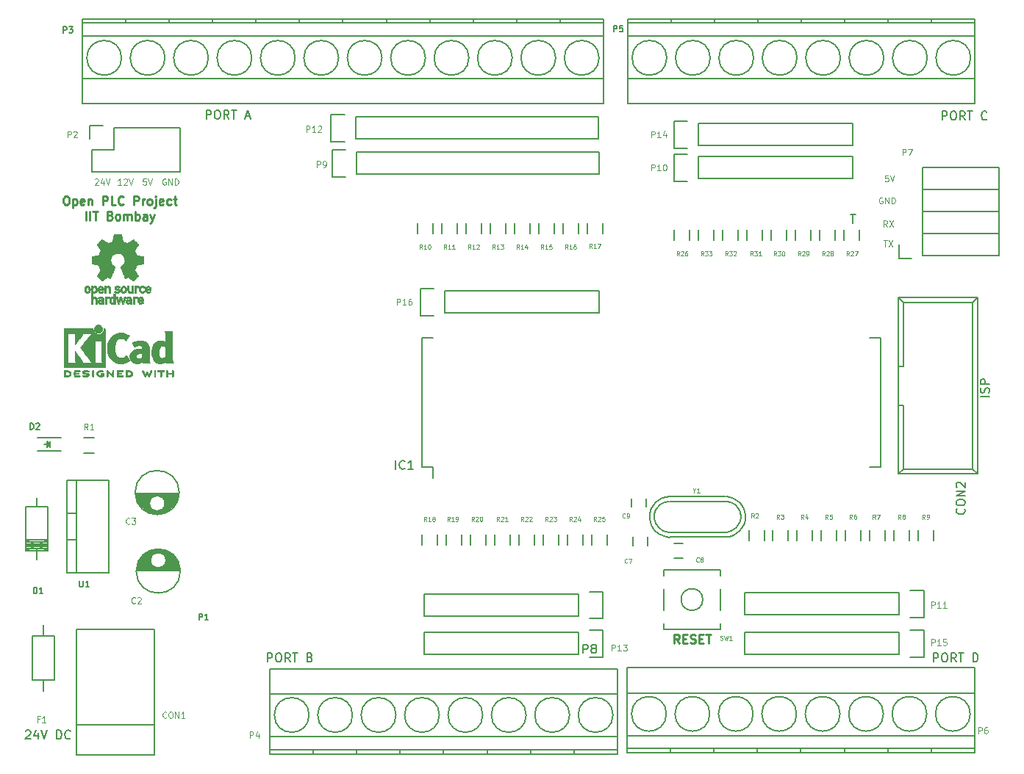
<source format=gbr>
G04 #@! TF.FileFunction,Legend,Top*
%FSLAX46Y46*%
G04 Gerber Fmt 4.6, Leading zero omitted, Abs format (unit mm)*
G04 Created by KiCad (PCBNEW 201611211049+7371~55~ubuntu16.10.1-product) date Mon Dec 19 15:07:25 2016*
%MOMM*%
%LPD*%
G01*
G04 APERTURE LIST*
%ADD10C,0.100000*%
%ADD11C,0.250000*%
%ADD12C,0.200000*%
%ADD13C,0.150000*%
%ADD14C,0.125000*%
%ADD15C,0.010000*%
G04 APERTURE END LIST*
D10*
D11*
X169489619Y-112212380D02*
X169156285Y-111736190D01*
X168918190Y-112212380D02*
X168918190Y-111212380D01*
X169299142Y-111212380D01*
X169394380Y-111260000D01*
X169442000Y-111307619D01*
X169489619Y-111402857D01*
X169489619Y-111545714D01*
X169442000Y-111640952D01*
X169394380Y-111688571D01*
X169299142Y-111736190D01*
X168918190Y-111736190D01*
X169918190Y-111688571D02*
X170251523Y-111688571D01*
X170394380Y-112212380D02*
X169918190Y-112212380D01*
X169918190Y-111212380D01*
X170394380Y-111212380D01*
X170775333Y-112164761D02*
X170918190Y-112212380D01*
X171156285Y-112212380D01*
X171251523Y-112164761D01*
X171299142Y-112117142D01*
X171346761Y-112021904D01*
X171346761Y-111926666D01*
X171299142Y-111831428D01*
X171251523Y-111783809D01*
X171156285Y-111736190D01*
X170965809Y-111688571D01*
X170870571Y-111640952D01*
X170822952Y-111593333D01*
X170775333Y-111498095D01*
X170775333Y-111402857D01*
X170822952Y-111307619D01*
X170870571Y-111260000D01*
X170965809Y-111212380D01*
X171203904Y-111212380D01*
X171346761Y-111260000D01*
X171775333Y-111688571D02*
X172108666Y-111688571D01*
X172251523Y-112212380D02*
X171775333Y-112212380D01*
X171775333Y-111212380D01*
X172251523Y-111212380D01*
X172537238Y-111212380D02*
X173108666Y-111212380D01*
X172822952Y-112212380D02*
X172822952Y-111212380D01*
D12*
X205176380Y-83780190D02*
X204176380Y-83780190D01*
X205128761Y-83351619D02*
X205176380Y-83208761D01*
X205176380Y-82970666D01*
X205128761Y-82875428D01*
X205081142Y-82827809D01*
X204985904Y-82780190D01*
X204890666Y-82780190D01*
X204795428Y-82827809D01*
X204747809Y-82875428D01*
X204700190Y-82970666D01*
X204652571Y-83161142D01*
X204604952Y-83256380D01*
X204557333Y-83304000D01*
X204462095Y-83351619D01*
X204366857Y-83351619D01*
X204271619Y-83304000D01*
X204224000Y-83256380D01*
X204176380Y-83161142D01*
X204176380Y-82923047D01*
X204224000Y-82780190D01*
X205176380Y-82351619D02*
X204176380Y-82351619D01*
X204176380Y-81970666D01*
X204224000Y-81875428D01*
X204271619Y-81827809D01*
X204366857Y-81780190D01*
X204509714Y-81780190D01*
X204604952Y-81827809D01*
X204652571Y-81875428D01*
X204700190Y-81970666D01*
X204700190Y-82351619D01*
X94202571Y-122356619D02*
X94250190Y-122309000D01*
X94345428Y-122261380D01*
X94583523Y-122261380D01*
X94678761Y-122309000D01*
X94726380Y-122356619D01*
X94774000Y-122451857D01*
X94774000Y-122547095D01*
X94726380Y-122689952D01*
X94154952Y-123261380D01*
X94774000Y-123261380D01*
X95631142Y-122594714D02*
X95631142Y-123261380D01*
X95393047Y-122213761D02*
X95154952Y-122928047D01*
X95774000Y-122928047D01*
X96012095Y-122261380D02*
X96345428Y-123261380D01*
X96678761Y-122261380D01*
X97774000Y-123261380D02*
X97774000Y-122261380D01*
X98012095Y-122261380D01*
X98154952Y-122309000D01*
X98250190Y-122404238D01*
X98297809Y-122499476D01*
X98345428Y-122689952D01*
X98345428Y-122832809D01*
X98297809Y-123023285D01*
X98250190Y-123118523D01*
X98154952Y-123213761D01*
X98012095Y-123261380D01*
X97774000Y-123261380D01*
X99345428Y-123166142D02*
X99297809Y-123213761D01*
X99154952Y-123261380D01*
X99059714Y-123261380D01*
X98916857Y-123213761D01*
X98821619Y-123118523D01*
X98774000Y-123023285D01*
X98726380Y-122832809D01*
X98726380Y-122689952D01*
X98774000Y-122499476D01*
X98821619Y-122404238D01*
X98916857Y-122309000D01*
X99059714Y-122261380D01*
X99154952Y-122261380D01*
X99297809Y-122309000D01*
X99345428Y-122356619D01*
D13*
X198747380Y-114371380D02*
X198747380Y-113371380D01*
X199128333Y-113371380D01*
X199223571Y-113419000D01*
X199271190Y-113466619D01*
X199318809Y-113561857D01*
X199318809Y-113704714D01*
X199271190Y-113799952D01*
X199223571Y-113847571D01*
X199128333Y-113895190D01*
X198747380Y-113895190D01*
X199937857Y-113371380D02*
X200128333Y-113371380D01*
X200223571Y-113419000D01*
X200318809Y-113514238D01*
X200366428Y-113704714D01*
X200366428Y-114038047D01*
X200318809Y-114228523D01*
X200223571Y-114323761D01*
X200128333Y-114371380D01*
X199937857Y-114371380D01*
X199842619Y-114323761D01*
X199747380Y-114228523D01*
X199699761Y-114038047D01*
X199699761Y-113704714D01*
X199747380Y-113514238D01*
X199842619Y-113419000D01*
X199937857Y-113371380D01*
X201366428Y-114371380D02*
X201033095Y-113895190D01*
X200795000Y-114371380D02*
X200795000Y-113371380D01*
X201175952Y-113371380D01*
X201271190Y-113419000D01*
X201318809Y-113466619D01*
X201366428Y-113561857D01*
X201366428Y-113704714D01*
X201318809Y-113799952D01*
X201271190Y-113847571D01*
X201175952Y-113895190D01*
X200795000Y-113895190D01*
X201652142Y-113371380D02*
X202223571Y-113371380D01*
X201937857Y-114371380D02*
X201937857Y-113371380D01*
X203318809Y-114371380D02*
X203318809Y-113371380D01*
X203556904Y-113371380D01*
X203699761Y-113419000D01*
X203795000Y-113514238D01*
X203842619Y-113609476D01*
X203890238Y-113799952D01*
X203890238Y-113942809D01*
X203842619Y-114133285D01*
X203795000Y-114228523D01*
X203699761Y-114323761D01*
X203556904Y-114371380D01*
X203318809Y-114371380D01*
X122039380Y-114371380D02*
X122039380Y-113371380D01*
X122420333Y-113371380D01*
X122515571Y-113419000D01*
X122563190Y-113466619D01*
X122610809Y-113561857D01*
X122610809Y-113704714D01*
X122563190Y-113799952D01*
X122515571Y-113847571D01*
X122420333Y-113895190D01*
X122039380Y-113895190D01*
X123229857Y-113371380D02*
X123420333Y-113371380D01*
X123515571Y-113419000D01*
X123610809Y-113514238D01*
X123658428Y-113704714D01*
X123658428Y-114038047D01*
X123610809Y-114228523D01*
X123515571Y-114323761D01*
X123420333Y-114371380D01*
X123229857Y-114371380D01*
X123134619Y-114323761D01*
X123039380Y-114228523D01*
X122991761Y-114038047D01*
X122991761Y-113704714D01*
X123039380Y-113514238D01*
X123134619Y-113419000D01*
X123229857Y-113371380D01*
X124658428Y-114371380D02*
X124325095Y-113895190D01*
X124087000Y-114371380D02*
X124087000Y-113371380D01*
X124467952Y-113371380D01*
X124563190Y-113419000D01*
X124610809Y-113466619D01*
X124658428Y-113561857D01*
X124658428Y-113704714D01*
X124610809Y-113799952D01*
X124563190Y-113847571D01*
X124467952Y-113895190D01*
X124087000Y-113895190D01*
X124944142Y-113371380D02*
X125515571Y-113371380D01*
X125229857Y-114371380D02*
X125229857Y-113371380D01*
X126944142Y-113847571D02*
X127087000Y-113895190D01*
X127134619Y-113942809D01*
X127182238Y-114038047D01*
X127182238Y-114180904D01*
X127134619Y-114276142D01*
X127087000Y-114323761D01*
X126991761Y-114371380D01*
X126610809Y-114371380D01*
X126610809Y-113371380D01*
X126944142Y-113371380D01*
X127039380Y-113419000D01*
X127087000Y-113466619D01*
X127134619Y-113561857D01*
X127134619Y-113657095D01*
X127087000Y-113752333D01*
X127039380Y-113799952D01*
X126944142Y-113847571D01*
X126610809Y-113847571D01*
X199763380Y-51887380D02*
X199763380Y-50887380D01*
X200144333Y-50887380D01*
X200239571Y-50935000D01*
X200287190Y-50982619D01*
X200334809Y-51077857D01*
X200334809Y-51220714D01*
X200287190Y-51315952D01*
X200239571Y-51363571D01*
X200144333Y-51411190D01*
X199763380Y-51411190D01*
X200953857Y-50887380D02*
X201144333Y-50887380D01*
X201239571Y-50935000D01*
X201334809Y-51030238D01*
X201382428Y-51220714D01*
X201382428Y-51554047D01*
X201334809Y-51744523D01*
X201239571Y-51839761D01*
X201144333Y-51887380D01*
X200953857Y-51887380D01*
X200858619Y-51839761D01*
X200763380Y-51744523D01*
X200715761Y-51554047D01*
X200715761Y-51220714D01*
X200763380Y-51030238D01*
X200858619Y-50935000D01*
X200953857Y-50887380D01*
X202382428Y-51887380D02*
X202049095Y-51411190D01*
X201811000Y-51887380D02*
X201811000Y-50887380D01*
X202191952Y-50887380D01*
X202287190Y-50935000D01*
X202334809Y-50982619D01*
X202382428Y-51077857D01*
X202382428Y-51220714D01*
X202334809Y-51315952D01*
X202287190Y-51363571D01*
X202191952Y-51411190D01*
X201811000Y-51411190D01*
X202668142Y-50887380D02*
X203239571Y-50887380D01*
X202953857Y-51887380D02*
X202953857Y-50887380D01*
X204906238Y-51792142D02*
X204858619Y-51839761D01*
X204715761Y-51887380D01*
X204620523Y-51887380D01*
X204477666Y-51839761D01*
X204382428Y-51744523D01*
X204334809Y-51649285D01*
X204287190Y-51458809D01*
X204287190Y-51315952D01*
X204334809Y-51125476D01*
X204382428Y-51030238D01*
X204477666Y-50935000D01*
X204620523Y-50887380D01*
X204715761Y-50887380D01*
X204858619Y-50935000D01*
X204906238Y-50982619D01*
X114998809Y-51760380D02*
X114998809Y-50760380D01*
X115379761Y-50760380D01*
X115475000Y-50808000D01*
X115522619Y-50855619D01*
X115570238Y-50950857D01*
X115570238Y-51093714D01*
X115522619Y-51188952D01*
X115475000Y-51236571D01*
X115379761Y-51284190D01*
X114998809Y-51284190D01*
X116189285Y-50760380D02*
X116379761Y-50760380D01*
X116475000Y-50808000D01*
X116570238Y-50903238D01*
X116617857Y-51093714D01*
X116617857Y-51427047D01*
X116570238Y-51617523D01*
X116475000Y-51712761D01*
X116379761Y-51760380D01*
X116189285Y-51760380D01*
X116094047Y-51712761D01*
X115998809Y-51617523D01*
X115951190Y-51427047D01*
X115951190Y-51093714D01*
X115998809Y-50903238D01*
X116094047Y-50808000D01*
X116189285Y-50760380D01*
X117617857Y-51760380D02*
X117284523Y-51284190D01*
X117046428Y-51760380D02*
X117046428Y-50760380D01*
X117427380Y-50760380D01*
X117522619Y-50808000D01*
X117570238Y-50855619D01*
X117617857Y-50950857D01*
X117617857Y-51093714D01*
X117570238Y-51188952D01*
X117522619Y-51236571D01*
X117427380Y-51284190D01*
X117046428Y-51284190D01*
X117903571Y-50760380D02*
X118475000Y-50760380D01*
X118189285Y-51760380D02*
X118189285Y-50760380D01*
X119522619Y-51474666D02*
X119998809Y-51474666D01*
X119427380Y-51760380D02*
X119760714Y-50760380D01*
X120094047Y-51760380D01*
D14*
X110337666Y-58705000D02*
X110271000Y-58671666D01*
X110171000Y-58671666D01*
X110071000Y-58705000D01*
X110004333Y-58771666D01*
X109971000Y-58838333D01*
X109937666Y-58971666D01*
X109937666Y-59071666D01*
X109971000Y-59205000D01*
X110004333Y-59271666D01*
X110071000Y-59338333D01*
X110171000Y-59371666D01*
X110237666Y-59371666D01*
X110337666Y-59338333D01*
X110371000Y-59305000D01*
X110371000Y-59071666D01*
X110237666Y-59071666D01*
X110671000Y-59371666D02*
X110671000Y-58671666D01*
X111071000Y-59371666D01*
X111071000Y-58671666D01*
X111404333Y-59371666D02*
X111404333Y-58671666D01*
X111571000Y-58671666D01*
X111671000Y-58705000D01*
X111737666Y-58771666D01*
X111771000Y-58838333D01*
X111804333Y-58971666D01*
X111804333Y-59071666D01*
X111771000Y-59205000D01*
X111737666Y-59271666D01*
X111671000Y-59338333D01*
X111571000Y-59371666D01*
X111404333Y-59371666D01*
X108070666Y-58671666D02*
X107737333Y-58671666D01*
X107704000Y-59005000D01*
X107737333Y-58971666D01*
X107804000Y-58938333D01*
X107970666Y-58938333D01*
X108037333Y-58971666D01*
X108070666Y-59005000D01*
X108104000Y-59071666D01*
X108104000Y-59238333D01*
X108070666Y-59305000D01*
X108037333Y-59338333D01*
X107970666Y-59371666D01*
X107804000Y-59371666D01*
X107737333Y-59338333D01*
X107704000Y-59305000D01*
X108304000Y-58671666D02*
X108537333Y-59371666D01*
X108770666Y-58671666D01*
X105230666Y-59371666D02*
X104830666Y-59371666D01*
X105030666Y-59371666D02*
X105030666Y-58671666D01*
X104964000Y-58771666D01*
X104897333Y-58838333D01*
X104830666Y-58871666D01*
X105497333Y-58738333D02*
X105530666Y-58705000D01*
X105597333Y-58671666D01*
X105764000Y-58671666D01*
X105830666Y-58705000D01*
X105864000Y-58738333D01*
X105897333Y-58805000D01*
X105897333Y-58871666D01*
X105864000Y-58971666D01*
X105464000Y-59371666D01*
X105897333Y-59371666D01*
X106097333Y-58671666D02*
X106330666Y-59371666D01*
X106564000Y-58671666D01*
X102163666Y-58738333D02*
X102197000Y-58705000D01*
X102263666Y-58671666D01*
X102430333Y-58671666D01*
X102497000Y-58705000D01*
X102530333Y-58738333D01*
X102563666Y-58805000D01*
X102563666Y-58871666D01*
X102530333Y-58971666D01*
X102130333Y-59371666D01*
X102563666Y-59371666D01*
X103163666Y-58905000D02*
X103163666Y-59371666D01*
X102997000Y-58638333D02*
X102830333Y-59138333D01*
X103263666Y-59138333D01*
X103430333Y-58671666D02*
X103663666Y-59371666D01*
X103897000Y-58671666D01*
X193014666Y-65783666D02*
X193414666Y-65783666D01*
X193214666Y-66483666D02*
X193214666Y-65783666D01*
X193581333Y-65783666D02*
X194048000Y-66483666D01*
X194048000Y-65783666D02*
X193581333Y-66483666D01*
X193431333Y-64197666D02*
X193198000Y-63864333D01*
X193031333Y-64197666D02*
X193031333Y-63497666D01*
X193298000Y-63497666D01*
X193364666Y-63531000D01*
X193398000Y-63564333D01*
X193431333Y-63631000D01*
X193431333Y-63731000D01*
X193398000Y-63797666D01*
X193364666Y-63831000D01*
X193298000Y-63864333D01*
X193031333Y-63864333D01*
X193664666Y-63497666D02*
X194131333Y-64197666D01*
X194131333Y-63497666D02*
X193664666Y-64197666D01*
X192887666Y-60864000D02*
X192821000Y-60830666D01*
X192721000Y-60830666D01*
X192621000Y-60864000D01*
X192554333Y-60930666D01*
X192521000Y-60997333D01*
X192487666Y-61130666D01*
X192487666Y-61230666D01*
X192521000Y-61364000D01*
X192554333Y-61430666D01*
X192621000Y-61497333D01*
X192721000Y-61530666D01*
X192787666Y-61530666D01*
X192887666Y-61497333D01*
X192921000Y-61464000D01*
X192921000Y-61230666D01*
X192787666Y-61230666D01*
X193221000Y-61530666D02*
X193221000Y-60830666D01*
X193621000Y-61530666D01*
X193621000Y-60830666D01*
X193954333Y-61530666D02*
X193954333Y-60830666D01*
X194121000Y-60830666D01*
X194221000Y-60864000D01*
X194287666Y-60930666D01*
X194321000Y-60997333D01*
X194354333Y-61130666D01*
X194354333Y-61230666D01*
X194321000Y-61364000D01*
X194287666Y-61430666D01*
X194221000Y-61497333D01*
X194121000Y-61530666D01*
X193954333Y-61530666D01*
X193541666Y-58290666D02*
X193208333Y-58290666D01*
X193175000Y-58624000D01*
X193208333Y-58590666D01*
X193275000Y-58557333D01*
X193441666Y-58557333D01*
X193508333Y-58590666D01*
X193541666Y-58624000D01*
X193575000Y-58690666D01*
X193575000Y-58857333D01*
X193541666Y-58924000D01*
X193508333Y-58957333D01*
X193441666Y-58990666D01*
X193275000Y-58990666D01*
X193208333Y-58957333D01*
X193175000Y-58924000D01*
X193775000Y-58290666D02*
X194008333Y-58990666D01*
X194241666Y-58290666D01*
D11*
X98790904Y-60680380D02*
X98981380Y-60680380D01*
X99076619Y-60728000D01*
X99171857Y-60823238D01*
X99219476Y-61013714D01*
X99219476Y-61347047D01*
X99171857Y-61537523D01*
X99076619Y-61632761D01*
X98981380Y-61680380D01*
X98790904Y-61680380D01*
X98695666Y-61632761D01*
X98600428Y-61537523D01*
X98552809Y-61347047D01*
X98552809Y-61013714D01*
X98600428Y-60823238D01*
X98695666Y-60728000D01*
X98790904Y-60680380D01*
X99648047Y-61013714D02*
X99648047Y-62013714D01*
X99648047Y-61061333D02*
X99743285Y-61013714D01*
X99933761Y-61013714D01*
X100029000Y-61061333D01*
X100076619Y-61108952D01*
X100124238Y-61204190D01*
X100124238Y-61489904D01*
X100076619Y-61585142D01*
X100029000Y-61632761D01*
X99933761Y-61680380D01*
X99743285Y-61680380D01*
X99648047Y-61632761D01*
X100933761Y-61632761D02*
X100838523Y-61680380D01*
X100648047Y-61680380D01*
X100552809Y-61632761D01*
X100505190Y-61537523D01*
X100505190Y-61156571D01*
X100552809Y-61061333D01*
X100648047Y-61013714D01*
X100838523Y-61013714D01*
X100933761Y-61061333D01*
X100981380Y-61156571D01*
X100981380Y-61251809D01*
X100505190Y-61347047D01*
X101409952Y-61013714D02*
X101409952Y-61680380D01*
X101409952Y-61108952D02*
X101457571Y-61061333D01*
X101552809Y-61013714D01*
X101695666Y-61013714D01*
X101790904Y-61061333D01*
X101838523Y-61156571D01*
X101838523Y-61680380D01*
X103076619Y-61680380D02*
X103076619Y-60680380D01*
X103457571Y-60680380D01*
X103552809Y-60728000D01*
X103600428Y-60775619D01*
X103648047Y-60870857D01*
X103648047Y-61013714D01*
X103600428Y-61108952D01*
X103552809Y-61156571D01*
X103457571Y-61204190D01*
X103076619Y-61204190D01*
X104552809Y-61680380D02*
X104076619Y-61680380D01*
X104076619Y-60680380D01*
X105457571Y-61585142D02*
X105409952Y-61632761D01*
X105267095Y-61680380D01*
X105171857Y-61680380D01*
X105029000Y-61632761D01*
X104933761Y-61537523D01*
X104886142Y-61442285D01*
X104838523Y-61251809D01*
X104838523Y-61108952D01*
X104886142Y-60918476D01*
X104933761Y-60823238D01*
X105029000Y-60728000D01*
X105171857Y-60680380D01*
X105267095Y-60680380D01*
X105409952Y-60728000D01*
X105457571Y-60775619D01*
X106648047Y-61680380D02*
X106648047Y-60680380D01*
X107029000Y-60680380D01*
X107124238Y-60728000D01*
X107171857Y-60775619D01*
X107219476Y-60870857D01*
X107219476Y-61013714D01*
X107171857Y-61108952D01*
X107124238Y-61156571D01*
X107029000Y-61204190D01*
X106648047Y-61204190D01*
X107648047Y-61680380D02*
X107648047Y-61013714D01*
X107648047Y-61204190D02*
X107695666Y-61108952D01*
X107743285Y-61061333D01*
X107838523Y-61013714D01*
X107933761Y-61013714D01*
X108409952Y-61680380D02*
X108314714Y-61632761D01*
X108267095Y-61585142D01*
X108219476Y-61489904D01*
X108219476Y-61204190D01*
X108267095Y-61108952D01*
X108314714Y-61061333D01*
X108409952Y-61013714D01*
X108552809Y-61013714D01*
X108648047Y-61061333D01*
X108695666Y-61108952D01*
X108743285Y-61204190D01*
X108743285Y-61489904D01*
X108695666Y-61585142D01*
X108648047Y-61632761D01*
X108552809Y-61680380D01*
X108409952Y-61680380D01*
X109171857Y-61013714D02*
X109171857Y-61870857D01*
X109124238Y-61966095D01*
X109029000Y-62013714D01*
X108981380Y-62013714D01*
X109171857Y-60680380D02*
X109124238Y-60728000D01*
X109171857Y-60775619D01*
X109219476Y-60728000D01*
X109171857Y-60680380D01*
X109171857Y-60775619D01*
X110029000Y-61632761D02*
X109933761Y-61680380D01*
X109743285Y-61680380D01*
X109648047Y-61632761D01*
X109600428Y-61537523D01*
X109600428Y-61156571D01*
X109648047Y-61061333D01*
X109743285Y-61013714D01*
X109933761Y-61013714D01*
X110029000Y-61061333D01*
X110076619Y-61156571D01*
X110076619Y-61251809D01*
X109600428Y-61347047D01*
X110933761Y-61632761D02*
X110838523Y-61680380D01*
X110648047Y-61680380D01*
X110552809Y-61632761D01*
X110505190Y-61585142D01*
X110457571Y-61489904D01*
X110457571Y-61204190D01*
X110505190Y-61108952D01*
X110552809Y-61061333D01*
X110648047Y-61013714D01*
X110838523Y-61013714D01*
X110933761Y-61061333D01*
X111219476Y-61013714D02*
X111600428Y-61013714D01*
X111362333Y-60680380D02*
X111362333Y-61537523D01*
X111409952Y-61632761D01*
X111505190Y-61680380D01*
X111600428Y-61680380D01*
X101124238Y-63430380D02*
X101124238Y-62430380D01*
X101600428Y-63430380D02*
X101600428Y-62430380D01*
X101933761Y-62430380D02*
X102505190Y-62430380D01*
X102219476Y-63430380D02*
X102219476Y-62430380D01*
X103933761Y-62906571D02*
X104076619Y-62954190D01*
X104124238Y-63001809D01*
X104171857Y-63097047D01*
X104171857Y-63239904D01*
X104124238Y-63335142D01*
X104076619Y-63382761D01*
X103981380Y-63430380D01*
X103600428Y-63430380D01*
X103600428Y-62430380D01*
X103933761Y-62430380D01*
X104029000Y-62478000D01*
X104076619Y-62525619D01*
X104124238Y-62620857D01*
X104124238Y-62716095D01*
X104076619Y-62811333D01*
X104029000Y-62858952D01*
X103933761Y-62906571D01*
X103600428Y-62906571D01*
X104743285Y-63430380D02*
X104648047Y-63382761D01*
X104600428Y-63335142D01*
X104552809Y-63239904D01*
X104552809Y-62954190D01*
X104600428Y-62858952D01*
X104648047Y-62811333D01*
X104743285Y-62763714D01*
X104886142Y-62763714D01*
X104981380Y-62811333D01*
X105029000Y-62858952D01*
X105076619Y-62954190D01*
X105076619Y-63239904D01*
X105029000Y-63335142D01*
X104981380Y-63382761D01*
X104886142Y-63430380D01*
X104743285Y-63430380D01*
X105505190Y-63430380D02*
X105505190Y-62763714D01*
X105505190Y-62858952D02*
X105552809Y-62811333D01*
X105648047Y-62763714D01*
X105790904Y-62763714D01*
X105886142Y-62811333D01*
X105933761Y-62906571D01*
X105933761Y-63430380D01*
X105933761Y-62906571D02*
X105981380Y-62811333D01*
X106076619Y-62763714D01*
X106219476Y-62763714D01*
X106314714Y-62811333D01*
X106362333Y-62906571D01*
X106362333Y-63430380D01*
X106838523Y-63430380D02*
X106838523Y-62430380D01*
X106838523Y-62811333D02*
X106933761Y-62763714D01*
X107124238Y-62763714D01*
X107219476Y-62811333D01*
X107267095Y-62858952D01*
X107314714Y-62954190D01*
X107314714Y-63239904D01*
X107267095Y-63335142D01*
X107219476Y-63382761D01*
X107124238Y-63430380D01*
X106933761Y-63430380D01*
X106838523Y-63382761D01*
X108171857Y-63430380D02*
X108171857Y-62906571D01*
X108124238Y-62811333D01*
X108029000Y-62763714D01*
X107838523Y-62763714D01*
X107743285Y-62811333D01*
X108171857Y-63382761D02*
X108076619Y-63430380D01*
X107838523Y-63430380D01*
X107743285Y-63382761D01*
X107695666Y-63287523D01*
X107695666Y-63192285D01*
X107743285Y-63097047D01*
X107838523Y-63049428D01*
X108076619Y-63049428D01*
X108171857Y-63001809D01*
X108552809Y-62763714D02*
X108790904Y-63430380D01*
X109029000Y-62763714D02*
X108790904Y-63430380D01*
X108695666Y-63668476D01*
X108648047Y-63716095D01*
X108552809Y-63763714D01*
D13*
X106975000Y-103831000D02*
X111973000Y-103831000D01*
X106983000Y-103691000D02*
X111965000Y-103691000D01*
X106999000Y-103551000D02*
X109379000Y-103551000D01*
X109569000Y-103551000D02*
X111949000Y-103551000D01*
X107023000Y-103411000D02*
X108984000Y-103411000D01*
X109964000Y-103411000D02*
X111925000Y-103411000D01*
X107056000Y-103271000D02*
X108817000Y-103271000D01*
X110131000Y-103271000D02*
X111892000Y-103271000D01*
X107097000Y-103131000D02*
X108710000Y-103131000D01*
X110238000Y-103131000D02*
X111851000Y-103131000D01*
X107147000Y-102991000D02*
X108639000Y-102991000D01*
X110309000Y-102991000D02*
X111801000Y-102991000D01*
X107208000Y-102851000D02*
X108595000Y-102851000D01*
X110353000Y-102851000D02*
X111740000Y-102851000D01*
X107278000Y-102711000D02*
X108576000Y-102711000D01*
X110372000Y-102711000D02*
X111670000Y-102711000D01*
X107360000Y-102571000D02*
X108578000Y-102571000D01*
X110370000Y-102571000D02*
X111588000Y-102571000D01*
X107455000Y-102431000D02*
X108603000Y-102431000D01*
X110345000Y-102431000D02*
X111493000Y-102431000D01*
X107566000Y-102291000D02*
X108651000Y-102291000D01*
X110297000Y-102291000D02*
X111382000Y-102291000D01*
X107694000Y-102151000D02*
X108729000Y-102151000D01*
X110219000Y-102151000D02*
X111254000Y-102151000D01*
X107843000Y-102011000D02*
X108846000Y-102011000D01*
X110102000Y-102011000D02*
X111105000Y-102011000D01*
X108022000Y-101871000D02*
X109034000Y-101871000D01*
X109914000Y-101871000D02*
X110926000Y-101871000D01*
X108241000Y-101731000D02*
X110707000Y-101731000D01*
X108530000Y-101591000D02*
X110418000Y-101591000D01*
X109002000Y-101451000D02*
X109946000Y-101451000D01*
X110374000Y-102656000D02*
G75*
G03X110374000Y-102656000I-900000J0D01*
G01*
X112011500Y-103906000D02*
G75*
G03X112011500Y-103906000I-2537500J0D01*
G01*
X111846000Y-94924000D02*
X106848000Y-94924000D01*
X111838000Y-95064000D02*
X106856000Y-95064000D01*
X111822000Y-95204000D02*
X109442000Y-95204000D01*
X109252000Y-95204000D02*
X106872000Y-95204000D01*
X111798000Y-95344000D02*
X109837000Y-95344000D01*
X108857000Y-95344000D02*
X106896000Y-95344000D01*
X111765000Y-95484000D02*
X110004000Y-95484000D01*
X108690000Y-95484000D02*
X106929000Y-95484000D01*
X111724000Y-95624000D02*
X110111000Y-95624000D01*
X108583000Y-95624000D02*
X106970000Y-95624000D01*
X111674000Y-95764000D02*
X110182000Y-95764000D01*
X108512000Y-95764000D02*
X107020000Y-95764000D01*
X111613000Y-95904000D02*
X110226000Y-95904000D01*
X108468000Y-95904000D02*
X107081000Y-95904000D01*
X111543000Y-96044000D02*
X110245000Y-96044000D01*
X108449000Y-96044000D02*
X107151000Y-96044000D01*
X111461000Y-96184000D02*
X110243000Y-96184000D01*
X108451000Y-96184000D02*
X107233000Y-96184000D01*
X111366000Y-96324000D02*
X110218000Y-96324000D01*
X108476000Y-96324000D02*
X107328000Y-96324000D01*
X111255000Y-96464000D02*
X110170000Y-96464000D01*
X108524000Y-96464000D02*
X107439000Y-96464000D01*
X111127000Y-96604000D02*
X110092000Y-96604000D01*
X108602000Y-96604000D02*
X107567000Y-96604000D01*
X110978000Y-96744000D02*
X109975000Y-96744000D01*
X108719000Y-96744000D02*
X107716000Y-96744000D01*
X110799000Y-96884000D02*
X109787000Y-96884000D01*
X108907000Y-96884000D02*
X107895000Y-96884000D01*
X110580000Y-97024000D02*
X108114000Y-97024000D01*
X110291000Y-97164000D02*
X108403000Y-97164000D01*
X109819000Y-97304000D02*
X108875000Y-97304000D01*
X110247000Y-96099000D02*
G75*
G03X110247000Y-96099000I-900000J0D01*
G01*
X111884500Y-94849000D02*
G75*
G03X111884500Y-94849000I-2537500J0D01*
G01*
X100020120Y-121602500D02*
X109021880Y-121602500D01*
X100020120Y-125102620D02*
X109021880Y-125102620D01*
X109021880Y-125102620D02*
X109021880Y-110601760D01*
X109021880Y-110601760D02*
X100020120Y-110601760D01*
X100020120Y-110601760D02*
X100020120Y-125102620D01*
X203813000Y-72390000D02*
X203813000Y-92710000D01*
X203263000Y-72930000D02*
X203263000Y-92150000D01*
X194713000Y-72390000D02*
X194713000Y-92710000D01*
X195263000Y-72930000D02*
X195263000Y-80300000D01*
X195263000Y-84800000D02*
X195263000Y-92150000D01*
X195263000Y-80300000D02*
X194713000Y-80300000D01*
X195263000Y-84800000D02*
X194713000Y-84800000D01*
X203813000Y-72390000D02*
X194713000Y-72390000D01*
X203263000Y-72930000D02*
X195263000Y-72930000D01*
X203813000Y-92710000D02*
X194713000Y-92710000D01*
X203263000Y-92150000D02*
X195263000Y-92150000D01*
X203813000Y-72390000D02*
X203263000Y-72930000D01*
X203813000Y-92710000D02*
X203263000Y-92150000D01*
X194713000Y-72390000D02*
X195263000Y-72930000D01*
X194713000Y-92710000D02*
X195263000Y-92150000D01*
X95501460Y-96520000D02*
X95501460Y-95504000D01*
X95501460Y-101346000D02*
X95501460Y-102616000D01*
X94231460Y-101092000D02*
X96771460Y-101092000D01*
X94231460Y-100838000D02*
X96771460Y-100838000D01*
X94231460Y-100584000D02*
X96771460Y-100584000D01*
X94231460Y-101346000D02*
X96771460Y-101346000D01*
X94231460Y-100330000D02*
X96771460Y-101600000D01*
X94231460Y-101600000D02*
X96771460Y-100330000D01*
X94231460Y-100330000D02*
X96771460Y-100330000D01*
X94231460Y-100965000D02*
X96771460Y-100965000D01*
X96771460Y-101600000D02*
X94231460Y-101600000D01*
X94231460Y-101600000D02*
X94231460Y-96520000D01*
X94231460Y-96520000D02*
X96771460Y-96520000D01*
X96771460Y-96520000D02*
X96771460Y-101600000D01*
X94996000Y-116459000D02*
X94996000Y-111379000D01*
X94996000Y-111379000D02*
X97536000Y-111379000D01*
X97536000Y-111379000D02*
X97536000Y-116459000D01*
X97536000Y-116459000D02*
X94996000Y-116459000D01*
X96266000Y-116459000D02*
X96266000Y-117729000D01*
X96266000Y-111379000D02*
X96266000Y-110109000D01*
X139818000Y-91940000D02*
X141088000Y-91940000D01*
X139818000Y-76970000D02*
X141088000Y-76970000D01*
X192668000Y-76970000D02*
X191398000Y-76970000D01*
X192668000Y-91940000D02*
X191398000Y-91940000D01*
X139818000Y-91940000D02*
X139818000Y-76970000D01*
X192668000Y-91940000D02*
X192668000Y-76970000D01*
X141088000Y-91940000D02*
X141088000Y-93225000D01*
X172192000Y-107188000D02*
G75*
G03X172192000Y-107188000I-1250000J0D01*
G01*
X174192000Y-109938000D02*
X174192000Y-110588000D01*
X174192000Y-110588000D02*
X167692000Y-110588000D01*
X167692000Y-110588000D02*
X167692000Y-109938000D01*
X174192000Y-104438000D02*
X174192000Y-103788000D01*
X174192000Y-103788000D02*
X167692000Y-103788000D01*
X167692000Y-103788000D02*
X167692000Y-104438000D01*
X174192000Y-105938000D02*
X174192000Y-108438000D01*
X167692000Y-105938000D02*
X167692000Y-108438000D01*
X98933000Y-100330000D02*
X100076000Y-100330000D01*
X98933000Y-97282000D02*
X100076000Y-97282000D01*
X100076000Y-93472000D02*
X103759000Y-93472000D01*
X103759000Y-93472000D02*
X103759000Y-104140000D01*
X103759000Y-104140000D02*
X100076000Y-104140000D01*
X98933000Y-93472000D02*
X100076000Y-93472000D01*
X100076000Y-93472000D02*
X100076000Y-104140000D01*
X100076000Y-104140000D02*
X98933000Y-104140000D01*
X98933000Y-98806000D02*
X98933000Y-104140000D01*
X98933000Y-98806000D02*
X98933000Y-93472000D01*
X176276000Y-96662240D02*
X176476660Y-97063560D01*
X176476660Y-97063560D02*
X176578260Y-97663000D01*
X176578260Y-97663000D02*
X176476660Y-98163380D01*
X176476660Y-98163380D02*
X176077880Y-98861880D01*
X176077880Y-98861880D02*
X175475900Y-99263200D01*
X175475900Y-99263200D02*
X174876460Y-99463860D01*
X174876460Y-99463860D02*
X168277540Y-99463860D01*
X168277540Y-99463860D02*
X167576500Y-99263200D01*
X167576500Y-99263200D02*
X167177720Y-98963480D01*
X167177720Y-98963480D02*
X166776400Y-98463100D01*
X166776400Y-98463100D02*
X166575740Y-97863660D01*
X166575740Y-97863660D02*
X166575740Y-97363280D01*
X166575740Y-97363280D02*
X166776400Y-96862900D01*
X166776400Y-96862900D02*
X167276780Y-96263460D01*
X167276780Y-96263460D02*
X167777160Y-95963740D01*
X167777160Y-95963740D02*
X168277540Y-95862140D01*
X168376600Y-95862140D02*
X174978060Y-95862140D01*
X174978060Y-95862140D02*
X175376840Y-95963740D01*
X175376840Y-95963740D02*
X175877220Y-96263460D01*
X175877220Y-96263460D02*
X176377600Y-96763840D01*
X168386760Y-95333820D02*
X167927020Y-95382080D01*
X167927020Y-95382080D02*
X167528240Y-95493840D01*
X167528240Y-95493840D02*
X167096440Y-95712280D01*
X167096440Y-95712280D02*
X166806880Y-95943420D01*
X166806880Y-95943420D02*
X166476680Y-96293940D01*
X166476680Y-96293940D02*
X166187120Y-96832420D01*
X166187120Y-96832420D02*
X166057580Y-97431860D01*
X166057580Y-97431860D02*
X166057580Y-97942400D01*
X166057580Y-97942400D02*
X166227760Y-98643440D01*
X166227760Y-98643440D02*
X166626540Y-99232720D01*
X166626540Y-99232720D02*
X167086280Y-99603560D01*
X167086280Y-99603560D02*
X167507920Y-99811840D01*
X167507920Y-99811840D02*
X167957500Y-99971860D01*
X167957500Y-99971860D02*
X168396920Y-100002340D01*
X175737520Y-99783900D02*
X176115980Y-99562920D01*
X176115980Y-99562920D02*
X176436020Y-99283520D01*
X176436020Y-99283520D02*
X176687480Y-98953320D01*
X176687480Y-98953320D02*
X176987200Y-98402140D01*
X176987200Y-98402140D02*
X177096420Y-97932240D01*
X177096420Y-97932240D02*
X177116740Y-97472500D01*
X177116740Y-97472500D02*
X177027840Y-97012760D01*
X177027840Y-97012760D02*
X176837340Y-96563180D01*
X176837340Y-96563180D02*
X176476660Y-96093280D01*
X176476660Y-96093280D02*
X176126140Y-95773240D01*
X176126140Y-95773240D02*
X175737520Y-95542100D01*
X175737520Y-95542100D02*
X175308260Y-95402400D01*
X175308260Y-95402400D02*
X174866300Y-95333820D01*
X168376600Y-99992180D02*
X174828200Y-99992180D01*
X174828200Y-99992180D02*
X175247300Y-99954080D01*
X175247300Y-99954080D02*
X175737520Y-99783900D01*
X168376600Y-95333820D02*
X174828200Y-95333820D01*
X164123000Y-99957000D02*
X164123000Y-100957000D01*
X165823000Y-100957000D02*
X165823000Y-99957000D01*
X169918000Y-100750000D02*
X168918000Y-100750000D01*
X168918000Y-102450000D02*
X169918000Y-102450000D01*
X165696000Y-96512000D02*
X165696000Y-95512000D01*
X163996000Y-95512000D02*
X163996000Y-96512000D01*
X98247000Y-88531000D02*
X95547000Y-88531000D01*
X98247000Y-90031000D02*
X95547000Y-90031000D01*
X96747000Y-89131000D02*
X96747000Y-89381000D01*
X96747000Y-89381000D02*
X96897000Y-89231000D01*
X96997000Y-89631000D02*
X96997000Y-88931000D01*
X96647000Y-89281000D02*
X96297000Y-89281000D01*
X96997000Y-89281000D02*
X96647000Y-89631000D01*
X96647000Y-89631000D02*
X96647000Y-88931000D01*
X96647000Y-88931000D02*
X96997000Y-89281000D01*
X104394000Y-52832000D02*
X112014000Y-52832000D01*
X112014000Y-52832000D02*
X112014000Y-57912000D01*
X112014000Y-57912000D02*
X101854000Y-57912000D01*
X101854000Y-57912000D02*
X101854000Y-55372000D01*
X103124000Y-52552000D02*
X101574000Y-52552000D01*
X101854000Y-55372000D02*
X104394000Y-55372000D01*
X104394000Y-55372000D02*
X104394000Y-52832000D01*
X101574000Y-52552000D02*
X101574000Y-54102000D01*
X102073000Y-90283000D02*
X100873000Y-90283000D01*
X100873000Y-88533000D02*
X102073000Y-88533000D01*
X177560000Y-100422000D02*
X177560000Y-99222000D01*
X179310000Y-99222000D02*
X179310000Y-100422000D01*
X180227000Y-100422000D02*
X180227000Y-99222000D01*
X181977000Y-99222000D02*
X181977000Y-100422000D01*
X183021000Y-100422000D02*
X183021000Y-99222000D01*
X184771000Y-99222000D02*
X184771000Y-100422000D01*
X185815000Y-100422000D02*
X185815000Y-99222000D01*
X187565000Y-99222000D02*
X187565000Y-100422000D01*
X188609000Y-100422000D02*
X188609000Y-99222000D01*
X190359000Y-99222000D02*
X190359000Y-100422000D01*
X191403000Y-100422000D02*
X191403000Y-99222000D01*
X193153000Y-99222000D02*
X193153000Y-100422000D01*
X194197000Y-100422000D02*
X194197000Y-99222000D01*
X195947000Y-99222000D02*
X195947000Y-100422000D01*
X196991000Y-100422000D02*
X196991000Y-99222000D01*
X198741000Y-99222000D02*
X198741000Y-100422000D01*
X141083000Y-63789000D02*
X141083000Y-64989000D01*
X139333000Y-64989000D02*
X139333000Y-63789000D01*
X143877000Y-63789000D02*
X143877000Y-64989000D01*
X142127000Y-64989000D02*
X142127000Y-63789000D01*
X146671000Y-63789000D02*
X146671000Y-64989000D01*
X144921000Y-64989000D02*
X144921000Y-63789000D01*
X149465000Y-63789000D02*
X149465000Y-64989000D01*
X147715000Y-64989000D02*
X147715000Y-63789000D01*
X152259000Y-63789000D02*
X152259000Y-64989000D01*
X150509000Y-64989000D02*
X150509000Y-63789000D01*
X155053000Y-63789000D02*
X155053000Y-64989000D01*
X153303000Y-64989000D02*
X153303000Y-63789000D01*
X157847000Y-63789000D02*
X157847000Y-64989000D01*
X156097000Y-64989000D02*
X156097000Y-63789000D01*
X160641000Y-63789000D02*
X160641000Y-64989000D01*
X158891000Y-64989000D02*
X158891000Y-63789000D01*
X139841000Y-100930000D02*
X139841000Y-99730000D01*
X141591000Y-99730000D02*
X141591000Y-100930000D01*
X142635000Y-100930000D02*
X142635000Y-99730000D01*
X144385000Y-99730000D02*
X144385000Y-100930000D01*
X145429000Y-100930000D02*
X145429000Y-99730000D01*
X147179000Y-99730000D02*
X147179000Y-100930000D01*
X148223000Y-100930000D02*
X148223000Y-99730000D01*
X149973000Y-99730000D02*
X149973000Y-100930000D01*
X151017000Y-100930000D02*
X151017000Y-99730000D01*
X152767000Y-99730000D02*
X152767000Y-100930000D01*
X153811000Y-100930000D02*
X153811000Y-99730000D01*
X155561000Y-99730000D02*
X155561000Y-100930000D01*
X156605000Y-100930000D02*
X156605000Y-99730000D01*
X158355000Y-99730000D02*
X158355000Y-100930000D01*
X159399000Y-100930000D02*
X159399000Y-99730000D01*
X161149000Y-99730000D02*
X161149000Y-100930000D01*
X170674000Y-64551000D02*
X170674000Y-65751000D01*
X168924000Y-65751000D02*
X168924000Y-64551000D01*
X190232000Y-64551000D02*
X190232000Y-65751000D01*
X188482000Y-65751000D02*
X188482000Y-64551000D01*
X187438000Y-64551000D02*
X187438000Y-65751000D01*
X185688000Y-65751000D02*
X185688000Y-64551000D01*
X184644000Y-64551000D02*
X184644000Y-65751000D01*
X182894000Y-65751000D02*
X182894000Y-64551000D01*
X181850000Y-64551000D02*
X181850000Y-65751000D01*
X180100000Y-65751000D02*
X180100000Y-64551000D01*
X179056000Y-64551000D02*
X179056000Y-65751000D01*
X177306000Y-65751000D02*
X177306000Y-64551000D01*
X176262000Y-64551000D02*
X176262000Y-65751000D01*
X174512000Y-65751000D02*
X174512000Y-64551000D01*
X173468000Y-64551000D02*
X173468000Y-65751000D01*
X171718000Y-65751000D02*
X171718000Y-64551000D01*
X203541000Y-50031000D02*
X203541000Y-40231000D01*
X163541000Y-50031000D02*
X203541000Y-50031000D01*
X163541000Y-40231000D02*
X163541000Y-50031000D01*
X203541000Y-40231000D02*
X163541000Y-40231000D01*
X203541000Y-40731000D02*
X163541000Y-40731000D01*
X203541000Y-47131000D02*
X163541000Y-47131000D01*
X203541000Y-42231000D02*
X163541000Y-42231000D01*
X203041000Y-44731000D02*
G75*
G03X203041000Y-44731000I-2000000J0D01*
G01*
X198041000Y-44731000D02*
G75*
G03X198041000Y-44731000I-2000000J0D01*
G01*
X198541000Y-40731000D02*
X198541000Y-40231000D01*
X193541000Y-40731000D02*
X193541000Y-40231000D01*
X193041000Y-44731000D02*
G75*
G03X193041000Y-44731000I-2000000J0D01*
G01*
X188041000Y-44731000D02*
G75*
G03X188041000Y-44731000I-2000000J0D01*
G01*
X188541000Y-40731000D02*
X188541000Y-40231000D01*
X183041000Y-44731000D02*
G75*
G03X183041000Y-44731000I-2000000J0D01*
G01*
X183541000Y-40731000D02*
X183541000Y-40231000D01*
X178541000Y-40731000D02*
X178541000Y-40231000D01*
X178041000Y-44731000D02*
G75*
G03X178041000Y-44731000I-2000000J0D01*
G01*
X173041000Y-44731000D02*
G75*
G03X173041000Y-44731000I-2000000J0D01*
G01*
X173541000Y-40731000D02*
X173541000Y-40231000D01*
X168541000Y-40731000D02*
X168541000Y-40231000D01*
X168041000Y-44731000D02*
G75*
G03X168041000Y-44731000I-2000000J0D01*
G01*
X202989000Y-120369000D02*
G75*
G03X202989000Y-120369000I-2000000J0D01*
G01*
X198489000Y-124369000D02*
X198489000Y-124869000D01*
X193489000Y-124369000D02*
X193489000Y-124869000D01*
X197989000Y-120369000D02*
G75*
G03X197989000Y-120369000I-2000000J0D01*
G01*
X192989000Y-120369000D02*
G75*
G03X192989000Y-120369000I-2000000J0D01*
G01*
X188489000Y-124369000D02*
X188489000Y-124869000D01*
X183489000Y-124369000D02*
X183489000Y-124869000D01*
X187989000Y-120369000D02*
G75*
G03X187989000Y-120369000I-2000000J0D01*
G01*
X178489000Y-124369000D02*
X178489000Y-124869000D01*
X182989000Y-120369000D02*
G75*
G03X182989000Y-120369000I-2000000J0D01*
G01*
X177989000Y-120369000D02*
G75*
G03X177989000Y-120369000I-2000000J0D01*
G01*
X173489000Y-124369000D02*
X173489000Y-124869000D01*
X168489000Y-124369000D02*
X168489000Y-124869000D01*
X172989000Y-120369000D02*
G75*
G03X172989000Y-120369000I-2000000J0D01*
G01*
X167989000Y-120369000D02*
G75*
G03X167989000Y-120369000I-2000000J0D01*
G01*
X163489000Y-122869000D02*
X203489000Y-122869000D01*
X163489000Y-117969000D02*
X203489000Y-117969000D01*
X163489000Y-124369000D02*
X203489000Y-124369000D01*
X163489000Y-124869000D02*
X203489000Y-124869000D01*
X203489000Y-124869000D02*
X203489000Y-115069000D01*
X203489000Y-115069000D02*
X163489000Y-115069000D01*
X163489000Y-115069000D02*
X163489000Y-124869000D01*
X105242000Y-44731000D02*
G75*
G03X105242000Y-44731000I-2000000J0D01*
G01*
X105742000Y-40731000D02*
X105742000Y-40231000D01*
X110742000Y-40731000D02*
X110742000Y-40231000D01*
X110242000Y-44731000D02*
G75*
G03X110242000Y-44731000I-2000000J0D01*
G01*
X115242000Y-44731000D02*
G75*
G03X115242000Y-44731000I-2000000J0D01*
G01*
X115742000Y-40731000D02*
X115742000Y-40231000D01*
X120742000Y-40731000D02*
X120742000Y-40231000D01*
X120242000Y-44731000D02*
G75*
G03X120242000Y-44731000I-2000000J0D01*
G01*
X125242000Y-44731000D02*
G75*
G03X125242000Y-44731000I-2000000J0D01*
G01*
X125742000Y-40731000D02*
X125742000Y-40231000D01*
X130742000Y-40731000D02*
X130742000Y-40231000D01*
X130242000Y-44731000D02*
G75*
G03X130242000Y-44731000I-2000000J0D01*
G01*
X135242000Y-44731000D02*
G75*
G03X135242000Y-44731000I-2000000J0D01*
G01*
X135742000Y-40731000D02*
X135742000Y-40231000D01*
X140742000Y-40731000D02*
X140742000Y-40231000D01*
X140242000Y-44731000D02*
G75*
G03X140242000Y-44731000I-2000000J0D01*
G01*
X145742000Y-40731000D02*
X145742000Y-40231000D01*
X145242000Y-44731000D02*
G75*
G03X145242000Y-44731000I-2000000J0D01*
G01*
X150242000Y-44731000D02*
G75*
G03X150242000Y-44731000I-2000000J0D01*
G01*
X150742000Y-40731000D02*
X150742000Y-40231000D01*
X155742000Y-40731000D02*
X155742000Y-40231000D01*
X155242000Y-44731000D02*
G75*
G03X155242000Y-44731000I-2000000J0D01*
G01*
X160242000Y-44731000D02*
G75*
G03X160242000Y-44731000I-2000000J0D01*
G01*
X160742000Y-42231000D02*
X100742000Y-42231000D01*
X160742000Y-47131000D02*
X100742000Y-47131000D01*
X160742000Y-40731000D02*
X100742000Y-40731000D01*
X160742000Y-40231000D02*
X100742000Y-40231000D01*
X100742000Y-40231000D02*
X100742000Y-50031000D01*
X100742000Y-50031000D02*
X160742000Y-50031000D01*
X160742000Y-50031000D02*
X160742000Y-40231000D01*
X161841000Y-120496000D02*
G75*
G03X161841000Y-120496000I-2000000J0D01*
G01*
X157341000Y-124496000D02*
X157341000Y-124996000D01*
X152341000Y-124496000D02*
X152341000Y-124996000D01*
X156841000Y-120496000D02*
G75*
G03X156841000Y-120496000I-2000000J0D01*
G01*
X151841000Y-120496000D02*
G75*
G03X151841000Y-120496000I-2000000J0D01*
G01*
X147341000Y-124496000D02*
X147341000Y-124996000D01*
X142341000Y-124496000D02*
X142341000Y-124996000D01*
X146841000Y-120496000D02*
G75*
G03X146841000Y-120496000I-2000000J0D01*
G01*
X137341000Y-124496000D02*
X137341000Y-124996000D01*
X141841000Y-120496000D02*
G75*
G03X141841000Y-120496000I-2000000J0D01*
G01*
X136841000Y-120496000D02*
G75*
G03X136841000Y-120496000I-2000000J0D01*
G01*
X132341000Y-124496000D02*
X132341000Y-124996000D01*
X127341000Y-124496000D02*
X127341000Y-124996000D01*
X131841000Y-120496000D02*
G75*
G03X131841000Y-120496000I-2000000J0D01*
G01*
X126841000Y-120496000D02*
G75*
G03X126841000Y-120496000I-2000000J0D01*
G01*
X122341000Y-122996000D02*
X162341000Y-122996000D01*
X122341000Y-118096000D02*
X162341000Y-118096000D01*
X122341000Y-124496000D02*
X162341000Y-124496000D01*
X122341000Y-124996000D02*
X162341000Y-124996000D01*
X162341000Y-124996000D02*
X162341000Y-115196000D01*
X162341000Y-115196000D02*
X122341000Y-115196000D01*
X122341000Y-115196000D02*
X122341000Y-124996000D01*
X157861000Y-106553000D02*
X140081000Y-106553000D01*
X140081000Y-106553000D02*
X140081000Y-109093000D01*
X140081000Y-109093000D02*
X157861000Y-109093000D01*
X160681000Y-106273000D02*
X159131000Y-106273000D01*
X157861000Y-106553000D02*
X157861000Y-109093000D01*
X159131000Y-109373000D02*
X160681000Y-109373000D01*
X160681000Y-109373000D02*
X160681000Y-106273000D01*
X132334000Y-58166000D02*
X160274000Y-58166000D01*
X160274000Y-58166000D02*
X160274000Y-55626000D01*
X160274000Y-55626000D02*
X132334000Y-55626000D01*
X129514000Y-58446000D02*
X131064000Y-58446000D01*
X132334000Y-58166000D02*
X132334000Y-55626000D01*
X131064000Y-55346000D02*
X129514000Y-55346000D01*
X129514000Y-55346000D02*
X129514000Y-58446000D01*
X168884000Y-55854000D02*
X168884000Y-58954000D01*
X170434000Y-55854000D02*
X168884000Y-55854000D01*
X171704000Y-58674000D02*
X171704000Y-56134000D01*
X168884000Y-58954000D02*
X170434000Y-58954000D01*
X189484000Y-56134000D02*
X171704000Y-56134000D01*
X189484000Y-58674000D02*
X189484000Y-56134000D01*
X171704000Y-58674000D02*
X189484000Y-58674000D01*
X194818000Y-106426000D02*
X177038000Y-106426000D01*
X177038000Y-106426000D02*
X177038000Y-108966000D01*
X177038000Y-108966000D02*
X194818000Y-108966000D01*
X197638000Y-106146000D02*
X196088000Y-106146000D01*
X194818000Y-106426000D02*
X194818000Y-108966000D01*
X196088000Y-109246000D02*
X197638000Y-109246000D01*
X197638000Y-109246000D02*
X197638000Y-106146000D01*
X132207000Y-51562000D02*
X160147000Y-51562000D01*
X160147000Y-51562000D02*
X160147000Y-54102000D01*
X160147000Y-54102000D02*
X132207000Y-54102000D01*
X129387000Y-51282000D02*
X130937000Y-51282000D01*
X132207000Y-51562000D02*
X132207000Y-54102000D01*
X130937000Y-54382000D02*
X129387000Y-54382000D01*
X129387000Y-54382000D02*
X129387000Y-51282000D01*
X157861000Y-113538000D02*
X140081000Y-113538000D01*
X140081000Y-113538000D02*
X140081000Y-110998000D01*
X140081000Y-110998000D02*
X157861000Y-110998000D01*
X160681000Y-113818000D02*
X159131000Y-113818000D01*
X157861000Y-113538000D02*
X157861000Y-110998000D01*
X159131000Y-110718000D02*
X160681000Y-110718000D01*
X160681000Y-110718000D02*
X160681000Y-113818000D01*
X168884000Y-55144000D02*
X168884000Y-52044000D01*
X170434000Y-55144000D02*
X168884000Y-55144000D01*
X171704000Y-52324000D02*
X171704000Y-54864000D01*
X168884000Y-52044000D02*
X170434000Y-52044000D01*
X189484000Y-54864000D02*
X171704000Y-54864000D01*
X189484000Y-52324000D02*
X189484000Y-54864000D01*
X171704000Y-52324000D02*
X189484000Y-52324000D01*
X194818000Y-113538000D02*
X177038000Y-113538000D01*
X177038000Y-113538000D02*
X177038000Y-110998000D01*
X177038000Y-110998000D02*
X194818000Y-110998000D01*
X197638000Y-113818000D02*
X196088000Y-113818000D01*
X194818000Y-113538000D02*
X194818000Y-110998000D01*
X196088000Y-110718000D02*
X197638000Y-110718000D01*
X197638000Y-110718000D02*
X197638000Y-113818000D01*
X142494000Y-74168000D02*
X160274000Y-74168000D01*
X160274000Y-74168000D02*
X160274000Y-71628000D01*
X160274000Y-71628000D02*
X142494000Y-71628000D01*
X139674000Y-74448000D02*
X141224000Y-74448000D01*
X142494000Y-74168000D02*
X142494000Y-71628000D01*
X141224000Y-71348000D02*
X139674000Y-71348000D01*
X139674000Y-71348000D02*
X139674000Y-74448000D01*
X206315000Y-57404000D02*
X197485000Y-57404000D01*
X206315000Y-59944000D02*
X206315000Y-57404000D01*
X197485000Y-59944000D02*
X197485000Y-57404000D01*
X197485000Y-62484000D02*
X197485000Y-59944000D01*
X206315000Y-62484000D02*
X206315000Y-59944000D01*
X206315000Y-59944000D02*
X197485000Y-59944000D01*
X206315000Y-62484000D02*
X197485000Y-62484000D01*
X206315000Y-65024000D02*
X206315000Y-62484000D01*
X197485000Y-65024000D02*
X206315000Y-65024000D01*
X197485000Y-65024000D02*
X197485000Y-62484000D01*
X197485000Y-67564000D02*
X197485000Y-65024000D01*
X194815000Y-66294000D02*
X194815000Y-67844000D01*
X194815000Y-67844000D02*
X196215000Y-67844000D01*
X197485000Y-67564000D02*
X206315000Y-67564000D01*
X206315000Y-67564000D02*
X206315000Y-65024000D01*
X206315000Y-65024000D02*
X197485000Y-65024000D01*
D15*
G36*
X105275964Y-65486576D02*
X105351513Y-65887322D01*
X105909041Y-66117154D01*
X106243465Y-65889748D01*
X106337122Y-65826431D01*
X106421782Y-65769896D01*
X106493495Y-65722727D01*
X106548311Y-65687502D01*
X106582280Y-65666805D01*
X106591530Y-65662342D01*
X106608195Y-65673820D01*
X106643806Y-65705551D01*
X106694371Y-65753483D01*
X106755900Y-65813562D01*
X106824399Y-65881733D01*
X106895879Y-65953945D01*
X106966347Y-66026142D01*
X107031811Y-66094273D01*
X107088280Y-66154283D01*
X107131763Y-66202119D01*
X107158268Y-66233727D01*
X107164605Y-66244305D01*
X107155486Y-66263806D01*
X107129920Y-66306531D01*
X107090597Y-66368298D01*
X107040203Y-66444931D01*
X106981427Y-66532248D01*
X106947368Y-66582052D01*
X106885289Y-66672993D01*
X106830126Y-66755059D01*
X106784554Y-66824163D01*
X106751250Y-66876222D01*
X106732890Y-66907150D01*
X106730131Y-66913650D01*
X106736385Y-66932121D01*
X106753434Y-66975172D01*
X106778703Y-67036749D01*
X106809622Y-67110799D01*
X106843618Y-67191270D01*
X106878118Y-67272107D01*
X106910551Y-67347258D01*
X106938343Y-67410671D01*
X106958923Y-67456293D01*
X106969719Y-67478069D01*
X106970356Y-67478926D01*
X106987307Y-67483084D01*
X107032451Y-67492361D01*
X107101110Y-67505844D01*
X107188602Y-67522621D01*
X107290250Y-67541781D01*
X107349556Y-67552830D01*
X107458172Y-67573510D01*
X107556277Y-67593189D01*
X107638909Y-67610789D01*
X107701104Y-67625233D01*
X107737899Y-67635446D01*
X107745296Y-67638686D01*
X107752540Y-67660617D01*
X107758385Y-67710147D01*
X107762835Y-67781485D01*
X107765893Y-67868839D01*
X107767565Y-67966417D01*
X107767853Y-68068426D01*
X107766761Y-68169075D01*
X107764294Y-68262572D01*
X107760456Y-68343125D01*
X107755250Y-68404942D01*
X107748681Y-68442230D01*
X107744741Y-68449993D01*
X107721188Y-68459298D01*
X107671282Y-68472600D01*
X107601623Y-68488337D01*
X107518813Y-68504946D01*
X107489905Y-68510319D01*
X107350531Y-68535848D01*
X107240436Y-68556408D01*
X107155982Y-68572815D01*
X107093530Y-68585887D01*
X107049444Y-68596441D01*
X107020085Y-68605294D01*
X107001815Y-68613263D01*
X106990998Y-68621165D01*
X106989485Y-68622727D01*
X106974377Y-68647886D01*
X106951329Y-68696850D01*
X106922644Y-68763621D01*
X106890622Y-68842205D01*
X106857565Y-68926607D01*
X106825773Y-69010830D01*
X106797549Y-69088879D01*
X106775193Y-69154759D01*
X106761007Y-69202473D01*
X106757293Y-69226027D01*
X106757602Y-69226852D01*
X106770189Y-69246104D01*
X106798744Y-69288463D01*
X106840267Y-69349521D01*
X106891756Y-69424868D01*
X106950211Y-69510096D01*
X106966858Y-69534315D01*
X107026215Y-69622123D01*
X107078447Y-69702238D01*
X107120708Y-69770062D01*
X107150153Y-69820993D01*
X107163937Y-69850431D01*
X107164605Y-69854048D01*
X107153024Y-69873057D01*
X107121024Y-69910714D01*
X107072718Y-69962973D01*
X107012220Y-70025786D01*
X106943644Y-70095106D01*
X106871104Y-70166885D01*
X106798712Y-70237077D01*
X106730584Y-70301635D01*
X106670832Y-70356510D01*
X106623571Y-70397656D01*
X106592913Y-70421026D01*
X106584432Y-70424842D01*
X106564691Y-70415855D01*
X106524274Y-70391616D01*
X106469763Y-70356209D01*
X106427823Y-70327711D01*
X106351829Y-70275418D01*
X106261834Y-70213845D01*
X106171564Y-70152370D01*
X106123032Y-70119469D01*
X105958762Y-70008359D01*
X105820869Y-70082916D01*
X105758049Y-70115578D01*
X105704629Y-70140966D01*
X105668484Y-70155446D01*
X105659284Y-70157460D01*
X105648221Y-70142584D01*
X105626394Y-70100547D01*
X105595434Y-70035227D01*
X105556970Y-69950500D01*
X105512632Y-69850245D01*
X105464047Y-69738339D01*
X105412846Y-69618659D01*
X105360659Y-69495084D01*
X105309113Y-69371491D01*
X105259840Y-69251757D01*
X105214467Y-69139759D01*
X105174625Y-69039377D01*
X105141942Y-68954486D01*
X105118049Y-68888965D01*
X105104574Y-68846690D01*
X105102406Y-68832172D01*
X105119583Y-68813653D01*
X105157190Y-68783590D01*
X105207366Y-68748232D01*
X105211578Y-68745434D01*
X105341264Y-68641625D01*
X105445834Y-68520515D01*
X105524381Y-68385976D01*
X105575999Y-68241882D01*
X105599782Y-68092105D01*
X105594823Y-67940517D01*
X105560217Y-67790992D01*
X105495057Y-67647400D01*
X105475886Y-67615984D01*
X105376174Y-67489125D01*
X105258377Y-67387255D01*
X105126571Y-67310904D01*
X104984833Y-67260602D01*
X104837242Y-67236879D01*
X104687873Y-67240265D01*
X104540803Y-67271288D01*
X104400111Y-67330480D01*
X104269873Y-67418369D01*
X104229586Y-67454042D01*
X104127055Y-67565706D01*
X104052341Y-67683257D01*
X104001090Y-67815020D01*
X103972546Y-67945507D01*
X103965500Y-68092216D01*
X103988996Y-68239653D01*
X104040649Y-68382834D01*
X104118071Y-68516777D01*
X104218875Y-68636498D01*
X104340676Y-68737014D01*
X104356684Y-68747609D01*
X104407398Y-68782306D01*
X104445950Y-68812370D01*
X104464381Y-68831565D01*
X104464649Y-68832172D01*
X104460692Y-68852936D01*
X104445007Y-68900062D01*
X104419222Y-68969673D01*
X104384969Y-69057893D01*
X104343877Y-69160844D01*
X104297576Y-69274650D01*
X104247696Y-69395435D01*
X104195867Y-69519321D01*
X104143719Y-69642432D01*
X104092882Y-69760891D01*
X104044987Y-69870823D01*
X104001662Y-69968349D01*
X103964538Y-70049593D01*
X103935244Y-70110679D01*
X103915412Y-70147730D01*
X103907426Y-70157460D01*
X103883021Y-70149883D01*
X103837358Y-70129560D01*
X103778310Y-70100125D01*
X103745840Y-70082916D01*
X103607947Y-70008359D01*
X103443677Y-70119469D01*
X103359821Y-70176390D01*
X103268013Y-70239030D01*
X103181980Y-70298011D01*
X103138887Y-70327711D01*
X103078277Y-70368410D01*
X103026955Y-70400663D01*
X102991615Y-70420384D01*
X102980137Y-70424554D01*
X102963430Y-70413307D01*
X102926454Y-70381911D01*
X102872795Y-70333624D01*
X102806038Y-70271708D01*
X102729766Y-70199421D01*
X102681527Y-70153008D01*
X102597133Y-70070087D01*
X102524197Y-69995920D01*
X102465669Y-69933680D01*
X102424497Y-69886541D01*
X102403628Y-69857673D01*
X102401626Y-69851815D01*
X102410917Y-69829532D01*
X102436591Y-69784477D01*
X102475800Y-69721211D01*
X102525697Y-69644295D01*
X102583433Y-69558292D01*
X102599851Y-69534315D01*
X102659677Y-69447170D01*
X102713350Y-69368710D01*
X102757870Y-69303345D01*
X102790235Y-69255484D01*
X102807445Y-69229535D01*
X102809107Y-69226852D01*
X102806621Y-69206172D01*
X102793423Y-69160704D01*
X102771814Y-69096444D01*
X102744096Y-69019387D01*
X102712570Y-68935529D01*
X102679537Y-68850866D01*
X102647299Y-68771392D01*
X102618157Y-68703104D01*
X102594412Y-68651997D01*
X102578365Y-68624067D01*
X102577225Y-68622727D01*
X102567412Y-68614745D01*
X102550839Y-68606851D01*
X102523868Y-68598229D01*
X102482861Y-68588062D01*
X102424180Y-68575531D01*
X102344187Y-68559821D01*
X102239245Y-68540113D01*
X102105715Y-68515592D01*
X102076804Y-68510319D01*
X101991118Y-68493764D01*
X101916418Y-68477569D01*
X101859306Y-68463296D01*
X101826383Y-68452508D01*
X101821969Y-68449993D01*
X101814694Y-68427696D01*
X101808781Y-68377869D01*
X101804234Y-68306304D01*
X101801055Y-68218793D01*
X101799251Y-68121128D01*
X101798823Y-68019101D01*
X101799777Y-67918503D01*
X101802116Y-67825127D01*
X101805844Y-67744765D01*
X101810966Y-67683209D01*
X101817484Y-67646250D01*
X101821414Y-67638686D01*
X101843292Y-67631056D01*
X101893109Y-67618642D01*
X101965903Y-67602522D01*
X102056711Y-67583773D01*
X102160569Y-67563471D01*
X102217154Y-67552830D01*
X102324514Y-67532760D01*
X102420254Y-67514580D01*
X102499694Y-67499199D01*
X102558154Y-67487531D01*
X102590955Y-67480488D01*
X102596354Y-67478926D01*
X102605478Y-67461322D01*
X102624765Y-67418918D01*
X102651645Y-67357772D01*
X102683546Y-67283943D01*
X102717898Y-67203489D01*
X102752129Y-67122468D01*
X102783669Y-67046937D01*
X102809946Y-66982955D01*
X102828389Y-66936580D01*
X102836429Y-66913869D01*
X102836578Y-66912876D01*
X102827465Y-66894961D01*
X102801914Y-66853733D01*
X102762612Y-66793291D01*
X102712243Y-66717731D01*
X102653494Y-66631152D01*
X102619342Y-66581421D01*
X102557110Y-66490236D01*
X102501836Y-66407449D01*
X102456218Y-66337249D01*
X102422952Y-66283824D01*
X102404736Y-66251361D01*
X102402105Y-66244083D01*
X102413414Y-66227145D01*
X102444681Y-66190978D01*
X102491910Y-66139635D01*
X102551108Y-66077167D01*
X102618281Y-66007626D01*
X102689434Y-65935065D01*
X102760574Y-65863535D01*
X102827707Y-65797087D01*
X102886839Y-65739774D01*
X102933975Y-65695647D01*
X102965123Y-65668759D01*
X102975543Y-65662342D01*
X102992509Y-65671365D01*
X103033089Y-65696715D01*
X103093337Y-65735810D01*
X103169307Y-65786071D01*
X103257054Y-65844917D01*
X103323244Y-65889748D01*
X103657668Y-66117154D01*
X103936433Y-66002238D01*
X104215197Y-65887322D01*
X104290746Y-65486576D01*
X104366294Y-65085829D01*
X105200415Y-65085829D01*
X105275964Y-65486576D01*
X105275964Y-65486576D01*
G37*
X105275964Y-65486576D02*
X105351513Y-65887322D01*
X105909041Y-66117154D01*
X106243465Y-65889748D01*
X106337122Y-65826431D01*
X106421782Y-65769896D01*
X106493495Y-65722727D01*
X106548311Y-65687502D01*
X106582280Y-65666805D01*
X106591530Y-65662342D01*
X106608195Y-65673820D01*
X106643806Y-65705551D01*
X106694371Y-65753483D01*
X106755900Y-65813562D01*
X106824399Y-65881733D01*
X106895879Y-65953945D01*
X106966347Y-66026142D01*
X107031811Y-66094273D01*
X107088280Y-66154283D01*
X107131763Y-66202119D01*
X107158268Y-66233727D01*
X107164605Y-66244305D01*
X107155486Y-66263806D01*
X107129920Y-66306531D01*
X107090597Y-66368298D01*
X107040203Y-66444931D01*
X106981427Y-66532248D01*
X106947368Y-66582052D01*
X106885289Y-66672993D01*
X106830126Y-66755059D01*
X106784554Y-66824163D01*
X106751250Y-66876222D01*
X106732890Y-66907150D01*
X106730131Y-66913650D01*
X106736385Y-66932121D01*
X106753434Y-66975172D01*
X106778703Y-67036749D01*
X106809622Y-67110799D01*
X106843618Y-67191270D01*
X106878118Y-67272107D01*
X106910551Y-67347258D01*
X106938343Y-67410671D01*
X106958923Y-67456293D01*
X106969719Y-67478069D01*
X106970356Y-67478926D01*
X106987307Y-67483084D01*
X107032451Y-67492361D01*
X107101110Y-67505844D01*
X107188602Y-67522621D01*
X107290250Y-67541781D01*
X107349556Y-67552830D01*
X107458172Y-67573510D01*
X107556277Y-67593189D01*
X107638909Y-67610789D01*
X107701104Y-67625233D01*
X107737899Y-67635446D01*
X107745296Y-67638686D01*
X107752540Y-67660617D01*
X107758385Y-67710147D01*
X107762835Y-67781485D01*
X107765893Y-67868839D01*
X107767565Y-67966417D01*
X107767853Y-68068426D01*
X107766761Y-68169075D01*
X107764294Y-68262572D01*
X107760456Y-68343125D01*
X107755250Y-68404942D01*
X107748681Y-68442230D01*
X107744741Y-68449993D01*
X107721188Y-68459298D01*
X107671282Y-68472600D01*
X107601623Y-68488337D01*
X107518813Y-68504946D01*
X107489905Y-68510319D01*
X107350531Y-68535848D01*
X107240436Y-68556408D01*
X107155982Y-68572815D01*
X107093530Y-68585887D01*
X107049444Y-68596441D01*
X107020085Y-68605294D01*
X107001815Y-68613263D01*
X106990998Y-68621165D01*
X106989485Y-68622727D01*
X106974377Y-68647886D01*
X106951329Y-68696850D01*
X106922644Y-68763621D01*
X106890622Y-68842205D01*
X106857565Y-68926607D01*
X106825773Y-69010830D01*
X106797549Y-69088879D01*
X106775193Y-69154759D01*
X106761007Y-69202473D01*
X106757293Y-69226027D01*
X106757602Y-69226852D01*
X106770189Y-69246104D01*
X106798744Y-69288463D01*
X106840267Y-69349521D01*
X106891756Y-69424868D01*
X106950211Y-69510096D01*
X106966858Y-69534315D01*
X107026215Y-69622123D01*
X107078447Y-69702238D01*
X107120708Y-69770062D01*
X107150153Y-69820993D01*
X107163937Y-69850431D01*
X107164605Y-69854048D01*
X107153024Y-69873057D01*
X107121024Y-69910714D01*
X107072718Y-69962973D01*
X107012220Y-70025786D01*
X106943644Y-70095106D01*
X106871104Y-70166885D01*
X106798712Y-70237077D01*
X106730584Y-70301635D01*
X106670832Y-70356510D01*
X106623571Y-70397656D01*
X106592913Y-70421026D01*
X106584432Y-70424842D01*
X106564691Y-70415855D01*
X106524274Y-70391616D01*
X106469763Y-70356209D01*
X106427823Y-70327711D01*
X106351829Y-70275418D01*
X106261834Y-70213845D01*
X106171564Y-70152370D01*
X106123032Y-70119469D01*
X105958762Y-70008359D01*
X105820869Y-70082916D01*
X105758049Y-70115578D01*
X105704629Y-70140966D01*
X105668484Y-70155446D01*
X105659284Y-70157460D01*
X105648221Y-70142584D01*
X105626394Y-70100547D01*
X105595434Y-70035227D01*
X105556970Y-69950500D01*
X105512632Y-69850245D01*
X105464047Y-69738339D01*
X105412846Y-69618659D01*
X105360659Y-69495084D01*
X105309113Y-69371491D01*
X105259840Y-69251757D01*
X105214467Y-69139759D01*
X105174625Y-69039377D01*
X105141942Y-68954486D01*
X105118049Y-68888965D01*
X105104574Y-68846690D01*
X105102406Y-68832172D01*
X105119583Y-68813653D01*
X105157190Y-68783590D01*
X105207366Y-68748232D01*
X105211578Y-68745434D01*
X105341264Y-68641625D01*
X105445834Y-68520515D01*
X105524381Y-68385976D01*
X105575999Y-68241882D01*
X105599782Y-68092105D01*
X105594823Y-67940517D01*
X105560217Y-67790992D01*
X105495057Y-67647400D01*
X105475886Y-67615984D01*
X105376174Y-67489125D01*
X105258377Y-67387255D01*
X105126571Y-67310904D01*
X104984833Y-67260602D01*
X104837242Y-67236879D01*
X104687873Y-67240265D01*
X104540803Y-67271288D01*
X104400111Y-67330480D01*
X104269873Y-67418369D01*
X104229586Y-67454042D01*
X104127055Y-67565706D01*
X104052341Y-67683257D01*
X104001090Y-67815020D01*
X103972546Y-67945507D01*
X103965500Y-68092216D01*
X103988996Y-68239653D01*
X104040649Y-68382834D01*
X104118071Y-68516777D01*
X104218875Y-68636498D01*
X104340676Y-68737014D01*
X104356684Y-68747609D01*
X104407398Y-68782306D01*
X104445950Y-68812370D01*
X104464381Y-68831565D01*
X104464649Y-68832172D01*
X104460692Y-68852936D01*
X104445007Y-68900062D01*
X104419222Y-68969673D01*
X104384969Y-69057893D01*
X104343877Y-69160844D01*
X104297576Y-69274650D01*
X104247696Y-69395435D01*
X104195867Y-69519321D01*
X104143719Y-69642432D01*
X104092882Y-69760891D01*
X104044987Y-69870823D01*
X104001662Y-69968349D01*
X103964538Y-70049593D01*
X103935244Y-70110679D01*
X103915412Y-70147730D01*
X103907426Y-70157460D01*
X103883021Y-70149883D01*
X103837358Y-70129560D01*
X103778310Y-70100125D01*
X103745840Y-70082916D01*
X103607947Y-70008359D01*
X103443677Y-70119469D01*
X103359821Y-70176390D01*
X103268013Y-70239030D01*
X103181980Y-70298011D01*
X103138887Y-70327711D01*
X103078277Y-70368410D01*
X103026955Y-70400663D01*
X102991615Y-70420384D01*
X102980137Y-70424554D01*
X102963430Y-70413307D01*
X102926454Y-70381911D01*
X102872795Y-70333624D01*
X102806038Y-70271708D01*
X102729766Y-70199421D01*
X102681527Y-70153008D01*
X102597133Y-70070087D01*
X102524197Y-69995920D01*
X102465669Y-69933680D01*
X102424497Y-69886541D01*
X102403628Y-69857673D01*
X102401626Y-69851815D01*
X102410917Y-69829532D01*
X102436591Y-69784477D01*
X102475800Y-69721211D01*
X102525697Y-69644295D01*
X102583433Y-69558292D01*
X102599851Y-69534315D01*
X102659677Y-69447170D01*
X102713350Y-69368710D01*
X102757870Y-69303345D01*
X102790235Y-69255484D01*
X102807445Y-69229535D01*
X102809107Y-69226852D01*
X102806621Y-69206172D01*
X102793423Y-69160704D01*
X102771814Y-69096444D01*
X102744096Y-69019387D01*
X102712570Y-68935529D01*
X102679537Y-68850866D01*
X102647299Y-68771392D01*
X102618157Y-68703104D01*
X102594412Y-68651997D01*
X102578365Y-68624067D01*
X102577225Y-68622727D01*
X102567412Y-68614745D01*
X102550839Y-68606851D01*
X102523868Y-68598229D01*
X102482861Y-68588062D01*
X102424180Y-68575531D01*
X102344187Y-68559821D01*
X102239245Y-68540113D01*
X102105715Y-68515592D01*
X102076804Y-68510319D01*
X101991118Y-68493764D01*
X101916418Y-68477569D01*
X101859306Y-68463296D01*
X101826383Y-68452508D01*
X101821969Y-68449993D01*
X101814694Y-68427696D01*
X101808781Y-68377869D01*
X101804234Y-68306304D01*
X101801055Y-68218793D01*
X101799251Y-68121128D01*
X101798823Y-68019101D01*
X101799777Y-67918503D01*
X101802116Y-67825127D01*
X101805844Y-67744765D01*
X101810966Y-67683209D01*
X101817484Y-67646250D01*
X101821414Y-67638686D01*
X101843292Y-67631056D01*
X101893109Y-67618642D01*
X101965903Y-67602522D01*
X102056711Y-67583773D01*
X102160569Y-67563471D01*
X102217154Y-67552830D01*
X102324514Y-67532760D01*
X102420254Y-67514580D01*
X102499694Y-67499199D01*
X102558154Y-67487531D01*
X102590955Y-67480488D01*
X102596354Y-67478926D01*
X102605478Y-67461322D01*
X102624765Y-67418918D01*
X102651645Y-67357772D01*
X102683546Y-67283943D01*
X102717898Y-67203489D01*
X102752129Y-67122468D01*
X102783669Y-67046937D01*
X102809946Y-66982955D01*
X102828389Y-66936580D01*
X102836429Y-66913869D01*
X102836578Y-66912876D01*
X102827465Y-66894961D01*
X102801914Y-66853733D01*
X102762612Y-66793291D01*
X102712243Y-66717731D01*
X102653494Y-66631152D01*
X102619342Y-66581421D01*
X102557110Y-66490236D01*
X102501836Y-66407449D01*
X102456218Y-66337249D01*
X102422952Y-66283824D01*
X102404736Y-66251361D01*
X102402105Y-66244083D01*
X102413414Y-66227145D01*
X102444681Y-66190978D01*
X102491910Y-66139635D01*
X102551108Y-66077167D01*
X102618281Y-66007626D01*
X102689434Y-65935065D01*
X102760574Y-65863535D01*
X102827707Y-65797087D01*
X102886839Y-65739774D01*
X102933975Y-65695647D01*
X102965123Y-65668759D01*
X102975543Y-65662342D01*
X102992509Y-65671365D01*
X103033089Y-65696715D01*
X103093337Y-65735810D01*
X103169307Y-65786071D01*
X103257054Y-65844917D01*
X103323244Y-65889748D01*
X103657668Y-66117154D01*
X103936433Y-66002238D01*
X104215197Y-65887322D01*
X104290746Y-65486576D01*
X104366294Y-65085829D01*
X105200415Y-65085829D01*
X105275964Y-65486576D01*
G36*
X107166388Y-71025645D02*
X107223865Y-71043206D01*
X107260872Y-71065395D01*
X107272927Y-71082942D01*
X107269609Y-71103742D01*
X107248079Y-71136419D01*
X107229874Y-71159562D01*
X107192344Y-71201402D01*
X107164148Y-71219005D01*
X107140111Y-71217856D01*
X107068808Y-71199710D01*
X107016442Y-71200534D01*
X106973918Y-71221098D01*
X106959642Y-71233134D01*
X106913947Y-71275483D01*
X106913947Y-71828526D01*
X106730131Y-71828526D01*
X106730131Y-71026421D01*
X106822039Y-71026421D01*
X106877219Y-71028603D01*
X106905688Y-71036351D01*
X106913943Y-71051468D01*
X106913947Y-71051916D01*
X106917845Y-71067749D01*
X106935474Y-71065684D01*
X106959901Y-71054261D01*
X107010350Y-71033005D01*
X107051316Y-71020216D01*
X107104028Y-71016938D01*
X107166388Y-71025645D01*
X107166388Y-71025645D01*
G37*
X107166388Y-71025645D02*
X107223865Y-71043206D01*
X107260872Y-71065395D01*
X107272927Y-71082942D01*
X107269609Y-71103742D01*
X107248079Y-71136419D01*
X107229874Y-71159562D01*
X107192344Y-71201402D01*
X107164148Y-71219005D01*
X107140111Y-71217856D01*
X107068808Y-71199710D01*
X107016442Y-71200534D01*
X106973918Y-71221098D01*
X106959642Y-71233134D01*
X106913947Y-71275483D01*
X106913947Y-71828526D01*
X106730131Y-71828526D01*
X106730131Y-71026421D01*
X106822039Y-71026421D01*
X106877219Y-71028603D01*
X106905688Y-71036351D01*
X106913943Y-71051468D01*
X106913947Y-71051916D01*
X106917845Y-71067749D01*
X106935474Y-71065684D01*
X106959901Y-71054261D01*
X107010350Y-71033005D01*
X107051316Y-71020216D01*
X107104028Y-71016938D01*
X107166388Y-71025645D01*
G36*
X103772957Y-71040226D02*
X103814546Y-71060090D01*
X103854825Y-71088784D01*
X103885510Y-71121809D01*
X103907861Y-71163931D01*
X103923136Y-71219915D01*
X103932592Y-71294528D01*
X103937487Y-71392535D01*
X103939081Y-71518702D01*
X103939106Y-71531914D01*
X103939473Y-71828526D01*
X103755657Y-71828526D01*
X103755657Y-71555081D01*
X103755527Y-71453777D01*
X103754621Y-71380353D01*
X103752173Y-71329271D01*
X103747414Y-71294990D01*
X103739574Y-71271971D01*
X103727885Y-71254673D01*
X103711602Y-71237581D01*
X103654634Y-71200857D01*
X103592445Y-71194042D01*
X103533199Y-71217261D01*
X103512595Y-71234543D01*
X103497470Y-71250791D01*
X103486610Y-71268191D01*
X103479310Y-71292212D01*
X103474863Y-71328322D01*
X103472564Y-71381988D01*
X103471704Y-71458680D01*
X103471578Y-71552043D01*
X103471578Y-71828526D01*
X103287763Y-71828526D01*
X103287763Y-71026421D01*
X103379671Y-71026421D01*
X103434851Y-71028603D01*
X103463320Y-71036351D01*
X103471575Y-71051468D01*
X103471578Y-71051916D01*
X103475408Y-71066720D01*
X103492301Y-71065040D01*
X103525888Y-71048773D01*
X103602063Y-71024840D01*
X103689200Y-71022178D01*
X103772957Y-71040226D01*
X103772957Y-71040226D01*
G37*
X103772957Y-71040226D02*
X103814546Y-71060090D01*
X103854825Y-71088784D01*
X103885510Y-71121809D01*
X103907861Y-71163931D01*
X103923136Y-71219915D01*
X103932592Y-71294528D01*
X103937487Y-71392535D01*
X103939081Y-71518702D01*
X103939106Y-71531914D01*
X103939473Y-71828526D01*
X103755657Y-71828526D01*
X103755657Y-71555081D01*
X103755527Y-71453777D01*
X103754621Y-71380353D01*
X103752173Y-71329271D01*
X103747414Y-71294990D01*
X103739574Y-71271971D01*
X103727885Y-71254673D01*
X103711602Y-71237581D01*
X103654634Y-71200857D01*
X103592445Y-71194042D01*
X103533199Y-71217261D01*
X103512595Y-71234543D01*
X103497470Y-71250791D01*
X103486610Y-71268191D01*
X103479310Y-71292212D01*
X103474863Y-71328322D01*
X103472564Y-71381988D01*
X103471704Y-71458680D01*
X103471578Y-71552043D01*
X103471578Y-71828526D01*
X103287763Y-71828526D01*
X103287763Y-71026421D01*
X103379671Y-71026421D01*
X103434851Y-71028603D01*
X103463320Y-71036351D01*
X103471575Y-71051468D01*
X103471578Y-71051916D01*
X103475408Y-71066720D01*
X103492301Y-71065040D01*
X103525888Y-71048773D01*
X103602063Y-71024840D01*
X103689200Y-71022178D01*
X103772957Y-71040226D01*
G36*
X108333784Y-71023554D02*
X108376574Y-71033949D01*
X108458609Y-71072013D01*
X108528757Y-71130149D01*
X108577305Y-71199852D01*
X108583975Y-71215502D01*
X108593124Y-71256496D01*
X108599529Y-71317138D01*
X108601710Y-71378430D01*
X108601710Y-71494316D01*
X108359407Y-71494316D01*
X108259471Y-71494693D01*
X108189069Y-71496987D01*
X108144313Y-71502938D01*
X108121315Y-71514285D01*
X108116189Y-71532771D01*
X108125048Y-71560136D01*
X108140917Y-71592155D01*
X108185184Y-71645592D01*
X108246699Y-71672215D01*
X108321885Y-71671347D01*
X108407053Y-71642371D01*
X108480659Y-71606611D01*
X108541734Y-71654904D01*
X108602810Y-71703197D01*
X108545351Y-71756285D01*
X108468641Y-71806445D01*
X108374302Y-71836688D01*
X108272827Y-71845151D01*
X108174711Y-71829974D01*
X108158881Y-71824824D01*
X108072647Y-71779791D01*
X108008501Y-71712652D01*
X107965091Y-71621405D01*
X107941064Y-71504044D01*
X107940784Y-71501529D01*
X107938633Y-71373627D01*
X107947329Y-71327997D01*
X108117105Y-71327997D01*
X108132697Y-71335013D01*
X108175029Y-71340388D01*
X108237434Y-71343457D01*
X108276981Y-71343921D01*
X108350728Y-71343630D01*
X108396840Y-71341783D01*
X108421100Y-71336912D01*
X108429294Y-71327555D01*
X108427206Y-71312245D01*
X108425455Y-71306322D01*
X108395560Y-71250668D01*
X108348542Y-71205815D01*
X108307049Y-71186105D01*
X108251926Y-71187295D01*
X108196068Y-71211875D01*
X108149212Y-71252570D01*
X108121094Y-71302108D01*
X108117105Y-71327997D01*
X107947329Y-71327997D01*
X107960074Y-71261133D01*
X108002611Y-71166727D01*
X108063747Y-71093088D01*
X108140985Y-71042893D01*
X108231830Y-71018822D01*
X108333784Y-71023554D01*
X108333784Y-71023554D01*
G37*
X108333784Y-71023554D02*
X108376574Y-71033949D01*
X108458609Y-71072013D01*
X108528757Y-71130149D01*
X108577305Y-71199852D01*
X108583975Y-71215502D01*
X108593124Y-71256496D01*
X108599529Y-71317138D01*
X108601710Y-71378430D01*
X108601710Y-71494316D01*
X108359407Y-71494316D01*
X108259471Y-71494693D01*
X108189069Y-71496987D01*
X108144313Y-71502938D01*
X108121315Y-71514285D01*
X108116189Y-71532771D01*
X108125048Y-71560136D01*
X108140917Y-71592155D01*
X108185184Y-71645592D01*
X108246699Y-71672215D01*
X108321885Y-71671347D01*
X108407053Y-71642371D01*
X108480659Y-71606611D01*
X108541734Y-71654904D01*
X108602810Y-71703197D01*
X108545351Y-71756285D01*
X108468641Y-71806445D01*
X108374302Y-71836688D01*
X108272827Y-71845151D01*
X108174711Y-71829974D01*
X108158881Y-71824824D01*
X108072647Y-71779791D01*
X108008501Y-71712652D01*
X107965091Y-71621405D01*
X107941064Y-71504044D01*
X107940784Y-71501529D01*
X107938633Y-71373627D01*
X107947329Y-71327997D01*
X108117105Y-71327997D01*
X108132697Y-71335013D01*
X108175029Y-71340388D01*
X108237434Y-71343457D01*
X108276981Y-71343921D01*
X108350728Y-71343630D01*
X108396840Y-71341783D01*
X108421100Y-71336912D01*
X108429294Y-71327555D01*
X108427206Y-71312245D01*
X108425455Y-71306322D01*
X108395560Y-71250668D01*
X108348542Y-71205815D01*
X108307049Y-71186105D01*
X108251926Y-71187295D01*
X108196068Y-71211875D01*
X108149212Y-71252570D01*
X108121094Y-71302108D01*
X108117105Y-71327997D01*
X107947329Y-71327997D01*
X107960074Y-71261133D01*
X108002611Y-71166727D01*
X108063747Y-71093088D01*
X108140985Y-71042893D01*
X108231830Y-71018822D01*
X108333784Y-71023554D01*
G36*
X107721576Y-71033419D02*
X107818395Y-71074549D01*
X107848890Y-71094571D01*
X107887865Y-71125340D01*
X107912331Y-71149533D01*
X107916578Y-71157413D01*
X107904584Y-71174899D01*
X107873887Y-71204570D01*
X107849312Y-71225279D01*
X107782046Y-71279336D01*
X107728930Y-71234642D01*
X107687884Y-71205789D01*
X107647863Y-71195829D01*
X107602059Y-71198261D01*
X107529324Y-71216345D01*
X107479256Y-71253881D01*
X107448829Y-71314562D01*
X107435017Y-71402081D01*
X107435013Y-71402136D01*
X107436208Y-71499958D01*
X107454772Y-71571730D01*
X107491804Y-71620595D01*
X107517050Y-71637143D01*
X107584097Y-71657749D01*
X107655709Y-71657762D01*
X107718015Y-71637768D01*
X107732763Y-71628000D01*
X107769750Y-71603047D01*
X107798668Y-71598958D01*
X107829856Y-71617530D01*
X107864336Y-71650887D01*
X107918912Y-71707196D01*
X107858318Y-71757142D01*
X107764698Y-71813513D01*
X107659125Y-71841293D01*
X107548798Y-71839282D01*
X107476343Y-71820862D01*
X107391656Y-71775310D01*
X107323927Y-71703650D01*
X107293157Y-71653066D01*
X107268236Y-71580488D01*
X107255766Y-71488569D01*
X107255670Y-71388948D01*
X107267870Y-71293267D01*
X107292290Y-71213169D01*
X107296136Y-71204956D01*
X107353093Y-71124413D01*
X107430209Y-71065771D01*
X107521390Y-71030247D01*
X107620543Y-71019057D01*
X107721576Y-71033419D01*
X107721576Y-71033419D01*
G37*
X107721576Y-71033419D02*
X107818395Y-71074549D01*
X107848890Y-71094571D01*
X107887865Y-71125340D01*
X107912331Y-71149533D01*
X107916578Y-71157413D01*
X107904584Y-71174899D01*
X107873887Y-71204570D01*
X107849312Y-71225279D01*
X107782046Y-71279336D01*
X107728930Y-71234642D01*
X107687884Y-71205789D01*
X107647863Y-71195829D01*
X107602059Y-71198261D01*
X107529324Y-71216345D01*
X107479256Y-71253881D01*
X107448829Y-71314562D01*
X107435017Y-71402081D01*
X107435013Y-71402136D01*
X107436208Y-71499958D01*
X107454772Y-71571730D01*
X107491804Y-71620595D01*
X107517050Y-71637143D01*
X107584097Y-71657749D01*
X107655709Y-71657762D01*
X107718015Y-71637768D01*
X107732763Y-71628000D01*
X107769750Y-71603047D01*
X107798668Y-71598958D01*
X107829856Y-71617530D01*
X107864336Y-71650887D01*
X107918912Y-71707196D01*
X107858318Y-71757142D01*
X107764698Y-71813513D01*
X107659125Y-71841293D01*
X107548798Y-71839282D01*
X107476343Y-71820862D01*
X107391656Y-71775310D01*
X107323927Y-71703650D01*
X107293157Y-71653066D01*
X107268236Y-71580488D01*
X107255766Y-71488569D01*
X107255670Y-71388948D01*
X107267870Y-71293267D01*
X107292290Y-71213169D01*
X107296136Y-71204956D01*
X107353093Y-71124413D01*
X107430209Y-71065771D01*
X107521390Y-71030247D01*
X107620543Y-71019057D01*
X107721576Y-71033419D01*
G36*
X106095131Y-71286533D02*
X106096710Y-71409089D01*
X106102481Y-71502179D01*
X106113991Y-71569651D01*
X106132790Y-71615355D01*
X106160426Y-71643139D01*
X106198448Y-71656854D01*
X106245526Y-71660358D01*
X106294832Y-71656432D01*
X106332283Y-71642089D01*
X106359428Y-71613478D01*
X106377815Y-71566751D01*
X106388993Y-71498058D01*
X106394511Y-71403550D01*
X106395921Y-71286533D01*
X106395921Y-71026421D01*
X106579736Y-71026421D01*
X106579736Y-71828526D01*
X106487828Y-71828526D01*
X106432422Y-71826281D01*
X106403891Y-71818396D01*
X106395921Y-71803428D01*
X106391120Y-71790097D01*
X106372014Y-71792917D01*
X106333504Y-71811783D01*
X106245239Y-71840887D01*
X106151623Y-71838825D01*
X106061921Y-71807221D01*
X106019204Y-71782257D01*
X105986621Y-71755226D01*
X105962817Y-71721405D01*
X105946439Y-71676068D01*
X105936131Y-71614489D01*
X105930541Y-71531943D01*
X105928312Y-71423705D01*
X105928026Y-71340004D01*
X105928026Y-71026421D01*
X106095131Y-71026421D01*
X106095131Y-71286533D01*
X106095131Y-71286533D01*
G37*
X106095131Y-71286533D02*
X106096710Y-71409089D01*
X106102481Y-71502179D01*
X106113991Y-71569651D01*
X106132790Y-71615355D01*
X106160426Y-71643139D01*
X106198448Y-71656854D01*
X106245526Y-71660358D01*
X106294832Y-71656432D01*
X106332283Y-71642089D01*
X106359428Y-71613478D01*
X106377815Y-71566751D01*
X106388993Y-71498058D01*
X106394511Y-71403550D01*
X106395921Y-71286533D01*
X106395921Y-71026421D01*
X106579736Y-71026421D01*
X106579736Y-71828526D01*
X106487828Y-71828526D01*
X106432422Y-71826281D01*
X106403891Y-71818396D01*
X106395921Y-71803428D01*
X106391120Y-71790097D01*
X106372014Y-71792917D01*
X106333504Y-71811783D01*
X106245239Y-71840887D01*
X106151623Y-71838825D01*
X106061921Y-71807221D01*
X106019204Y-71782257D01*
X105986621Y-71755226D01*
X105962817Y-71721405D01*
X105946439Y-71676068D01*
X105936131Y-71614489D01*
X105930541Y-71531943D01*
X105928312Y-71423705D01*
X105928026Y-71340004D01*
X105928026Y-71026421D01*
X106095131Y-71026421D01*
X106095131Y-71286533D01*
G36*
X105586669Y-71036310D02*
X105671192Y-71082340D01*
X105737321Y-71155006D01*
X105768478Y-71214106D01*
X105781855Y-71266305D01*
X105790522Y-71340719D01*
X105794237Y-71426442D01*
X105792754Y-71512569D01*
X105785831Y-71588193D01*
X105777745Y-71628584D01*
X105750465Y-71683840D01*
X105703220Y-71742530D01*
X105646282Y-71793852D01*
X105589924Y-71827005D01*
X105588550Y-71827531D01*
X105518616Y-71842018D01*
X105435737Y-71842377D01*
X105356977Y-71829188D01*
X105326566Y-71818617D01*
X105248239Y-71774201D01*
X105192143Y-71716007D01*
X105155286Y-71638965D01*
X105134680Y-71538001D01*
X105130018Y-71485116D01*
X105130613Y-71418663D01*
X105309736Y-71418663D01*
X105315770Y-71515630D01*
X105333138Y-71589523D01*
X105360740Y-71636736D01*
X105380404Y-71650237D01*
X105430787Y-71659651D01*
X105490673Y-71656864D01*
X105542449Y-71643316D01*
X105556027Y-71635862D01*
X105591849Y-71592451D01*
X105615493Y-71526014D01*
X105625558Y-71445161D01*
X105620642Y-71358502D01*
X105609655Y-71306349D01*
X105578109Y-71245951D01*
X105528311Y-71208197D01*
X105468337Y-71195143D01*
X105406264Y-71208849D01*
X105358582Y-71242372D01*
X105333525Y-71270031D01*
X105318900Y-71297294D01*
X105311929Y-71334190D01*
X105309833Y-71390750D01*
X105309736Y-71418663D01*
X105130613Y-71418663D01*
X105131282Y-71343994D01*
X105154265Y-71228271D01*
X105198972Y-71137941D01*
X105265405Y-71073000D01*
X105353565Y-71033445D01*
X105372495Y-71028858D01*
X105486266Y-71018090D01*
X105586669Y-71036310D01*
X105586669Y-71036310D01*
G37*
X105586669Y-71036310D02*
X105671192Y-71082340D01*
X105737321Y-71155006D01*
X105768478Y-71214106D01*
X105781855Y-71266305D01*
X105790522Y-71340719D01*
X105794237Y-71426442D01*
X105792754Y-71512569D01*
X105785831Y-71588193D01*
X105777745Y-71628584D01*
X105750465Y-71683840D01*
X105703220Y-71742530D01*
X105646282Y-71793852D01*
X105589924Y-71827005D01*
X105588550Y-71827531D01*
X105518616Y-71842018D01*
X105435737Y-71842377D01*
X105356977Y-71829188D01*
X105326566Y-71818617D01*
X105248239Y-71774201D01*
X105192143Y-71716007D01*
X105155286Y-71638965D01*
X105134680Y-71538001D01*
X105130018Y-71485116D01*
X105130613Y-71418663D01*
X105309736Y-71418663D01*
X105315770Y-71515630D01*
X105333138Y-71589523D01*
X105360740Y-71636736D01*
X105380404Y-71650237D01*
X105430787Y-71659651D01*
X105490673Y-71656864D01*
X105542449Y-71643316D01*
X105556027Y-71635862D01*
X105591849Y-71592451D01*
X105615493Y-71526014D01*
X105625558Y-71445161D01*
X105620642Y-71358502D01*
X105609655Y-71306349D01*
X105578109Y-71245951D01*
X105528311Y-71208197D01*
X105468337Y-71195143D01*
X105406264Y-71208849D01*
X105358582Y-71242372D01*
X105333525Y-71270031D01*
X105318900Y-71297294D01*
X105311929Y-71334190D01*
X105309833Y-71390750D01*
X105309736Y-71418663D01*
X105130613Y-71418663D01*
X105131282Y-71343994D01*
X105154265Y-71228271D01*
X105198972Y-71137941D01*
X105265405Y-71073000D01*
X105353565Y-71033445D01*
X105372495Y-71028858D01*
X105486266Y-71018090D01*
X105586669Y-71036310D01*
G36*
X104793628Y-71023547D02*
X104856908Y-71035548D01*
X104922557Y-71060648D01*
X104929572Y-71063848D01*
X104979356Y-71090026D01*
X105013834Y-71114353D01*
X105024978Y-71129937D01*
X105014366Y-71155353D01*
X104988588Y-71192853D01*
X104977146Y-71206852D01*
X104929992Y-71261954D01*
X104869201Y-71226086D01*
X104811347Y-71202192D01*
X104744500Y-71189420D01*
X104680394Y-71188613D01*
X104630764Y-71200615D01*
X104618854Y-71208105D01*
X104596172Y-71242450D01*
X104593416Y-71282013D01*
X104610388Y-71312920D01*
X104620427Y-71318913D01*
X104650510Y-71326357D01*
X104703389Y-71335106D01*
X104768575Y-71343467D01*
X104780600Y-71344778D01*
X104885297Y-71362888D01*
X104961232Y-71393651D01*
X105011592Y-71439907D01*
X105039564Y-71504497D01*
X105048278Y-71583387D01*
X105036240Y-71673065D01*
X104997151Y-71743486D01*
X104930855Y-71794777D01*
X104837194Y-71827067D01*
X104733223Y-71839807D01*
X104648438Y-71839654D01*
X104579665Y-71828083D01*
X104532697Y-71812109D01*
X104473350Y-71784275D01*
X104418506Y-71751973D01*
X104399013Y-71737755D01*
X104348881Y-71696835D01*
X104469803Y-71574477D01*
X104538543Y-71619967D01*
X104607488Y-71654133D01*
X104681111Y-71672004D01*
X104751883Y-71673889D01*
X104812274Y-71660101D01*
X104854757Y-71630949D01*
X104868474Y-71606352D01*
X104866417Y-71566904D01*
X104832330Y-71536737D01*
X104766308Y-71515906D01*
X104693974Y-71506279D01*
X104582652Y-71487910D01*
X104499952Y-71453254D01*
X104444765Y-71401297D01*
X104415988Y-71331023D01*
X104412001Y-71247707D01*
X104431693Y-71160681D01*
X104476589Y-71094902D01*
X104547091Y-71050068D01*
X104643601Y-71025879D01*
X104715100Y-71021137D01*
X104793628Y-71023547D01*
X104793628Y-71023547D01*
G37*
X104793628Y-71023547D02*
X104856908Y-71035548D01*
X104922557Y-71060648D01*
X104929572Y-71063848D01*
X104979356Y-71090026D01*
X105013834Y-71114353D01*
X105024978Y-71129937D01*
X105014366Y-71155353D01*
X104988588Y-71192853D01*
X104977146Y-71206852D01*
X104929992Y-71261954D01*
X104869201Y-71226086D01*
X104811347Y-71202192D01*
X104744500Y-71189420D01*
X104680394Y-71188613D01*
X104630764Y-71200615D01*
X104618854Y-71208105D01*
X104596172Y-71242450D01*
X104593416Y-71282013D01*
X104610388Y-71312920D01*
X104620427Y-71318913D01*
X104650510Y-71326357D01*
X104703389Y-71335106D01*
X104768575Y-71343467D01*
X104780600Y-71344778D01*
X104885297Y-71362888D01*
X104961232Y-71393651D01*
X105011592Y-71439907D01*
X105039564Y-71504497D01*
X105048278Y-71583387D01*
X105036240Y-71673065D01*
X104997151Y-71743486D01*
X104930855Y-71794777D01*
X104837194Y-71827067D01*
X104733223Y-71839807D01*
X104648438Y-71839654D01*
X104579665Y-71828083D01*
X104532697Y-71812109D01*
X104473350Y-71784275D01*
X104418506Y-71751973D01*
X104399013Y-71737755D01*
X104348881Y-71696835D01*
X104469803Y-71574477D01*
X104538543Y-71619967D01*
X104607488Y-71654133D01*
X104681111Y-71672004D01*
X104751883Y-71673889D01*
X104812274Y-71660101D01*
X104854757Y-71630949D01*
X104868474Y-71606352D01*
X104866417Y-71566904D01*
X104832330Y-71536737D01*
X104766308Y-71515906D01*
X104693974Y-71506279D01*
X104582652Y-71487910D01*
X104499952Y-71453254D01*
X104444765Y-71401297D01*
X104415988Y-71331023D01*
X104412001Y-71247707D01*
X104431693Y-71160681D01*
X104476589Y-71094902D01*
X104547091Y-71050068D01*
X104643601Y-71025879D01*
X104715100Y-71021137D01*
X104793628Y-71023547D01*
G36*
X102972018Y-71045027D02*
X102988670Y-71052866D01*
X103046305Y-71095086D01*
X103100805Y-71156700D01*
X103141499Y-71224543D01*
X103153074Y-71255734D01*
X103163634Y-71311449D01*
X103169931Y-71378781D01*
X103170696Y-71406585D01*
X103170789Y-71494316D01*
X102665850Y-71494316D01*
X102676613Y-71540270D01*
X102703033Y-71594620D01*
X102749222Y-71641591D01*
X102804172Y-71671848D01*
X102839189Y-71678131D01*
X102886677Y-71670506D01*
X102943335Y-71651383D01*
X102962582Y-71642584D01*
X103033759Y-71607036D01*
X103094502Y-71653367D01*
X103129552Y-71684703D01*
X103148202Y-71710567D01*
X103149147Y-71718158D01*
X103132485Y-71736556D01*
X103095970Y-71764515D01*
X103062828Y-71786327D01*
X102973393Y-71825537D01*
X102873129Y-71843285D01*
X102773754Y-71838670D01*
X102694539Y-71814551D01*
X102612880Y-71762884D01*
X102554849Y-71694856D01*
X102518546Y-71606843D01*
X102502072Y-71495216D01*
X102500611Y-71444138D01*
X102506457Y-71327091D01*
X102507175Y-71323686D01*
X102674489Y-71323686D01*
X102679097Y-71334662D01*
X102698036Y-71340715D01*
X102737098Y-71343310D01*
X102802077Y-71343910D01*
X102827097Y-71343921D01*
X102903221Y-71343014D01*
X102951496Y-71339720D01*
X102977460Y-71333181D01*
X102986648Y-71322537D01*
X102986973Y-71319119D01*
X102976487Y-71291956D01*
X102950242Y-71253903D01*
X102938959Y-71240579D01*
X102897072Y-71202896D01*
X102853409Y-71188080D01*
X102829885Y-71186842D01*
X102766243Y-71202329D01*
X102712873Y-71243930D01*
X102679019Y-71304353D01*
X102678419Y-71306322D01*
X102674489Y-71323686D01*
X102507175Y-71323686D01*
X102525899Y-71234928D01*
X102560922Y-71161190D01*
X102603756Y-71108848D01*
X102682948Y-71052092D01*
X102776040Y-71021762D01*
X102875055Y-71019021D01*
X102972018Y-71045027D01*
X102972018Y-71045027D01*
G37*
X102972018Y-71045027D02*
X102988670Y-71052866D01*
X103046305Y-71095086D01*
X103100805Y-71156700D01*
X103141499Y-71224543D01*
X103153074Y-71255734D01*
X103163634Y-71311449D01*
X103169931Y-71378781D01*
X103170696Y-71406585D01*
X103170789Y-71494316D01*
X102665850Y-71494316D01*
X102676613Y-71540270D01*
X102703033Y-71594620D01*
X102749222Y-71641591D01*
X102804172Y-71671848D01*
X102839189Y-71678131D01*
X102886677Y-71670506D01*
X102943335Y-71651383D01*
X102962582Y-71642584D01*
X103033759Y-71607036D01*
X103094502Y-71653367D01*
X103129552Y-71684703D01*
X103148202Y-71710567D01*
X103149147Y-71718158D01*
X103132485Y-71736556D01*
X103095970Y-71764515D01*
X103062828Y-71786327D01*
X102973393Y-71825537D01*
X102873129Y-71843285D01*
X102773754Y-71838670D01*
X102694539Y-71814551D01*
X102612880Y-71762884D01*
X102554849Y-71694856D01*
X102518546Y-71606843D01*
X102502072Y-71495216D01*
X102500611Y-71444138D01*
X102506457Y-71327091D01*
X102507175Y-71323686D01*
X102674489Y-71323686D01*
X102679097Y-71334662D01*
X102698036Y-71340715D01*
X102737098Y-71343310D01*
X102802077Y-71343910D01*
X102827097Y-71343921D01*
X102903221Y-71343014D01*
X102951496Y-71339720D01*
X102977460Y-71333181D01*
X102986648Y-71322537D01*
X102986973Y-71319119D01*
X102976487Y-71291956D01*
X102950242Y-71253903D01*
X102938959Y-71240579D01*
X102897072Y-71202896D01*
X102853409Y-71188080D01*
X102829885Y-71186842D01*
X102766243Y-71202329D01*
X102712873Y-71243930D01*
X102679019Y-71304353D01*
X102678419Y-71306322D01*
X102674489Y-71323686D01*
X102507175Y-71323686D01*
X102525899Y-71234928D01*
X102560922Y-71161190D01*
X102603756Y-71108848D01*
X102682948Y-71052092D01*
X102776040Y-71021762D01*
X102875055Y-71019021D01*
X102972018Y-71045027D01*
G36*
X101401784Y-71035104D02*
X101489205Y-71073754D01*
X101555570Y-71138290D01*
X101600976Y-71228812D01*
X101625518Y-71345418D01*
X101627277Y-71363624D01*
X101628656Y-71491984D01*
X101610784Y-71604496D01*
X101574750Y-71695688D01*
X101555455Y-71725022D01*
X101488245Y-71787106D01*
X101402650Y-71827316D01*
X101306890Y-71844003D01*
X101209187Y-71835517D01*
X101134917Y-71809380D01*
X101071047Y-71765335D01*
X101018846Y-71707587D01*
X101017943Y-71706236D01*
X100996744Y-71670593D01*
X100982967Y-71634752D01*
X100974624Y-71589519D01*
X100969727Y-71525701D01*
X100967569Y-71473368D01*
X100966671Y-71425910D01*
X101133743Y-71425910D01*
X101135376Y-71473154D01*
X101141304Y-71536046D01*
X101151761Y-71576407D01*
X101170619Y-71605122D01*
X101188281Y-71621896D01*
X101250894Y-71657016D01*
X101316408Y-71661710D01*
X101377421Y-71636440D01*
X101407928Y-71608124D01*
X101429911Y-71579589D01*
X101442769Y-71552284D01*
X101448412Y-71516750D01*
X101448751Y-71463524D01*
X101447012Y-71414506D01*
X101443271Y-71344482D01*
X101437341Y-71299064D01*
X101426653Y-71269440D01*
X101408639Y-71246797D01*
X101394363Y-71233855D01*
X101334651Y-71199860D01*
X101270234Y-71198165D01*
X101216219Y-71218301D01*
X101170140Y-71260352D01*
X101142689Y-71329428D01*
X101133743Y-71425910D01*
X100966671Y-71425910D01*
X100965599Y-71369299D01*
X100968964Y-71291468D01*
X100979045Y-71232930D01*
X100997226Y-71186737D01*
X101024890Y-71145942D01*
X101035146Y-71133828D01*
X101099278Y-71073474D01*
X101168066Y-71038220D01*
X101252189Y-71023450D01*
X101293209Y-71022243D01*
X101401784Y-71035104D01*
X101401784Y-71035104D01*
G37*
X101401784Y-71035104D02*
X101489205Y-71073754D01*
X101555570Y-71138290D01*
X101600976Y-71228812D01*
X101625518Y-71345418D01*
X101627277Y-71363624D01*
X101628656Y-71491984D01*
X101610784Y-71604496D01*
X101574750Y-71695688D01*
X101555455Y-71725022D01*
X101488245Y-71787106D01*
X101402650Y-71827316D01*
X101306890Y-71844003D01*
X101209187Y-71835517D01*
X101134917Y-71809380D01*
X101071047Y-71765335D01*
X101018846Y-71707587D01*
X101017943Y-71706236D01*
X100996744Y-71670593D01*
X100982967Y-71634752D01*
X100974624Y-71589519D01*
X100969727Y-71525701D01*
X100967569Y-71473368D01*
X100966671Y-71425910D01*
X101133743Y-71425910D01*
X101135376Y-71473154D01*
X101141304Y-71536046D01*
X101151761Y-71576407D01*
X101170619Y-71605122D01*
X101188281Y-71621896D01*
X101250894Y-71657016D01*
X101316408Y-71661710D01*
X101377421Y-71636440D01*
X101407928Y-71608124D01*
X101429911Y-71579589D01*
X101442769Y-71552284D01*
X101448412Y-71516750D01*
X101448751Y-71463524D01*
X101447012Y-71414506D01*
X101443271Y-71344482D01*
X101437341Y-71299064D01*
X101426653Y-71269440D01*
X101408639Y-71246797D01*
X101394363Y-71233855D01*
X101334651Y-71199860D01*
X101270234Y-71198165D01*
X101216219Y-71218301D01*
X101170140Y-71260352D01*
X101142689Y-71329428D01*
X101133743Y-71425910D01*
X100966671Y-71425910D01*
X100965599Y-71369299D01*
X100968964Y-71291468D01*
X100979045Y-71232930D01*
X100997226Y-71186737D01*
X101024890Y-71145942D01*
X101035146Y-71133828D01*
X101099278Y-71073474D01*
X101168066Y-71038220D01*
X101252189Y-71023450D01*
X101293209Y-71022243D01*
X101401784Y-71035104D01*
G36*
X107476193Y-72284078D02*
X107556068Y-72304845D01*
X107622962Y-72347705D01*
X107655351Y-72379723D01*
X107708445Y-72455413D01*
X107738873Y-72543216D01*
X107749327Y-72651150D01*
X107749380Y-72659875D01*
X107749473Y-72747605D01*
X107244534Y-72747605D01*
X107255298Y-72793559D01*
X107274732Y-72835178D01*
X107308745Y-72878544D01*
X107315860Y-72885467D01*
X107377003Y-72922935D01*
X107446729Y-72929289D01*
X107526987Y-72904638D01*
X107540592Y-72898000D01*
X107582319Y-72877819D01*
X107610268Y-72866321D01*
X107615145Y-72865258D01*
X107632168Y-72875583D01*
X107664633Y-72900845D01*
X107681114Y-72914650D01*
X107715264Y-72946361D01*
X107726478Y-72967299D01*
X107718695Y-72986560D01*
X107714535Y-72991827D01*
X107686357Y-73014878D01*
X107639862Y-73042892D01*
X107607434Y-73059246D01*
X107515385Y-73088059D01*
X107413476Y-73097395D01*
X107316963Y-73086332D01*
X107289934Y-73078412D01*
X107206276Y-73033581D01*
X107144266Y-72964598D01*
X107103545Y-72870794D01*
X107083755Y-72751498D01*
X107081582Y-72689118D01*
X107087926Y-72598298D01*
X107248157Y-72598298D01*
X107263655Y-72605012D01*
X107305312Y-72610280D01*
X107365876Y-72613389D01*
X107406907Y-72613921D01*
X107480711Y-72613408D01*
X107527293Y-72611006D01*
X107552848Y-72605422D01*
X107563569Y-72595361D01*
X107565657Y-72580763D01*
X107551331Y-72535796D01*
X107515262Y-72491353D01*
X107467815Y-72457242D01*
X107420349Y-72443288D01*
X107355879Y-72455666D01*
X107300070Y-72491452D01*
X107261374Y-72543033D01*
X107248157Y-72598298D01*
X107087926Y-72598298D01*
X107090821Y-72556866D01*
X107119336Y-72451498D01*
X107167729Y-72372178D01*
X107236604Y-72318071D01*
X107326565Y-72288343D01*
X107375300Y-72282618D01*
X107476193Y-72284078D01*
X107476193Y-72284078D01*
G37*
X107476193Y-72284078D02*
X107556068Y-72304845D01*
X107622962Y-72347705D01*
X107655351Y-72379723D01*
X107708445Y-72455413D01*
X107738873Y-72543216D01*
X107749327Y-72651150D01*
X107749380Y-72659875D01*
X107749473Y-72747605D01*
X107244534Y-72747605D01*
X107255298Y-72793559D01*
X107274732Y-72835178D01*
X107308745Y-72878544D01*
X107315860Y-72885467D01*
X107377003Y-72922935D01*
X107446729Y-72929289D01*
X107526987Y-72904638D01*
X107540592Y-72898000D01*
X107582319Y-72877819D01*
X107610268Y-72866321D01*
X107615145Y-72865258D01*
X107632168Y-72875583D01*
X107664633Y-72900845D01*
X107681114Y-72914650D01*
X107715264Y-72946361D01*
X107726478Y-72967299D01*
X107718695Y-72986560D01*
X107714535Y-72991827D01*
X107686357Y-73014878D01*
X107639862Y-73042892D01*
X107607434Y-73059246D01*
X107515385Y-73088059D01*
X107413476Y-73097395D01*
X107316963Y-73086332D01*
X107289934Y-73078412D01*
X107206276Y-73033581D01*
X107144266Y-72964598D01*
X107103545Y-72870794D01*
X107083755Y-72751498D01*
X107081582Y-72689118D01*
X107087926Y-72598298D01*
X107248157Y-72598298D01*
X107263655Y-72605012D01*
X107305312Y-72610280D01*
X107365876Y-72613389D01*
X107406907Y-72613921D01*
X107480711Y-72613408D01*
X107527293Y-72611006D01*
X107552848Y-72605422D01*
X107563569Y-72595361D01*
X107565657Y-72580763D01*
X107551331Y-72535796D01*
X107515262Y-72491353D01*
X107467815Y-72457242D01*
X107420349Y-72443288D01*
X107355879Y-72455666D01*
X107300070Y-72491452D01*
X107261374Y-72543033D01*
X107248157Y-72598298D01*
X107087926Y-72598298D01*
X107090821Y-72556866D01*
X107119336Y-72451498D01*
X107167729Y-72372178D01*
X107236604Y-72318071D01*
X107326565Y-72288343D01*
X107375300Y-72282618D01*
X107476193Y-72284078D01*
G36*
X106948167Y-72279447D02*
X107012408Y-72292112D01*
X107048980Y-72310864D01*
X107087453Y-72342017D01*
X107032717Y-72411127D01*
X106998969Y-72452979D01*
X106976053Y-72473398D01*
X106953279Y-72476517D01*
X106919956Y-72466472D01*
X106904314Y-72460789D01*
X106840542Y-72452404D01*
X106782140Y-72470378D01*
X106739264Y-72510982D01*
X106732299Y-72523929D01*
X106724713Y-72558224D01*
X106718859Y-72621427D01*
X106715011Y-72709060D01*
X106713443Y-72816640D01*
X106713421Y-72831944D01*
X106713421Y-73098526D01*
X106529605Y-73098526D01*
X106529605Y-72279710D01*
X106621513Y-72279710D01*
X106674507Y-72281094D01*
X106702115Y-72287252D01*
X106712324Y-72301194D01*
X106713421Y-72314344D01*
X106713421Y-72348978D01*
X106757450Y-72314344D01*
X106807937Y-72290716D01*
X106875760Y-72279033D01*
X106948167Y-72279447D01*
X106948167Y-72279447D01*
G37*
X106948167Y-72279447D02*
X107012408Y-72292112D01*
X107048980Y-72310864D01*
X107087453Y-72342017D01*
X107032717Y-72411127D01*
X106998969Y-72452979D01*
X106976053Y-72473398D01*
X106953279Y-72476517D01*
X106919956Y-72466472D01*
X106904314Y-72460789D01*
X106840542Y-72452404D01*
X106782140Y-72470378D01*
X106739264Y-72510982D01*
X106732299Y-72523929D01*
X106724713Y-72558224D01*
X106718859Y-72621427D01*
X106715011Y-72709060D01*
X106713443Y-72816640D01*
X106713421Y-72831944D01*
X106713421Y-73098526D01*
X106529605Y-73098526D01*
X106529605Y-72279710D01*
X106621513Y-72279710D01*
X106674507Y-72281094D01*
X106702115Y-72287252D01*
X106712324Y-72301194D01*
X106713421Y-72314344D01*
X106713421Y-72348978D01*
X106757450Y-72314344D01*
X106807937Y-72290716D01*
X106875760Y-72279033D01*
X106948167Y-72279447D01*
G36*
X106154992Y-72284673D02*
X106225427Y-72301780D01*
X106245787Y-72310844D01*
X106285253Y-72334583D01*
X106315541Y-72361321D01*
X106337952Y-72395699D01*
X106353786Y-72442360D01*
X106364343Y-72505946D01*
X106370924Y-72591099D01*
X106374828Y-72702462D01*
X106376310Y-72776849D01*
X106381765Y-73098526D01*
X106288580Y-73098526D01*
X106232047Y-73096156D01*
X106202922Y-73088055D01*
X106195394Y-73074451D01*
X106191420Y-73059741D01*
X106173652Y-73062554D01*
X106149440Y-73074348D01*
X106088828Y-73092427D01*
X106010929Y-73097299D01*
X105928995Y-73089330D01*
X105856281Y-73068889D01*
X105849759Y-73066051D01*
X105783302Y-73019365D01*
X105739491Y-72954464D01*
X105719332Y-72878600D01*
X105720872Y-72851344D01*
X105885345Y-72851344D01*
X105899837Y-72888024D01*
X105942805Y-72914309D01*
X106012129Y-72928417D01*
X106049177Y-72930290D01*
X106110919Y-72925494D01*
X106151960Y-72906858D01*
X106161973Y-72898000D01*
X106189100Y-72849806D01*
X106195394Y-72806092D01*
X106195394Y-72747605D01*
X106113930Y-72747605D01*
X106019234Y-72752432D01*
X105952813Y-72767613D01*
X105910846Y-72794200D01*
X105901449Y-72806052D01*
X105885345Y-72851344D01*
X105720872Y-72851344D01*
X105723829Y-72799026D01*
X105753985Y-72722995D01*
X105795131Y-72671612D01*
X105820052Y-72649397D01*
X105844448Y-72634798D01*
X105876191Y-72625897D01*
X105923152Y-72620775D01*
X105993204Y-72617515D01*
X106020990Y-72616577D01*
X106195394Y-72610879D01*
X106195138Y-72558091D01*
X106188384Y-72502603D01*
X106163964Y-72469052D01*
X106114630Y-72447618D01*
X106113306Y-72447236D01*
X106043360Y-72438808D01*
X105974914Y-72449816D01*
X105924047Y-72476585D01*
X105903637Y-72489803D01*
X105881654Y-72487974D01*
X105847826Y-72468824D01*
X105827961Y-72455308D01*
X105789106Y-72426432D01*
X105765038Y-72404786D01*
X105761176Y-72398589D01*
X105777079Y-72366519D01*
X105824065Y-72328219D01*
X105844473Y-72315297D01*
X105903143Y-72293041D01*
X105982212Y-72280432D01*
X106070041Y-72277600D01*
X106154992Y-72284673D01*
X106154992Y-72284673D01*
G37*
X106154992Y-72284673D02*
X106225427Y-72301780D01*
X106245787Y-72310844D01*
X106285253Y-72334583D01*
X106315541Y-72361321D01*
X106337952Y-72395699D01*
X106353786Y-72442360D01*
X106364343Y-72505946D01*
X106370924Y-72591099D01*
X106374828Y-72702462D01*
X106376310Y-72776849D01*
X106381765Y-73098526D01*
X106288580Y-73098526D01*
X106232047Y-73096156D01*
X106202922Y-73088055D01*
X106195394Y-73074451D01*
X106191420Y-73059741D01*
X106173652Y-73062554D01*
X106149440Y-73074348D01*
X106088828Y-73092427D01*
X106010929Y-73097299D01*
X105928995Y-73089330D01*
X105856281Y-73068889D01*
X105849759Y-73066051D01*
X105783302Y-73019365D01*
X105739491Y-72954464D01*
X105719332Y-72878600D01*
X105720872Y-72851344D01*
X105885345Y-72851344D01*
X105899837Y-72888024D01*
X105942805Y-72914309D01*
X106012129Y-72928417D01*
X106049177Y-72930290D01*
X106110919Y-72925494D01*
X106151960Y-72906858D01*
X106161973Y-72898000D01*
X106189100Y-72849806D01*
X106195394Y-72806092D01*
X106195394Y-72747605D01*
X106113930Y-72747605D01*
X106019234Y-72752432D01*
X105952813Y-72767613D01*
X105910846Y-72794200D01*
X105901449Y-72806052D01*
X105885345Y-72851344D01*
X105720872Y-72851344D01*
X105723829Y-72799026D01*
X105753985Y-72722995D01*
X105795131Y-72671612D01*
X105820052Y-72649397D01*
X105844448Y-72634798D01*
X105876191Y-72625897D01*
X105923152Y-72620775D01*
X105993204Y-72617515D01*
X106020990Y-72616577D01*
X106195394Y-72610879D01*
X106195138Y-72558091D01*
X106188384Y-72502603D01*
X106163964Y-72469052D01*
X106114630Y-72447618D01*
X106113306Y-72447236D01*
X106043360Y-72438808D01*
X105974914Y-72449816D01*
X105924047Y-72476585D01*
X105903637Y-72489803D01*
X105881654Y-72487974D01*
X105847826Y-72468824D01*
X105827961Y-72455308D01*
X105789106Y-72426432D01*
X105765038Y-72404786D01*
X105761176Y-72398589D01*
X105777079Y-72366519D01*
X105824065Y-72328219D01*
X105844473Y-72315297D01*
X105903143Y-72293041D01*
X105982212Y-72280432D01*
X106070041Y-72277600D01*
X106154992Y-72284673D01*
G36*
X105149130Y-72283104D02*
X105215220Y-72288066D01*
X105301626Y-72547079D01*
X105388031Y-72806092D01*
X105415124Y-72714184D01*
X105431428Y-72657384D01*
X105452875Y-72580625D01*
X105476035Y-72496251D01*
X105488280Y-72450993D01*
X105534344Y-72279710D01*
X105724387Y-72279710D01*
X105667582Y-72459349D01*
X105639607Y-72547704D01*
X105605813Y-72654281D01*
X105570520Y-72765454D01*
X105539013Y-72864579D01*
X105467250Y-73090171D01*
X105312286Y-73100253D01*
X105270270Y-72961528D01*
X105244359Y-72875351D01*
X105216083Y-72780347D01*
X105191369Y-72696441D01*
X105190394Y-72693102D01*
X105171935Y-72636248D01*
X105155649Y-72597456D01*
X105144242Y-72582787D01*
X105141898Y-72584483D01*
X105133671Y-72607225D01*
X105118038Y-72655940D01*
X105096904Y-72724502D01*
X105072170Y-72806785D01*
X105058787Y-72852046D01*
X104986311Y-73098526D01*
X104832495Y-73098526D01*
X104709531Y-72710006D01*
X104674988Y-72601022D01*
X104643521Y-72502048D01*
X104616616Y-72417736D01*
X104595759Y-72352734D01*
X104582438Y-72311692D01*
X104578388Y-72299701D01*
X104581594Y-72287423D01*
X104606765Y-72282046D01*
X104659146Y-72282584D01*
X104667345Y-72282990D01*
X104764482Y-72288066D01*
X104828100Y-72522013D01*
X104851484Y-72607333D01*
X104872381Y-72682335D01*
X104888951Y-72740507D01*
X104899354Y-72775337D01*
X104901276Y-72781016D01*
X104909241Y-72774486D01*
X104925304Y-72740654D01*
X104947621Y-72684127D01*
X104974345Y-72609510D01*
X104996937Y-72542107D01*
X105083041Y-72278143D01*
X105149130Y-72283104D01*
X105149130Y-72283104D01*
G37*
X105149130Y-72283104D02*
X105215220Y-72288066D01*
X105301626Y-72547079D01*
X105388031Y-72806092D01*
X105415124Y-72714184D01*
X105431428Y-72657384D01*
X105452875Y-72580625D01*
X105476035Y-72496251D01*
X105488280Y-72450993D01*
X105534344Y-72279710D01*
X105724387Y-72279710D01*
X105667582Y-72459349D01*
X105639607Y-72547704D01*
X105605813Y-72654281D01*
X105570520Y-72765454D01*
X105539013Y-72864579D01*
X105467250Y-73090171D01*
X105312286Y-73100253D01*
X105270270Y-72961528D01*
X105244359Y-72875351D01*
X105216083Y-72780347D01*
X105191369Y-72696441D01*
X105190394Y-72693102D01*
X105171935Y-72636248D01*
X105155649Y-72597456D01*
X105144242Y-72582787D01*
X105141898Y-72584483D01*
X105133671Y-72607225D01*
X105118038Y-72655940D01*
X105096904Y-72724502D01*
X105072170Y-72806785D01*
X105058787Y-72852046D01*
X104986311Y-73098526D01*
X104832495Y-73098526D01*
X104709531Y-72710006D01*
X104674988Y-72601022D01*
X104643521Y-72502048D01*
X104616616Y-72417736D01*
X104595759Y-72352734D01*
X104582438Y-72311692D01*
X104578388Y-72299701D01*
X104581594Y-72287423D01*
X104606765Y-72282046D01*
X104659146Y-72282584D01*
X104667345Y-72282990D01*
X104764482Y-72288066D01*
X104828100Y-72522013D01*
X104851484Y-72607333D01*
X104872381Y-72682335D01*
X104888951Y-72740507D01*
X104899354Y-72775337D01*
X104901276Y-72781016D01*
X104909241Y-72774486D01*
X104925304Y-72740654D01*
X104947621Y-72684127D01*
X104974345Y-72609510D01*
X104996937Y-72542107D01*
X105083041Y-72278143D01*
X105149130Y-72283104D01*
G36*
X104507631Y-73098526D02*
X104415723Y-73098526D01*
X104362377Y-73096962D01*
X104334593Y-73090485D01*
X104324590Y-73076418D01*
X104323815Y-73066906D01*
X104322128Y-73047832D01*
X104311490Y-73044174D01*
X104283535Y-73055932D01*
X104261795Y-73066906D01*
X104178332Y-73092911D01*
X104087604Y-73094416D01*
X104013842Y-73075021D01*
X103945154Y-73028165D01*
X103892794Y-72959004D01*
X103864122Y-72877427D01*
X103863392Y-72872866D01*
X103859132Y-72823101D01*
X103857014Y-72751659D01*
X103857184Y-72697626D01*
X104039720Y-72697626D01*
X104043949Y-72769441D01*
X104053568Y-72828634D01*
X104066590Y-72862060D01*
X104115856Y-72907740D01*
X104174350Y-72924115D01*
X104234671Y-72910873D01*
X104286217Y-72871373D01*
X104305738Y-72844807D01*
X104317152Y-72813106D01*
X104322498Y-72766832D01*
X104323815Y-72697328D01*
X104321458Y-72628499D01*
X104315233Y-72568026D01*
X104306408Y-72527556D01*
X104304937Y-72523929D01*
X104269347Y-72480802D01*
X104217400Y-72457124D01*
X104159278Y-72453301D01*
X104105160Y-72469738D01*
X104065226Y-72506840D01*
X104061083Y-72514222D01*
X104048116Y-72559239D01*
X104041052Y-72623967D01*
X104039720Y-72697626D01*
X103857184Y-72697626D01*
X103857271Y-72670230D01*
X103858472Y-72626405D01*
X103866645Y-72517988D01*
X103883630Y-72436588D01*
X103911887Y-72376412D01*
X103953872Y-72331666D01*
X103994632Y-72305400D01*
X104051581Y-72286935D01*
X104122411Y-72280602D01*
X104194941Y-72285760D01*
X104256986Y-72301769D01*
X104289768Y-72320920D01*
X104323815Y-72351732D01*
X104323815Y-71962210D01*
X104507631Y-71962210D01*
X104507631Y-73098526D01*
X104507631Y-73098526D01*
G37*
X104507631Y-73098526D02*
X104415723Y-73098526D01*
X104362377Y-73096962D01*
X104334593Y-73090485D01*
X104324590Y-73076418D01*
X104323815Y-73066906D01*
X104322128Y-73047832D01*
X104311490Y-73044174D01*
X104283535Y-73055932D01*
X104261795Y-73066906D01*
X104178332Y-73092911D01*
X104087604Y-73094416D01*
X104013842Y-73075021D01*
X103945154Y-73028165D01*
X103892794Y-72959004D01*
X103864122Y-72877427D01*
X103863392Y-72872866D01*
X103859132Y-72823101D01*
X103857014Y-72751659D01*
X103857184Y-72697626D01*
X104039720Y-72697626D01*
X104043949Y-72769441D01*
X104053568Y-72828634D01*
X104066590Y-72862060D01*
X104115856Y-72907740D01*
X104174350Y-72924115D01*
X104234671Y-72910873D01*
X104286217Y-72871373D01*
X104305738Y-72844807D01*
X104317152Y-72813106D01*
X104322498Y-72766832D01*
X104323815Y-72697328D01*
X104321458Y-72628499D01*
X104315233Y-72568026D01*
X104306408Y-72527556D01*
X104304937Y-72523929D01*
X104269347Y-72480802D01*
X104217400Y-72457124D01*
X104159278Y-72453301D01*
X104105160Y-72469738D01*
X104065226Y-72506840D01*
X104061083Y-72514222D01*
X104048116Y-72559239D01*
X104041052Y-72623967D01*
X104039720Y-72697626D01*
X103857184Y-72697626D01*
X103857271Y-72670230D01*
X103858472Y-72626405D01*
X103866645Y-72517988D01*
X103883630Y-72436588D01*
X103911887Y-72376412D01*
X103953872Y-72331666D01*
X103994632Y-72305400D01*
X104051581Y-72286935D01*
X104122411Y-72280602D01*
X104194941Y-72285760D01*
X104256986Y-72301769D01*
X104289768Y-72320920D01*
X104323815Y-72351732D01*
X104323815Y-71962210D01*
X104507631Y-71962210D01*
X104507631Y-73098526D01*
G36*
X103454881Y-72281486D02*
X103479888Y-72288982D01*
X103487950Y-72305451D01*
X103488289Y-72312886D01*
X103489736Y-72333594D01*
X103499698Y-72336845D01*
X103526612Y-72322648D01*
X103542598Y-72312948D01*
X103593033Y-72292175D01*
X103653272Y-72281904D01*
X103716434Y-72281114D01*
X103775637Y-72288786D01*
X103824002Y-72303898D01*
X103854646Y-72325432D01*
X103860689Y-72352366D01*
X103857639Y-72359660D01*
X103835406Y-72389937D01*
X103800930Y-72427175D01*
X103794694Y-72433195D01*
X103761833Y-72460875D01*
X103733480Y-72469818D01*
X103693827Y-72463576D01*
X103677942Y-72459429D01*
X103628509Y-72449467D01*
X103593752Y-72453947D01*
X103564400Y-72469746D01*
X103537513Y-72490949D01*
X103517710Y-72517614D01*
X103503948Y-72554827D01*
X103495184Y-72607673D01*
X103490374Y-72681237D01*
X103488474Y-72780605D01*
X103488289Y-72840601D01*
X103488289Y-73098526D01*
X103321184Y-73098526D01*
X103321184Y-72279710D01*
X103404736Y-72279710D01*
X103454881Y-72281486D01*
X103454881Y-72281486D01*
G37*
X103454881Y-72281486D02*
X103479888Y-72288982D01*
X103487950Y-72305451D01*
X103488289Y-72312886D01*
X103489736Y-72333594D01*
X103499698Y-72336845D01*
X103526612Y-72322648D01*
X103542598Y-72312948D01*
X103593033Y-72292175D01*
X103653272Y-72281904D01*
X103716434Y-72281114D01*
X103775637Y-72288786D01*
X103824002Y-72303898D01*
X103854646Y-72325432D01*
X103860689Y-72352366D01*
X103857639Y-72359660D01*
X103835406Y-72389937D01*
X103800930Y-72427175D01*
X103794694Y-72433195D01*
X103761833Y-72460875D01*
X103733480Y-72469818D01*
X103693827Y-72463576D01*
X103677942Y-72459429D01*
X103628509Y-72449467D01*
X103593752Y-72453947D01*
X103564400Y-72469746D01*
X103537513Y-72490949D01*
X103517710Y-72517614D01*
X103503948Y-72554827D01*
X103495184Y-72607673D01*
X103490374Y-72681237D01*
X103488474Y-72780605D01*
X103488289Y-72840601D01*
X103488289Y-73098526D01*
X103321184Y-73098526D01*
X103321184Y-72279710D01*
X103404736Y-72279710D01*
X103454881Y-72281486D01*
G36*
X102935457Y-72286184D02*
X103014070Y-72307160D01*
X103073916Y-72345180D01*
X103116147Y-72394978D01*
X103129275Y-72416230D01*
X103138968Y-72438492D01*
X103145744Y-72466970D01*
X103150123Y-72506871D01*
X103152624Y-72563401D01*
X103153768Y-72641767D01*
X103154072Y-72747176D01*
X103154078Y-72775142D01*
X103154078Y-73098526D01*
X103073868Y-73098526D01*
X103022706Y-73094943D01*
X102984877Y-73085866D01*
X102975399Y-73080268D01*
X102949488Y-73070606D01*
X102923024Y-73080268D01*
X102879452Y-73092330D01*
X102816160Y-73097185D01*
X102746010Y-73095078D01*
X102681860Y-73086256D01*
X102644407Y-73074937D01*
X102571933Y-73028412D01*
X102526640Y-72963846D01*
X102506278Y-72878000D01*
X102506088Y-72875796D01*
X102507875Y-72837713D01*
X102669473Y-72837713D01*
X102683601Y-72881030D01*
X102706612Y-72905408D01*
X102752804Y-72923845D01*
X102813775Y-72931205D01*
X102875949Y-72927583D01*
X102925751Y-72913074D01*
X102939703Y-72903765D01*
X102964085Y-72860753D01*
X102970263Y-72811857D01*
X102970263Y-72747605D01*
X102877818Y-72747605D01*
X102789995Y-72754366D01*
X102723418Y-72773520D01*
X102682002Y-72803376D01*
X102669473Y-72837713D01*
X102507875Y-72837713D01*
X102510490Y-72782004D01*
X102541424Y-72707847D01*
X102599581Y-72651767D01*
X102607620Y-72646665D01*
X102642163Y-72630055D01*
X102684918Y-72619996D01*
X102744686Y-72615107D01*
X102815690Y-72613983D01*
X102970263Y-72613921D01*
X102970263Y-72549125D01*
X102963706Y-72498850D01*
X102946975Y-72465169D01*
X102945016Y-72463376D01*
X102907783Y-72448642D01*
X102851580Y-72442931D01*
X102789467Y-72445737D01*
X102734510Y-72456556D01*
X102701899Y-72472782D01*
X102684228Y-72485780D01*
X102665569Y-72488262D01*
X102639819Y-72477613D01*
X102600873Y-72451218D01*
X102542630Y-72406465D01*
X102537284Y-72402273D01*
X102540023Y-72386760D01*
X102562876Y-72360960D01*
X102597609Y-72332289D01*
X102635990Y-72308166D01*
X102648048Y-72302470D01*
X102692034Y-72291103D01*
X102756487Y-72282995D01*
X102828497Y-72279743D01*
X102831864Y-72279736D01*
X102935457Y-72286184D01*
X102935457Y-72286184D01*
G37*
X102935457Y-72286184D02*
X103014070Y-72307160D01*
X103073916Y-72345180D01*
X103116147Y-72394978D01*
X103129275Y-72416230D01*
X103138968Y-72438492D01*
X103145744Y-72466970D01*
X103150123Y-72506871D01*
X103152624Y-72563401D01*
X103153768Y-72641767D01*
X103154072Y-72747176D01*
X103154078Y-72775142D01*
X103154078Y-73098526D01*
X103073868Y-73098526D01*
X103022706Y-73094943D01*
X102984877Y-73085866D01*
X102975399Y-73080268D01*
X102949488Y-73070606D01*
X102923024Y-73080268D01*
X102879452Y-73092330D01*
X102816160Y-73097185D01*
X102746010Y-73095078D01*
X102681860Y-73086256D01*
X102644407Y-73074937D01*
X102571933Y-73028412D01*
X102526640Y-72963846D01*
X102506278Y-72878000D01*
X102506088Y-72875796D01*
X102507875Y-72837713D01*
X102669473Y-72837713D01*
X102683601Y-72881030D01*
X102706612Y-72905408D01*
X102752804Y-72923845D01*
X102813775Y-72931205D01*
X102875949Y-72927583D01*
X102925751Y-72913074D01*
X102939703Y-72903765D01*
X102964085Y-72860753D01*
X102970263Y-72811857D01*
X102970263Y-72747605D01*
X102877818Y-72747605D01*
X102789995Y-72754366D01*
X102723418Y-72773520D01*
X102682002Y-72803376D01*
X102669473Y-72837713D01*
X102507875Y-72837713D01*
X102510490Y-72782004D01*
X102541424Y-72707847D01*
X102599581Y-72651767D01*
X102607620Y-72646665D01*
X102642163Y-72630055D01*
X102684918Y-72619996D01*
X102744686Y-72615107D01*
X102815690Y-72613983D01*
X102970263Y-72613921D01*
X102970263Y-72549125D01*
X102963706Y-72498850D01*
X102946975Y-72465169D01*
X102945016Y-72463376D01*
X102907783Y-72448642D01*
X102851580Y-72442931D01*
X102789467Y-72445737D01*
X102734510Y-72456556D01*
X102701899Y-72472782D01*
X102684228Y-72485780D01*
X102665569Y-72488262D01*
X102639819Y-72477613D01*
X102600873Y-72451218D01*
X102542630Y-72406465D01*
X102537284Y-72402273D01*
X102540023Y-72386760D01*
X102562876Y-72360960D01*
X102597609Y-72332289D01*
X102635990Y-72308166D01*
X102648048Y-72302470D01*
X102692034Y-72291103D01*
X102756487Y-72282995D01*
X102828497Y-72279743D01*
X102831864Y-72279736D01*
X102935457Y-72286184D01*
G36*
X102238360Y-71040468D02*
X102273592Y-71057874D01*
X102317040Y-71088206D01*
X102348706Y-71121283D01*
X102370394Y-71162817D01*
X102383903Y-71218522D01*
X102391038Y-71294111D01*
X102393600Y-71395296D01*
X102393750Y-71438797D01*
X102393312Y-71534135D01*
X102391496Y-71602271D01*
X102387545Y-71649418D01*
X102380702Y-71681790D01*
X102370211Y-71705600D01*
X102359296Y-71721843D01*
X102289619Y-71790952D01*
X102207566Y-71832521D01*
X102119050Y-71845023D01*
X102029981Y-71826934D01*
X102001763Y-71814142D01*
X101934210Y-71778931D01*
X101934210Y-72330700D01*
X101983512Y-72305205D01*
X102048473Y-72285480D01*
X102128320Y-72280427D01*
X102208052Y-72289756D01*
X102268265Y-72310714D01*
X102318208Y-72350627D01*
X102360881Y-72407741D01*
X102364090Y-72413605D01*
X102377622Y-72441227D01*
X102387505Y-72469068D01*
X102394309Y-72502794D01*
X102398601Y-72548071D01*
X102400951Y-72610562D01*
X102401928Y-72695935D01*
X102402105Y-72792010D01*
X102402105Y-73098526D01*
X102218289Y-73098526D01*
X102218289Y-72533339D01*
X102166875Y-72490077D01*
X102113466Y-72455472D01*
X102062888Y-72449180D01*
X102012030Y-72465372D01*
X101984925Y-72481227D01*
X101964751Y-72503810D01*
X101950403Y-72537940D01*
X101940776Y-72588434D01*
X101934763Y-72660111D01*
X101931260Y-72757788D01*
X101930026Y-72822802D01*
X101925855Y-73090171D01*
X101838125Y-73095222D01*
X101750394Y-73100273D01*
X101750394Y-71441101D01*
X101934210Y-71441101D01*
X101938896Y-71533600D01*
X101954688Y-71597809D01*
X101984183Y-71637759D01*
X102029980Y-71657480D01*
X102076250Y-71661421D01*
X102128628Y-71656892D01*
X102163390Y-71639069D01*
X102185128Y-71615519D01*
X102202240Y-71590189D01*
X102212427Y-71561969D01*
X102216960Y-71522431D01*
X102217109Y-71463142D01*
X102215584Y-71413498D01*
X102212081Y-71338710D01*
X102206867Y-71289611D01*
X102198087Y-71258467D01*
X102183886Y-71237545D01*
X102170484Y-71225452D01*
X102114487Y-71199081D01*
X102048211Y-71194822D01*
X102010156Y-71203906D01*
X101972477Y-71236196D01*
X101947519Y-71299006D01*
X101935422Y-71391894D01*
X101934210Y-71441101D01*
X101750394Y-71441101D01*
X101750394Y-71026421D01*
X101842302Y-71026421D01*
X101897483Y-71028603D01*
X101925952Y-71036351D01*
X101934206Y-71051468D01*
X101934210Y-71051916D01*
X101938040Y-71066720D01*
X101954933Y-71065039D01*
X101988519Y-71048772D01*
X102066778Y-71023887D01*
X102154827Y-71021271D01*
X102238360Y-71040468D01*
X102238360Y-71040468D01*
G37*
X102238360Y-71040468D02*
X102273592Y-71057874D01*
X102317040Y-71088206D01*
X102348706Y-71121283D01*
X102370394Y-71162817D01*
X102383903Y-71218522D01*
X102391038Y-71294111D01*
X102393600Y-71395296D01*
X102393750Y-71438797D01*
X102393312Y-71534135D01*
X102391496Y-71602271D01*
X102387545Y-71649418D01*
X102380702Y-71681790D01*
X102370211Y-71705600D01*
X102359296Y-71721843D01*
X102289619Y-71790952D01*
X102207566Y-71832521D01*
X102119050Y-71845023D01*
X102029981Y-71826934D01*
X102001763Y-71814142D01*
X101934210Y-71778931D01*
X101934210Y-72330700D01*
X101983512Y-72305205D01*
X102048473Y-72285480D01*
X102128320Y-72280427D01*
X102208052Y-72289756D01*
X102268265Y-72310714D01*
X102318208Y-72350627D01*
X102360881Y-72407741D01*
X102364090Y-72413605D01*
X102377622Y-72441227D01*
X102387505Y-72469068D01*
X102394309Y-72502794D01*
X102398601Y-72548071D01*
X102400951Y-72610562D01*
X102401928Y-72695935D01*
X102402105Y-72792010D01*
X102402105Y-73098526D01*
X102218289Y-73098526D01*
X102218289Y-72533339D01*
X102166875Y-72490077D01*
X102113466Y-72455472D01*
X102062888Y-72449180D01*
X102012030Y-72465372D01*
X101984925Y-72481227D01*
X101964751Y-72503810D01*
X101950403Y-72537940D01*
X101940776Y-72588434D01*
X101934763Y-72660111D01*
X101931260Y-72757788D01*
X101930026Y-72822802D01*
X101925855Y-73090171D01*
X101838125Y-73095222D01*
X101750394Y-73100273D01*
X101750394Y-71441101D01*
X101934210Y-71441101D01*
X101938896Y-71533600D01*
X101954688Y-71597809D01*
X101984183Y-71637759D01*
X102029980Y-71657480D01*
X102076250Y-71661421D01*
X102128628Y-71656892D01*
X102163390Y-71639069D01*
X102185128Y-71615519D01*
X102202240Y-71590189D01*
X102212427Y-71561969D01*
X102216960Y-71522431D01*
X102217109Y-71463142D01*
X102215584Y-71413498D01*
X102212081Y-71338710D01*
X102206867Y-71289611D01*
X102198087Y-71258467D01*
X102183886Y-71237545D01*
X102170484Y-71225452D01*
X102114487Y-71199081D01*
X102048211Y-71194822D01*
X102010156Y-71203906D01*
X101972477Y-71236196D01*
X101947519Y-71299006D01*
X101935422Y-71391894D01*
X101934210Y-71441101D01*
X101750394Y-71441101D01*
X101750394Y-71026421D01*
X101842302Y-71026421D01*
X101897483Y-71028603D01*
X101925952Y-71036351D01*
X101934206Y-71051468D01*
X101934210Y-71051916D01*
X101938040Y-71066720D01*
X101954933Y-71065039D01*
X101988519Y-71048772D01*
X102066778Y-71023887D01*
X102154827Y-71021271D01*
X102238360Y-71040468D01*
G36*
X102628957Y-75512571D02*
X102725232Y-75536809D01*
X102811816Y-75579641D01*
X102886627Y-75639419D01*
X102947582Y-75714494D01*
X102992601Y-75803220D01*
X103018864Y-75899530D01*
X103024714Y-75996795D01*
X103009860Y-76090654D01*
X102976160Y-76178511D01*
X102925472Y-76257770D01*
X102859655Y-76325836D01*
X102780566Y-76380112D01*
X102690066Y-76418002D01*
X102638800Y-76430426D01*
X102594302Y-76437947D01*
X102560001Y-76440919D01*
X102527040Y-76439094D01*
X102486566Y-76432225D01*
X102453469Y-76425250D01*
X102360053Y-76393741D01*
X102276381Y-76342617D01*
X102204335Y-76273429D01*
X102145800Y-76187728D01*
X102131852Y-76160489D01*
X102115414Y-76124122D01*
X102105106Y-76093582D01*
X102099540Y-76061450D01*
X102097331Y-76020307D01*
X102097052Y-75974222D01*
X102101139Y-75889865D01*
X102114554Y-75820586D01*
X102139744Y-75759961D01*
X102179154Y-75701567D01*
X102217702Y-75657302D01*
X102289594Y-75591484D01*
X102364687Y-75546053D01*
X102447438Y-75518850D01*
X102525072Y-75508576D01*
X102628957Y-75512571D01*
X102628957Y-75512571D01*
G37*
X102628957Y-75512571D02*
X102725232Y-75536809D01*
X102811816Y-75579641D01*
X102886627Y-75639419D01*
X102947582Y-75714494D01*
X102992601Y-75803220D01*
X103018864Y-75899530D01*
X103024714Y-75996795D01*
X103009860Y-76090654D01*
X102976160Y-76178511D01*
X102925472Y-76257770D01*
X102859655Y-76325836D01*
X102780566Y-76380112D01*
X102690066Y-76418002D01*
X102638800Y-76430426D01*
X102594302Y-76437947D01*
X102560001Y-76440919D01*
X102527040Y-76439094D01*
X102486566Y-76432225D01*
X102453469Y-76425250D01*
X102360053Y-76393741D01*
X102276381Y-76342617D01*
X102204335Y-76273429D01*
X102145800Y-76187728D01*
X102131852Y-76160489D01*
X102115414Y-76124122D01*
X102105106Y-76093582D01*
X102099540Y-76061450D01*
X102097331Y-76020307D01*
X102097052Y-75974222D01*
X102101139Y-75889865D01*
X102114554Y-75820586D01*
X102139744Y-75759961D01*
X102179154Y-75701567D01*
X102217702Y-75657302D01*
X102289594Y-75591484D01*
X102364687Y-75546053D01*
X102447438Y-75518850D01*
X102525072Y-75508576D01*
X102628957Y-75512571D01*
G36*
X111088507Y-77958245D02*
X111088526Y-78192662D01*
X111088552Y-78405603D01*
X111088625Y-78598168D01*
X111088782Y-78771459D01*
X111089064Y-78926576D01*
X111089509Y-79064620D01*
X111090156Y-79186692D01*
X111091045Y-79293894D01*
X111092213Y-79387326D01*
X111093701Y-79468090D01*
X111095546Y-79537286D01*
X111097789Y-79596015D01*
X111100469Y-79645379D01*
X111103623Y-79686478D01*
X111107292Y-79720413D01*
X111111513Y-79748286D01*
X111116327Y-79771198D01*
X111121773Y-79790249D01*
X111127888Y-79806540D01*
X111134712Y-79821173D01*
X111142285Y-79835249D01*
X111150645Y-79849868D01*
X111155839Y-79858974D01*
X111190104Y-79919689D01*
X110331955Y-79919689D01*
X110331955Y-79823733D01*
X110331224Y-79780370D01*
X110329272Y-79747205D01*
X110326463Y-79729424D01*
X110325221Y-79727778D01*
X110313799Y-79734662D01*
X110291084Y-79752505D01*
X110268385Y-79771879D01*
X110213800Y-79812614D01*
X110144321Y-79853617D01*
X110067270Y-79891123D01*
X109989965Y-79921364D01*
X109959113Y-79931012D01*
X109890616Y-79945578D01*
X109807764Y-79955539D01*
X109718371Y-79960583D01*
X109630248Y-79960396D01*
X109551207Y-79954666D01*
X109513511Y-79948858D01*
X109375414Y-79910797D01*
X109248113Y-79853073D01*
X109132292Y-79776211D01*
X109028637Y-79680739D01*
X108937833Y-79567179D01*
X108871031Y-79456381D01*
X108816164Y-79339625D01*
X108774163Y-79220276D01*
X108744167Y-79094283D01*
X108725311Y-78957594D01*
X108716732Y-78806158D01*
X108716006Y-78728711D01*
X108718100Y-78671934D01*
X109547217Y-78671934D01*
X109547424Y-78765002D01*
X109550337Y-78852692D01*
X109556000Y-78929772D01*
X109564455Y-78991009D01*
X109567038Y-79003350D01*
X109598840Y-79110633D01*
X109640498Y-79197658D01*
X109692363Y-79264642D01*
X109754781Y-79311805D01*
X109828100Y-79339365D01*
X109912669Y-79347541D01*
X110008835Y-79336551D01*
X110072311Y-79320829D01*
X110121454Y-79302639D01*
X110175583Y-79276791D01*
X110216244Y-79253089D01*
X110286800Y-79206721D01*
X110286800Y-78056530D01*
X110219392Y-78012962D01*
X110140867Y-77972040D01*
X110056681Y-77945389D01*
X109971557Y-77933465D01*
X109890216Y-77936722D01*
X109817380Y-77955615D01*
X109785426Y-77971184D01*
X109727501Y-78014181D01*
X109678544Y-78070953D01*
X109637390Y-78143575D01*
X109602874Y-78234121D01*
X109573833Y-78344666D01*
X109572552Y-78350533D01*
X109562381Y-78412788D01*
X109554739Y-78490594D01*
X109549670Y-78578720D01*
X109547217Y-78671934D01*
X108718100Y-78671934D01*
X108723857Y-78515895D01*
X108745802Y-78320059D01*
X108781786Y-78141332D01*
X108831759Y-77979845D01*
X108895668Y-77835726D01*
X108973462Y-77709106D01*
X109065089Y-77600115D01*
X109170497Y-77508883D01*
X109215662Y-77477932D01*
X109316611Y-77421785D01*
X109419901Y-77382174D01*
X109529989Y-77358014D01*
X109651330Y-77348219D01*
X109743836Y-77349265D01*
X109873490Y-77360231D01*
X109986084Y-77382046D01*
X110084875Y-77415714D01*
X110173121Y-77462236D01*
X110221986Y-77496448D01*
X110251353Y-77518362D01*
X110273043Y-77533333D01*
X110281253Y-77537733D01*
X110282868Y-77526904D01*
X110284159Y-77496251D01*
X110285138Y-77448526D01*
X110285817Y-77386479D01*
X110286210Y-77312862D01*
X110286330Y-77230427D01*
X110286188Y-77141925D01*
X110285797Y-77050107D01*
X110285171Y-76957724D01*
X110284320Y-76867528D01*
X110283260Y-76782271D01*
X110282001Y-76704703D01*
X110280556Y-76637576D01*
X110278938Y-76583641D01*
X110277161Y-76545650D01*
X110276669Y-76538667D01*
X110269092Y-76468251D01*
X110257531Y-76413102D01*
X110239792Y-76365981D01*
X110213682Y-76319647D01*
X110207415Y-76310067D01*
X110182983Y-76273378D01*
X111088311Y-76273378D01*
X111088507Y-77958245D01*
X111088507Y-77958245D01*
G37*
X111088507Y-77958245D02*
X111088526Y-78192662D01*
X111088552Y-78405603D01*
X111088625Y-78598168D01*
X111088782Y-78771459D01*
X111089064Y-78926576D01*
X111089509Y-79064620D01*
X111090156Y-79186692D01*
X111091045Y-79293894D01*
X111092213Y-79387326D01*
X111093701Y-79468090D01*
X111095546Y-79537286D01*
X111097789Y-79596015D01*
X111100469Y-79645379D01*
X111103623Y-79686478D01*
X111107292Y-79720413D01*
X111111513Y-79748286D01*
X111116327Y-79771198D01*
X111121773Y-79790249D01*
X111127888Y-79806540D01*
X111134712Y-79821173D01*
X111142285Y-79835249D01*
X111150645Y-79849868D01*
X111155839Y-79858974D01*
X111190104Y-79919689D01*
X110331955Y-79919689D01*
X110331955Y-79823733D01*
X110331224Y-79780370D01*
X110329272Y-79747205D01*
X110326463Y-79729424D01*
X110325221Y-79727778D01*
X110313799Y-79734662D01*
X110291084Y-79752505D01*
X110268385Y-79771879D01*
X110213800Y-79812614D01*
X110144321Y-79853617D01*
X110067270Y-79891123D01*
X109989965Y-79921364D01*
X109959113Y-79931012D01*
X109890616Y-79945578D01*
X109807764Y-79955539D01*
X109718371Y-79960583D01*
X109630248Y-79960396D01*
X109551207Y-79954666D01*
X109513511Y-79948858D01*
X109375414Y-79910797D01*
X109248113Y-79853073D01*
X109132292Y-79776211D01*
X109028637Y-79680739D01*
X108937833Y-79567179D01*
X108871031Y-79456381D01*
X108816164Y-79339625D01*
X108774163Y-79220276D01*
X108744167Y-79094283D01*
X108725311Y-78957594D01*
X108716732Y-78806158D01*
X108716006Y-78728711D01*
X108718100Y-78671934D01*
X109547217Y-78671934D01*
X109547424Y-78765002D01*
X109550337Y-78852692D01*
X109556000Y-78929772D01*
X109564455Y-78991009D01*
X109567038Y-79003350D01*
X109598840Y-79110633D01*
X109640498Y-79197658D01*
X109692363Y-79264642D01*
X109754781Y-79311805D01*
X109828100Y-79339365D01*
X109912669Y-79347541D01*
X110008835Y-79336551D01*
X110072311Y-79320829D01*
X110121454Y-79302639D01*
X110175583Y-79276791D01*
X110216244Y-79253089D01*
X110286800Y-79206721D01*
X110286800Y-78056530D01*
X110219392Y-78012962D01*
X110140867Y-77972040D01*
X110056681Y-77945389D01*
X109971557Y-77933465D01*
X109890216Y-77936722D01*
X109817380Y-77955615D01*
X109785426Y-77971184D01*
X109727501Y-78014181D01*
X109678544Y-78070953D01*
X109637390Y-78143575D01*
X109602874Y-78234121D01*
X109573833Y-78344666D01*
X109572552Y-78350533D01*
X109562381Y-78412788D01*
X109554739Y-78490594D01*
X109549670Y-78578720D01*
X109547217Y-78671934D01*
X108718100Y-78671934D01*
X108723857Y-78515895D01*
X108745802Y-78320059D01*
X108781786Y-78141332D01*
X108831759Y-77979845D01*
X108895668Y-77835726D01*
X108973462Y-77709106D01*
X109065089Y-77600115D01*
X109170497Y-77508883D01*
X109215662Y-77477932D01*
X109316611Y-77421785D01*
X109419901Y-77382174D01*
X109529989Y-77358014D01*
X109651330Y-77348219D01*
X109743836Y-77349265D01*
X109873490Y-77360231D01*
X109986084Y-77382046D01*
X110084875Y-77415714D01*
X110173121Y-77462236D01*
X110221986Y-77496448D01*
X110251353Y-77518362D01*
X110273043Y-77533333D01*
X110281253Y-77537733D01*
X110282868Y-77526904D01*
X110284159Y-77496251D01*
X110285138Y-77448526D01*
X110285817Y-77386479D01*
X110286210Y-77312862D01*
X110286330Y-77230427D01*
X110286188Y-77141925D01*
X110285797Y-77050107D01*
X110285171Y-76957724D01*
X110284320Y-76867528D01*
X110283260Y-76782271D01*
X110282001Y-76704703D01*
X110280556Y-76637576D01*
X110278938Y-76583641D01*
X110277161Y-76545650D01*
X110276669Y-76538667D01*
X110269092Y-76468251D01*
X110257531Y-76413102D01*
X110239792Y-76365981D01*
X110213682Y-76319647D01*
X110207415Y-76310067D01*
X110182983Y-76273378D01*
X111088311Y-76273378D01*
X111088507Y-77958245D01*
G36*
X107575574Y-77352552D02*
X107727492Y-77372567D01*
X107862756Y-77406202D01*
X107982239Y-77453725D01*
X108086815Y-77515405D01*
X108164424Y-77578965D01*
X108233265Y-77653099D01*
X108287006Y-77732871D01*
X108329910Y-77825091D01*
X108345384Y-77868161D01*
X108358244Y-77907142D01*
X108369446Y-77943289D01*
X108379120Y-77978434D01*
X108387396Y-78014410D01*
X108394403Y-78053050D01*
X108400272Y-78096185D01*
X108405131Y-78145649D01*
X108409110Y-78203273D01*
X108412340Y-78270891D01*
X108414949Y-78350334D01*
X108417067Y-78443436D01*
X108418824Y-78552027D01*
X108420349Y-78677942D01*
X108421772Y-78823012D01*
X108423025Y-78965778D01*
X108424351Y-79121968D01*
X108425556Y-79257239D01*
X108426766Y-79373246D01*
X108428106Y-79471645D01*
X108429700Y-79554093D01*
X108431675Y-79622246D01*
X108434156Y-79677760D01*
X108437269Y-79722292D01*
X108441138Y-79757498D01*
X108445889Y-79785034D01*
X108451648Y-79806556D01*
X108458539Y-79823722D01*
X108466689Y-79838186D01*
X108476223Y-79851606D01*
X108487266Y-79865638D01*
X108491566Y-79871071D01*
X108507386Y-79893910D01*
X108514422Y-79909463D01*
X108514444Y-79909922D01*
X108503567Y-79912121D01*
X108472582Y-79914147D01*
X108423957Y-79915942D01*
X108360163Y-79917451D01*
X108283669Y-79918616D01*
X108196944Y-79919380D01*
X108102457Y-79919686D01*
X108091550Y-79919689D01*
X107668657Y-79919689D01*
X107665395Y-79823622D01*
X107662133Y-79727556D01*
X107600044Y-79778543D01*
X107502714Y-79846057D01*
X107392813Y-79900749D01*
X107306349Y-79930978D01*
X107237278Y-79945666D01*
X107153925Y-79955659D01*
X107064159Y-79960646D01*
X106975845Y-79960313D01*
X106896851Y-79954351D01*
X106860622Y-79948638D01*
X106720603Y-79910776D01*
X106594178Y-79855932D01*
X106482260Y-79784924D01*
X106385762Y-79698568D01*
X106305600Y-79597679D01*
X106242687Y-79483076D01*
X106198312Y-79356984D01*
X106185978Y-79300401D01*
X106178368Y-79238202D01*
X106174739Y-79163363D01*
X106174245Y-79129467D01*
X106174310Y-79126282D01*
X106934248Y-79126282D01*
X106943541Y-79201333D01*
X106971728Y-79265160D01*
X107020197Y-79320798D01*
X107025254Y-79325211D01*
X107073548Y-79360037D01*
X107125257Y-79382620D01*
X107185989Y-79394540D01*
X107261352Y-79397383D01*
X107279459Y-79396978D01*
X107333278Y-79394325D01*
X107373308Y-79388909D01*
X107408324Y-79378745D01*
X107447103Y-79361850D01*
X107457745Y-79356672D01*
X107518396Y-79320844D01*
X107565215Y-79278212D01*
X107577952Y-79262973D01*
X107622622Y-79206462D01*
X107622622Y-79010586D01*
X107622086Y-78931939D01*
X107620396Y-78873988D01*
X107617428Y-78834875D01*
X107613057Y-78812741D01*
X107608972Y-78806274D01*
X107593047Y-78803111D01*
X107559264Y-78800488D01*
X107512340Y-78798655D01*
X107456993Y-78797857D01*
X107448106Y-78797842D01*
X107327330Y-78803096D01*
X107224660Y-78819263D01*
X107138106Y-78846961D01*
X107065681Y-78886808D01*
X107010751Y-78933758D01*
X106966204Y-78991645D01*
X106941480Y-79054693D01*
X106934248Y-79126282D01*
X106174310Y-79126282D01*
X106176178Y-79035712D01*
X106184522Y-78956812D01*
X106200768Y-78885590D01*
X106226405Y-78814864D01*
X106250401Y-78762493D01*
X106309020Y-78667196D01*
X106387117Y-78579170D01*
X106482315Y-78500017D01*
X106592238Y-78431340D01*
X106714510Y-78374741D01*
X106846755Y-78331821D01*
X106911422Y-78316882D01*
X107047604Y-78294777D01*
X107196049Y-78280194D01*
X107347505Y-78273813D01*
X107474064Y-78275445D01*
X107635950Y-78282224D01*
X107628530Y-78223245D01*
X107609238Y-78124092D01*
X107578104Y-78043372D01*
X107534269Y-77980466D01*
X107476871Y-77934756D01*
X107405048Y-77905622D01*
X107317941Y-77892447D01*
X107214686Y-77894611D01*
X107176711Y-77898612D01*
X107035520Y-77923780D01*
X106898707Y-77964814D01*
X106804178Y-78002815D01*
X106759018Y-78022190D01*
X106720585Y-78037760D01*
X106694234Y-78047405D01*
X106686546Y-78049452D01*
X106676802Y-78040374D01*
X106660083Y-78011405D01*
X106636232Y-77962217D01*
X106605093Y-77892484D01*
X106566507Y-77801879D01*
X106559910Y-77786089D01*
X106529853Y-77713772D01*
X106502874Y-77648425D01*
X106480136Y-77592906D01*
X106462806Y-77550072D01*
X106452048Y-77522781D01*
X106448941Y-77513942D01*
X106458940Y-77509187D01*
X106485217Y-77503910D01*
X106513489Y-77500231D01*
X106543646Y-77495474D01*
X106591433Y-77486028D01*
X106652612Y-77472820D01*
X106722946Y-77456776D01*
X106798194Y-77438820D01*
X106826755Y-77431797D01*
X106931816Y-77406209D01*
X107019480Y-77386147D01*
X107094068Y-77370969D01*
X107159903Y-77360035D01*
X107221307Y-77352704D01*
X107282602Y-77348335D01*
X107348110Y-77346287D01*
X107406128Y-77345889D01*
X107575574Y-77352552D01*
X107575574Y-77352552D01*
G37*
X107575574Y-77352552D02*
X107727492Y-77372567D01*
X107862756Y-77406202D01*
X107982239Y-77453725D01*
X108086815Y-77515405D01*
X108164424Y-77578965D01*
X108233265Y-77653099D01*
X108287006Y-77732871D01*
X108329910Y-77825091D01*
X108345384Y-77868161D01*
X108358244Y-77907142D01*
X108369446Y-77943289D01*
X108379120Y-77978434D01*
X108387396Y-78014410D01*
X108394403Y-78053050D01*
X108400272Y-78096185D01*
X108405131Y-78145649D01*
X108409110Y-78203273D01*
X108412340Y-78270891D01*
X108414949Y-78350334D01*
X108417067Y-78443436D01*
X108418824Y-78552027D01*
X108420349Y-78677942D01*
X108421772Y-78823012D01*
X108423025Y-78965778D01*
X108424351Y-79121968D01*
X108425556Y-79257239D01*
X108426766Y-79373246D01*
X108428106Y-79471645D01*
X108429700Y-79554093D01*
X108431675Y-79622246D01*
X108434156Y-79677760D01*
X108437269Y-79722292D01*
X108441138Y-79757498D01*
X108445889Y-79785034D01*
X108451648Y-79806556D01*
X108458539Y-79823722D01*
X108466689Y-79838186D01*
X108476223Y-79851606D01*
X108487266Y-79865638D01*
X108491566Y-79871071D01*
X108507386Y-79893910D01*
X108514422Y-79909463D01*
X108514444Y-79909922D01*
X108503567Y-79912121D01*
X108472582Y-79914147D01*
X108423957Y-79915942D01*
X108360163Y-79917451D01*
X108283669Y-79918616D01*
X108196944Y-79919380D01*
X108102457Y-79919686D01*
X108091550Y-79919689D01*
X107668657Y-79919689D01*
X107665395Y-79823622D01*
X107662133Y-79727556D01*
X107600044Y-79778543D01*
X107502714Y-79846057D01*
X107392813Y-79900749D01*
X107306349Y-79930978D01*
X107237278Y-79945666D01*
X107153925Y-79955659D01*
X107064159Y-79960646D01*
X106975845Y-79960313D01*
X106896851Y-79954351D01*
X106860622Y-79948638D01*
X106720603Y-79910776D01*
X106594178Y-79855932D01*
X106482260Y-79784924D01*
X106385762Y-79698568D01*
X106305600Y-79597679D01*
X106242687Y-79483076D01*
X106198312Y-79356984D01*
X106185978Y-79300401D01*
X106178368Y-79238202D01*
X106174739Y-79163363D01*
X106174245Y-79129467D01*
X106174310Y-79126282D01*
X106934248Y-79126282D01*
X106943541Y-79201333D01*
X106971728Y-79265160D01*
X107020197Y-79320798D01*
X107025254Y-79325211D01*
X107073548Y-79360037D01*
X107125257Y-79382620D01*
X107185989Y-79394540D01*
X107261352Y-79397383D01*
X107279459Y-79396978D01*
X107333278Y-79394325D01*
X107373308Y-79388909D01*
X107408324Y-79378745D01*
X107447103Y-79361850D01*
X107457745Y-79356672D01*
X107518396Y-79320844D01*
X107565215Y-79278212D01*
X107577952Y-79262973D01*
X107622622Y-79206462D01*
X107622622Y-79010586D01*
X107622086Y-78931939D01*
X107620396Y-78873988D01*
X107617428Y-78834875D01*
X107613057Y-78812741D01*
X107608972Y-78806274D01*
X107593047Y-78803111D01*
X107559264Y-78800488D01*
X107512340Y-78798655D01*
X107456993Y-78797857D01*
X107448106Y-78797842D01*
X107327330Y-78803096D01*
X107224660Y-78819263D01*
X107138106Y-78846961D01*
X107065681Y-78886808D01*
X107010751Y-78933758D01*
X106966204Y-78991645D01*
X106941480Y-79054693D01*
X106934248Y-79126282D01*
X106174310Y-79126282D01*
X106176178Y-79035712D01*
X106184522Y-78956812D01*
X106200768Y-78885590D01*
X106226405Y-78814864D01*
X106250401Y-78762493D01*
X106309020Y-78667196D01*
X106387117Y-78579170D01*
X106482315Y-78500017D01*
X106592238Y-78431340D01*
X106714510Y-78374741D01*
X106846755Y-78331821D01*
X106911422Y-78316882D01*
X107047604Y-78294777D01*
X107196049Y-78280194D01*
X107347505Y-78273813D01*
X107474064Y-78275445D01*
X107635950Y-78282224D01*
X107628530Y-78223245D01*
X107609238Y-78124092D01*
X107578104Y-78043372D01*
X107534269Y-77980466D01*
X107476871Y-77934756D01*
X107405048Y-77905622D01*
X107317941Y-77892447D01*
X107214686Y-77894611D01*
X107176711Y-77898612D01*
X107035520Y-77923780D01*
X106898707Y-77964814D01*
X106804178Y-78002815D01*
X106759018Y-78022190D01*
X106720585Y-78037760D01*
X106694234Y-78047405D01*
X106686546Y-78049452D01*
X106676802Y-78040374D01*
X106660083Y-78011405D01*
X106636232Y-77962217D01*
X106605093Y-77892484D01*
X106566507Y-77801879D01*
X106559910Y-77786089D01*
X106529853Y-77713772D01*
X106502874Y-77648425D01*
X106480136Y-77592906D01*
X106462806Y-77550072D01*
X106452048Y-77522781D01*
X106448941Y-77513942D01*
X106458940Y-77509187D01*
X106485217Y-77503910D01*
X106513489Y-77500231D01*
X106543646Y-77495474D01*
X106591433Y-77486028D01*
X106652612Y-77472820D01*
X106722946Y-77456776D01*
X106798194Y-77438820D01*
X106826755Y-77431797D01*
X106931816Y-77406209D01*
X107019480Y-77386147D01*
X107094068Y-77370969D01*
X107159903Y-77360035D01*
X107221307Y-77352704D01*
X107282602Y-77348335D01*
X107348110Y-77346287D01*
X107406128Y-77345889D01*
X107575574Y-77352552D01*
G36*
X105230429Y-76435071D02*
X105390570Y-76456245D01*
X105554510Y-76496385D01*
X105724313Y-76555889D01*
X105902043Y-76635154D01*
X105913310Y-76640699D01*
X105971005Y-76668725D01*
X106022552Y-76692802D01*
X106064191Y-76711249D01*
X106092162Y-76722386D01*
X106101733Y-76724933D01*
X106120950Y-76729941D01*
X106125561Y-76734147D01*
X106120458Y-76744580D01*
X106104418Y-76770868D01*
X106079288Y-76810257D01*
X106046914Y-76859991D01*
X106009143Y-76917315D01*
X105967822Y-76979476D01*
X105924798Y-77043718D01*
X105881917Y-77107285D01*
X105841026Y-77167425D01*
X105803971Y-77221380D01*
X105772600Y-77266397D01*
X105748759Y-77299721D01*
X105734294Y-77318597D01*
X105732309Y-77320787D01*
X105722191Y-77316138D01*
X105699850Y-77298962D01*
X105669280Y-77272440D01*
X105653536Y-77257964D01*
X105557047Y-77182682D01*
X105450336Y-77127241D01*
X105334832Y-77092141D01*
X105211962Y-77077880D01*
X105142561Y-77079051D01*
X105021423Y-77096212D01*
X104912205Y-77132094D01*
X104814582Y-77186959D01*
X104728228Y-77261070D01*
X104652815Y-77354688D01*
X104588018Y-77468076D01*
X104550601Y-77554667D01*
X104506748Y-77690366D01*
X104474428Y-77837850D01*
X104453557Y-77993314D01*
X104444051Y-78152956D01*
X104445827Y-78312973D01*
X104458803Y-78469561D01*
X104482894Y-78618918D01*
X104518018Y-78757240D01*
X104564092Y-78880724D01*
X104580373Y-78914978D01*
X104648620Y-79029064D01*
X104729079Y-79125557D01*
X104820570Y-79203670D01*
X104921911Y-79262617D01*
X105031920Y-79301612D01*
X105149415Y-79319868D01*
X105190883Y-79321211D01*
X105312441Y-79310290D01*
X105432878Y-79277474D01*
X105550666Y-79223439D01*
X105664277Y-79148865D01*
X105755685Y-79070539D01*
X105802215Y-79026008D01*
X105983483Y-79323271D01*
X106028580Y-79397433D01*
X106069819Y-79465646D01*
X106105735Y-79525459D01*
X106134866Y-79574420D01*
X106155750Y-79610079D01*
X106166924Y-79629984D01*
X106168375Y-79633079D01*
X106160146Y-79642718D01*
X106134567Y-79659999D01*
X106094873Y-79683283D01*
X106044297Y-79710934D01*
X105986074Y-79741315D01*
X105923437Y-79772790D01*
X105859621Y-79803722D01*
X105797860Y-79832473D01*
X105741388Y-79857408D01*
X105693438Y-79876889D01*
X105669986Y-79885318D01*
X105536221Y-79923133D01*
X105398327Y-79948136D01*
X105250622Y-79961140D01*
X105123833Y-79963468D01*
X105055878Y-79962373D01*
X104990277Y-79960275D01*
X104932847Y-79957434D01*
X104889403Y-79954106D01*
X104875298Y-79952422D01*
X104736284Y-79923587D01*
X104594757Y-79878468D01*
X104457275Y-79819750D01*
X104330394Y-79750120D01*
X104252889Y-79697441D01*
X104125481Y-79589239D01*
X104007178Y-79462671D01*
X103900172Y-79320866D01*
X103806652Y-79166951D01*
X103728810Y-79004053D01*
X103684956Y-78886756D01*
X103634708Y-78703128D01*
X103601209Y-78508581D01*
X103584449Y-78307325D01*
X103584416Y-78103568D01*
X103601101Y-77901521D01*
X103634493Y-77705392D01*
X103684580Y-77519391D01*
X103688397Y-77507803D01*
X103751281Y-77345750D01*
X103828028Y-77197832D01*
X103921242Y-77059865D01*
X104033527Y-76927661D01*
X104077392Y-76882399D01*
X104213534Y-76758457D01*
X104353491Y-76655915D01*
X104499411Y-76573656D01*
X104653442Y-76510564D01*
X104817732Y-76465523D01*
X104913289Y-76448033D01*
X105072023Y-76432466D01*
X105230429Y-76435071D01*
X105230429Y-76435071D01*
G37*
X105230429Y-76435071D02*
X105390570Y-76456245D01*
X105554510Y-76496385D01*
X105724313Y-76555889D01*
X105902043Y-76635154D01*
X105913310Y-76640699D01*
X105971005Y-76668725D01*
X106022552Y-76692802D01*
X106064191Y-76711249D01*
X106092162Y-76722386D01*
X106101733Y-76724933D01*
X106120950Y-76729941D01*
X106125561Y-76734147D01*
X106120458Y-76744580D01*
X106104418Y-76770868D01*
X106079288Y-76810257D01*
X106046914Y-76859991D01*
X106009143Y-76917315D01*
X105967822Y-76979476D01*
X105924798Y-77043718D01*
X105881917Y-77107285D01*
X105841026Y-77167425D01*
X105803971Y-77221380D01*
X105772600Y-77266397D01*
X105748759Y-77299721D01*
X105734294Y-77318597D01*
X105732309Y-77320787D01*
X105722191Y-77316138D01*
X105699850Y-77298962D01*
X105669280Y-77272440D01*
X105653536Y-77257964D01*
X105557047Y-77182682D01*
X105450336Y-77127241D01*
X105334832Y-77092141D01*
X105211962Y-77077880D01*
X105142561Y-77079051D01*
X105021423Y-77096212D01*
X104912205Y-77132094D01*
X104814582Y-77186959D01*
X104728228Y-77261070D01*
X104652815Y-77354688D01*
X104588018Y-77468076D01*
X104550601Y-77554667D01*
X104506748Y-77690366D01*
X104474428Y-77837850D01*
X104453557Y-77993314D01*
X104444051Y-78152956D01*
X104445827Y-78312973D01*
X104458803Y-78469561D01*
X104482894Y-78618918D01*
X104518018Y-78757240D01*
X104564092Y-78880724D01*
X104580373Y-78914978D01*
X104648620Y-79029064D01*
X104729079Y-79125557D01*
X104820570Y-79203670D01*
X104921911Y-79262617D01*
X105031920Y-79301612D01*
X105149415Y-79319868D01*
X105190883Y-79321211D01*
X105312441Y-79310290D01*
X105432878Y-79277474D01*
X105550666Y-79223439D01*
X105664277Y-79148865D01*
X105755685Y-79070539D01*
X105802215Y-79026008D01*
X105983483Y-79323271D01*
X106028580Y-79397433D01*
X106069819Y-79465646D01*
X106105735Y-79525459D01*
X106134866Y-79574420D01*
X106155750Y-79610079D01*
X106166924Y-79629984D01*
X106168375Y-79633079D01*
X106160146Y-79642718D01*
X106134567Y-79659999D01*
X106094873Y-79683283D01*
X106044297Y-79710934D01*
X105986074Y-79741315D01*
X105923437Y-79772790D01*
X105859621Y-79803722D01*
X105797860Y-79832473D01*
X105741388Y-79857408D01*
X105693438Y-79876889D01*
X105669986Y-79885318D01*
X105536221Y-79923133D01*
X105398327Y-79948136D01*
X105250622Y-79961140D01*
X105123833Y-79963468D01*
X105055878Y-79962373D01*
X104990277Y-79960275D01*
X104932847Y-79957434D01*
X104889403Y-79954106D01*
X104875298Y-79952422D01*
X104736284Y-79923587D01*
X104594757Y-79878468D01*
X104457275Y-79819750D01*
X104330394Y-79750120D01*
X104252889Y-79697441D01*
X104125481Y-79589239D01*
X104007178Y-79462671D01*
X103900172Y-79320866D01*
X103806652Y-79166951D01*
X103728810Y-79004053D01*
X103684956Y-78886756D01*
X103634708Y-78703128D01*
X103601209Y-78508581D01*
X103584449Y-78307325D01*
X103584416Y-78103568D01*
X103601101Y-77901521D01*
X103634493Y-77705392D01*
X103684580Y-77519391D01*
X103688397Y-77507803D01*
X103751281Y-77345750D01*
X103828028Y-77197832D01*
X103921242Y-77059865D01*
X104033527Y-76927661D01*
X104077392Y-76882399D01*
X104213534Y-76758457D01*
X104353491Y-76655915D01*
X104499411Y-76573656D01*
X104653442Y-76510564D01*
X104817732Y-76465523D01*
X104913289Y-76448033D01*
X105072023Y-76432466D01*
X105230429Y-76435071D01*
G36*
X101955600Y-75975054D02*
X101966465Y-76088993D01*
X101998082Y-76196616D01*
X102048985Y-76295615D01*
X102117707Y-76383684D01*
X102202781Y-76458516D01*
X102299768Y-76516384D01*
X102406036Y-76556005D01*
X102513050Y-76574573D01*
X102618700Y-76573434D01*
X102720875Y-76553930D01*
X102817466Y-76517406D01*
X102906362Y-76465205D01*
X102985454Y-76398673D01*
X103052631Y-76319152D01*
X103105783Y-76227987D01*
X103142801Y-76126523D01*
X103161573Y-76016102D01*
X103163511Y-75966206D01*
X103163511Y-75878267D01*
X103215440Y-75878267D01*
X103251747Y-75881111D01*
X103278645Y-75892911D01*
X103305751Y-75916649D01*
X103344133Y-75955031D01*
X103344133Y-78146602D01*
X103344124Y-78408739D01*
X103344092Y-78649241D01*
X103344028Y-78869048D01*
X103343924Y-79069101D01*
X103343773Y-79250344D01*
X103343566Y-79413716D01*
X103343294Y-79560160D01*
X103342950Y-79690617D01*
X103342526Y-79806029D01*
X103342013Y-79907338D01*
X103341403Y-79995484D01*
X103340688Y-80071410D01*
X103339860Y-80136057D01*
X103338911Y-80190367D01*
X103337833Y-80235280D01*
X103336617Y-80271740D01*
X103335255Y-80300687D01*
X103333739Y-80323063D01*
X103332062Y-80339809D01*
X103330214Y-80351868D01*
X103328187Y-80360180D01*
X103325975Y-80365687D01*
X103324892Y-80367537D01*
X103320729Y-80374549D01*
X103317195Y-80380996D01*
X103313365Y-80386900D01*
X103308318Y-80392286D01*
X103301129Y-80397178D01*
X103290877Y-80401598D01*
X103276636Y-80405572D01*
X103257486Y-80409121D01*
X103232501Y-80412270D01*
X103200760Y-80415042D01*
X103161338Y-80417461D01*
X103113314Y-80419551D01*
X103055763Y-80421335D01*
X102987763Y-80422837D01*
X102908390Y-80424080D01*
X102816721Y-80425089D01*
X102711834Y-80425885D01*
X102592804Y-80426494D01*
X102458710Y-80426939D01*
X102308627Y-80427243D01*
X102141633Y-80427430D01*
X101956804Y-80427524D01*
X101753217Y-80427548D01*
X101529950Y-80427525D01*
X101286078Y-80427480D01*
X101020679Y-80427437D01*
X100982296Y-80427432D01*
X100715318Y-80427389D01*
X100469998Y-80427318D01*
X100245417Y-80427213D01*
X100040655Y-80427066D01*
X99854794Y-80426869D01*
X99686912Y-80426616D01*
X99536092Y-80426300D01*
X99401413Y-80425913D01*
X99281956Y-80425447D01*
X99176801Y-80424897D01*
X99085029Y-80424253D01*
X99005721Y-80423511D01*
X98937957Y-80422661D01*
X98880818Y-80421697D01*
X98833383Y-80420611D01*
X98794734Y-80419397D01*
X98763951Y-80418047D01*
X98740115Y-80416555D01*
X98722306Y-80414911D01*
X98709605Y-80413111D01*
X98701092Y-80411145D01*
X98696734Y-80409477D01*
X98688272Y-80405906D01*
X98680503Y-80403270D01*
X98673398Y-80400634D01*
X98666927Y-80397062D01*
X98661061Y-80391621D01*
X98655771Y-80383375D01*
X98651026Y-80371390D01*
X98646798Y-80354731D01*
X98643057Y-80332463D01*
X98639773Y-80303652D01*
X98636917Y-80267363D01*
X98634460Y-80222661D01*
X98632371Y-80168611D01*
X98630622Y-80104279D01*
X98629183Y-80028730D01*
X98628024Y-79941030D01*
X98627117Y-79840243D01*
X98626431Y-79725434D01*
X98625937Y-79595670D01*
X98625605Y-79450015D01*
X98625407Y-79287535D01*
X98625313Y-79107295D01*
X98625292Y-78908360D01*
X98625315Y-78689796D01*
X98625354Y-78450668D01*
X98625378Y-78190040D01*
X98625378Y-78147889D01*
X98625364Y-77884992D01*
X98625339Y-77643732D01*
X98625329Y-77423165D01*
X98625358Y-77222352D01*
X98625452Y-77040349D01*
X98625638Y-76876216D01*
X98625941Y-76729011D01*
X98626386Y-76597792D01*
X98626966Y-76487867D01*
X98929803Y-76487867D01*
X98969593Y-76545711D01*
X98980764Y-76561479D01*
X98990834Y-76575441D01*
X98999862Y-76588784D01*
X99007903Y-76602693D01*
X99015014Y-76618356D01*
X99021253Y-76636958D01*
X99026675Y-76659686D01*
X99031338Y-76687727D01*
X99035299Y-76722267D01*
X99038615Y-76764492D01*
X99041341Y-76815589D01*
X99043536Y-76876744D01*
X99045255Y-76949144D01*
X99046556Y-77033975D01*
X99047495Y-77132422D01*
X99048130Y-77245674D01*
X99048516Y-77374916D01*
X99048712Y-77521334D01*
X99048773Y-77686116D01*
X99048757Y-77870447D01*
X99048720Y-78075513D01*
X99048711Y-78198133D01*
X99048735Y-78415082D01*
X99048769Y-78610642D01*
X99048757Y-78785999D01*
X99048642Y-78942341D01*
X99048370Y-79080857D01*
X99047882Y-79202734D01*
X99047124Y-79309160D01*
X99046038Y-79401322D01*
X99044569Y-79480409D01*
X99042660Y-79547608D01*
X99040256Y-79604107D01*
X99037299Y-79651093D01*
X99033734Y-79689755D01*
X99029505Y-79721280D01*
X99024554Y-79746855D01*
X99018827Y-79767670D01*
X99012267Y-79784911D01*
X99004817Y-79799765D01*
X98996421Y-79813422D01*
X98987024Y-79827069D01*
X98976568Y-79841893D01*
X98970477Y-79850783D01*
X98931704Y-79908400D01*
X99463268Y-79908400D01*
X99586517Y-79908365D01*
X99689013Y-79908215D01*
X99772580Y-79907878D01*
X99839044Y-79907286D01*
X99890229Y-79906367D01*
X99927959Y-79905051D01*
X99954060Y-79903269D01*
X99970356Y-79900951D01*
X99978672Y-79898026D01*
X99980832Y-79894424D01*
X99978661Y-79890075D01*
X99977465Y-79888645D01*
X99952315Y-79851573D01*
X99926417Y-79798772D01*
X99902808Y-79736770D01*
X99894539Y-79710357D01*
X99889922Y-79692416D01*
X99886021Y-79671355D01*
X99882752Y-79645089D01*
X99880034Y-79611532D01*
X99877785Y-79568599D01*
X99875923Y-79514204D01*
X99874364Y-79446262D01*
X99873028Y-79362688D01*
X99871831Y-79261395D01*
X99870692Y-79140300D01*
X99870315Y-79095600D01*
X99869298Y-78970449D01*
X99868540Y-78866082D01*
X99868097Y-78780707D01*
X99868030Y-78712533D01*
X99868395Y-78659765D01*
X99869252Y-78620614D01*
X99870659Y-78593285D01*
X99872675Y-78575986D01*
X99875357Y-78566926D01*
X99878764Y-78564312D01*
X99882956Y-78566351D01*
X99887429Y-78570667D01*
X99897784Y-78583602D01*
X99919842Y-78612676D01*
X99952043Y-78655759D01*
X99992826Y-78710718D01*
X100040630Y-78775423D01*
X100093895Y-78847742D01*
X100151060Y-78925544D01*
X100210563Y-79006698D01*
X100270845Y-79089072D01*
X100330345Y-79170536D01*
X100387502Y-79248957D01*
X100440755Y-79322204D01*
X100488543Y-79388147D01*
X100529307Y-79444654D01*
X100561484Y-79489593D01*
X100583515Y-79520834D01*
X100588083Y-79527466D01*
X100611004Y-79564369D01*
X100637812Y-79612359D01*
X100663211Y-79661897D01*
X100666432Y-79668577D01*
X100688110Y-79716772D01*
X100700696Y-79754334D01*
X100706426Y-79790160D01*
X100707544Y-79832200D01*
X100706910Y-79908400D01*
X101861349Y-79908400D01*
X101770185Y-79814669D01*
X101723388Y-79764775D01*
X101673101Y-79708295D01*
X101627056Y-79654026D01*
X101606631Y-79628673D01*
X101576193Y-79589128D01*
X101536138Y-79535916D01*
X101487639Y-79470667D01*
X101431865Y-79395011D01*
X101369989Y-79310577D01*
X101303181Y-79218994D01*
X101232613Y-79121892D01*
X101159455Y-79020901D01*
X101084879Y-78917650D01*
X101010056Y-78813768D01*
X100936157Y-78710885D01*
X100864354Y-78610631D01*
X100795816Y-78514636D01*
X100731716Y-78424527D01*
X100673225Y-78341936D01*
X100621514Y-78268492D01*
X100577753Y-78205824D01*
X100543115Y-78155561D01*
X100518770Y-78119334D01*
X100505889Y-78098771D01*
X100504131Y-78094668D01*
X100512090Y-78083342D01*
X100532885Y-78056162D01*
X100565153Y-78014829D01*
X100607530Y-77961044D01*
X100658653Y-77896506D01*
X100717159Y-77822918D01*
X100781686Y-77741978D01*
X100850869Y-77655388D01*
X100923347Y-77564848D01*
X100997754Y-77472060D01*
X101057483Y-77397702D01*
X102068489Y-77397702D01*
X102074398Y-77410659D01*
X102088728Y-77432908D01*
X102089775Y-77434391D01*
X102108562Y-77464544D01*
X102128209Y-77501375D01*
X102132108Y-77509511D01*
X102135644Y-77517940D01*
X102138770Y-77528059D01*
X102141514Y-77541260D01*
X102143908Y-77558938D01*
X102145981Y-77582484D01*
X102147765Y-77613293D01*
X102149288Y-77652757D01*
X102150581Y-77702269D01*
X102151674Y-77763223D01*
X102152597Y-77837011D01*
X102153381Y-77925028D01*
X102154055Y-78028665D01*
X102154650Y-78149316D01*
X102155195Y-78288374D01*
X102155721Y-78447232D01*
X102156255Y-78626089D01*
X102156794Y-78811207D01*
X102157228Y-78975145D01*
X102157491Y-79119303D01*
X102157516Y-79245079D01*
X102157235Y-79353871D01*
X102156581Y-79447077D01*
X102155486Y-79526097D01*
X102153882Y-79592328D01*
X102151703Y-79647170D01*
X102148881Y-79692021D01*
X102145349Y-79728278D01*
X102141039Y-79757341D01*
X102135883Y-79780609D01*
X102129815Y-79799479D01*
X102122767Y-79815351D01*
X102114671Y-79829622D01*
X102105460Y-79843691D01*
X102096960Y-79856158D01*
X102079824Y-79882452D01*
X102069678Y-79900037D01*
X102068489Y-79903257D01*
X102079396Y-79904334D01*
X102110589Y-79905335D01*
X102159777Y-79906235D01*
X102224667Y-79907010D01*
X102302970Y-79907637D01*
X102392393Y-79908091D01*
X102490644Y-79908349D01*
X102559555Y-79908400D01*
X102664548Y-79908180D01*
X102761390Y-79907548D01*
X102847893Y-79906549D01*
X102921868Y-79905227D01*
X102981126Y-79903626D01*
X103023480Y-79901791D01*
X103046740Y-79899765D01*
X103050622Y-79898493D01*
X103042924Y-79883591D01*
X103034926Y-79875560D01*
X103021754Y-79858434D01*
X103004515Y-79828183D01*
X102992593Y-79803622D01*
X102965955Y-79744711D01*
X102962880Y-78567845D01*
X102959805Y-77390978D01*
X102514147Y-77390978D01*
X102416330Y-77391142D01*
X102325936Y-77391611D01*
X102245370Y-77392347D01*
X102177038Y-77393316D01*
X102123344Y-77394480D01*
X102086695Y-77395803D01*
X102069496Y-77397249D01*
X102068489Y-77397702D01*
X101057483Y-77397702D01*
X101072730Y-77378722D01*
X101146910Y-77286537D01*
X101218931Y-77197204D01*
X101287431Y-77112424D01*
X101351045Y-77033898D01*
X101408412Y-76963326D01*
X101458167Y-76902409D01*
X101498948Y-76852847D01*
X101516112Y-76832178D01*
X101602404Y-76731516D01*
X101679003Y-76648259D01*
X101747817Y-76580438D01*
X101810752Y-76526089D01*
X101820133Y-76518722D01*
X101859644Y-76488117D01*
X100727884Y-76487867D01*
X100733173Y-76535844D01*
X100729870Y-76593188D01*
X100708339Y-76661463D01*
X100668365Y-76741212D01*
X100623057Y-76813495D01*
X100606839Y-76836140D01*
X100578786Y-76873696D01*
X100540570Y-76924021D01*
X100493863Y-76984973D01*
X100440339Y-77054411D01*
X100381669Y-77130194D01*
X100319525Y-77210180D01*
X100255579Y-77292228D01*
X100191505Y-77374196D01*
X100128973Y-77453943D01*
X100069657Y-77529327D01*
X100015229Y-77598207D01*
X99967361Y-77658442D01*
X99927725Y-77707889D01*
X99897994Y-77744408D01*
X99879839Y-77765858D01*
X99876780Y-77769156D01*
X99873921Y-77761149D01*
X99871707Y-77730855D01*
X99870143Y-77678556D01*
X99869233Y-77604531D01*
X99868980Y-77509063D01*
X99869387Y-77392434D01*
X99870296Y-77272445D01*
X99871618Y-77140333D01*
X99873143Y-77028594D01*
X99875119Y-76935025D01*
X99877794Y-76857419D01*
X99881418Y-76793574D01*
X99886239Y-76741283D01*
X99892506Y-76698344D01*
X99900468Y-76662551D01*
X99910373Y-76631700D01*
X99922469Y-76603586D01*
X99937007Y-76576005D01*
X99951689Y-76550966D01*
X99989686Y-76487867D01*
X98929803Y-76487867D01*
X98626966Y-76487867D01*
X98626999Y-76481617D01*
X98627805Y-76379544D01*
X98628830Y-76290633D01*
X98630100Y-76213941D01*
X98631640Y-76148527D01*
X98633476Y-76093449D01*
X98635633Y-76047765D01*
X98638137Y-76010534D01*
X98641013Y-75980813D01*
X98644287Y-75957662D01*
X98647985Y-75940139D01*
X98652131Y-75927301D01*
X98656753Y-75918208D01*
X98661874Y-75911918D01*
X98667522Y-75907488D01*
X98673721Y-75903978D01*
X98680496Y-75900445D01*
X98686492Y-75896876D01*
X98691725Y-75894300D01*
X98699901Y-75891972D01*
X98712114Y-75889878D01*
X98729459Y-75888007D01*
X98753031Y-75886347D01*
X98783923Y-75884884D01*
X98823232Y-75883608D01*
X98872050Y-75882504D01*
X98931473Y-75881561D01*
X99002596Y-75880767D01*
X99086512Y-75880109D01*
X99184317Y-75879575D01*
X99297106Y-75879153D01*
X99425971Y-75878829D01*
X99572009Y-75878592D01*
X99736314Y-75878430D01*
X99919980Y-75878330D01*
X100124103Y-75878280D01*
X100335247Y-75878267D01*
X101955600Y-75878267D01*
X101955600Y-75975054D01*
X101955600Y-75975054D01*
G37*
X101955600Y-75975054D02*
X101966465Y-76088993D01*
X101998082Y-76196616D01*
X102048985Y-76295615D01*
X102117707Y-76383684D01*
X102202781Y-76458516D01*
X102299768Y-76516384D01*
X102406036Y-76556005D01*
X102513050Y-76574573D01*
X102618700Y-76573434D01*
X102720875Y-76553930D01*
X102817466Y-76517406D01*
X102906362Y-76465205D01*
X102985454Y-76398673D01*
X103052631Y-76319152D01*
X103105783Y-76227987D01*
X103142801Y-76126523D01*
X103161573Y-76016102D01*
X103163511Y-75966206D01*
X103163511Y-75878267D01*
X103215440Y-75878267D01*
X103251747Y-75881111D01*
X103278645Y-75892911D01*
X103305751Y-75916649D01*
X103344133Y-75955031D01*
X103344133Y-78146602D01*
X103344124Y-78408739D01*
X103344092Y-78649241D01*
X103344028Y-78869048D01*
X103343924Y-79069101D01*
X103343773Y-79250344D01*
X103343566Y-79413716D01*
X103343294Y-79560160D01*
X103342950Y-79690617D01*
X103342526Y-79806029D01*
X103342013Y-79907338D01*
X103341403Y-79995484D01*
X103340688Y-80071410D01*
X103339860Y-80136057D01*
X103338911Y-80190367D01*
X103337833Y-80235280D01*
X103336617Y-80271740D01*
X103335255Y-80300687D01*
X103333739Y-80323063D01*
X103332062Y-80339809D01*
X103330214Y-80351868D01*
X103328187Y-80360180D01*
X103325975Y-80365687D01*
X103324892Y-80367537D01*
X103320729Y-80374549D01*
X103317195Y-80380996D01*
X103313365Y-80386900D01*
X103308318Y-80392286D01*
X103301129Y-80397178D01*
X103290877Y-80401598D01*
X103276636Y-80405572D01*
X103257486Y-80409121D01*
X103232501Y-80412270D01*
X103200760Y-80415042D01*
X103161338Y-80417461D01*
X103113314Y-80419551D01*
X103055763Y-80421335D01*
X102987763Y-80422837D01*
X102908390Y-80424080D01*
X102816721Y-80425089D01*
X102711834Y-80425885D01*
X102592804Y-80426494D01*
X102458710Y-80426939D01*
X102308627Y-80427243D01*
X102141633Y-80427430D01*
X101956804Y-80427524D01*
X101753217Y-80427548D01*
X101529950Y-80427525D01*
X101286078Y-80427480D01*
X101020679Y-80427437D01*
X100982296Y-80427432D01*
X100715318Y-80427389D01*
X100469998Y-80427318D01*
X100245417Y-80427213D01*
X100040655Y-80427066D01*
X99854794Y-80426869D01*
X99686912Y-80426616D01*
X99536092Y-80426300D01*
X99401413Y-80425913D01*
X99281956Y-80425447D01*
X99176801Y-80424897D01*
X99085029Y-80424253D01*
X99005721Y-80423511D01*
X98937957Y-80422661D01*
X98880818Y-80421697D01*
X98833383Y-80420611D01*
X98794734Y-80419397D01*
X98763951Y-80418047D01*
X98740115Y-80416555D01*
X98722306Y-80414911D01*
X98709605Y-80413111D01*
X98701092Y-80411145D01*
X98696734Y-80409477D01*
X98688272Y-80405906D01*
X98680503Y-80403270D01*
X98673398Y-80400634D01*
X98666927Y-80397062D01*
X98661061Y-80391621D01*
X98655771Y-80383375D01*
X98651026Y-80371390D01*
X98646798Y-80354731D01*
X98643057Y-80332463D01*
X98639773Y-80303652D01*
X98636917Y-80267363D01*
X98634460Y-80222661D01*
X98632371Y-80168611D01*
X98630622Y-80104279D01*
X98629183Y-80028730D01*
X98628024Y-79941030D01*
X98627117Y-79840243D01*
X98626431Y-79725434D01*
X98625937Y-79595670D01*
X98625605Y-79450015D01*
X98625407Y-79287535D01*
X98625313Y-79107295D01*
X98625292Y-78908360D01*
X98625315Y-78689796D01*
X98625354Y-78450668D01*
X98625378Y-78190040D01*
X98625378Y-78147889D01*
X98625364Y-77884992D01*
X98625339Y-77643732D01*
X98625329Y-77423165D01*
X98625358Y-77222352D01*
X98625452Y-77040349D01*
X98625638Y-76876216D01*
X98625941Y-76729011D01*
X98626386Y-76597792D01*
X98626966Y-76487867D01*
X98929803Y-76487867D01*
X98969593Y-76545711D01*
X98980764Y-76561479D01*
X98990834Y-76575441D01*
X98999862Y-76588784D01*
X99007903Y-76602693D01*
X99015014Y-76618356D01*
X99021253Y-76636958D01*
X99026675Y-76659686D01*
X99031338Y-76687727D01*
X99035299Y-76722267D01*
X99038615Y-76764492D01*
X99041341Y-76815589D01*
X99043536Y-76876744D01*
X99045255Y-76949144D01*
X99046556Y-77033975D01*
X99047495Y-77132422D01*
X99048130Y-77245674D01*
X99048516Y-77374916D01*
X99048712Y-77521334D01*
X99048773Y-77686116D01*
X99048757Y-77870447D01*
X99048720Y-78075513D01*
X99048711Y-78198133D01*
X99048735Y-78415082D01*
X99048769Y-78610642D01*
X99048757Y-78785999D01*
X99048642Y-78942341D01*
X99048370Y-79080857D01*
X99047882Y-79202734D01*
X99047124Y-79309160D01*
X99046038Y-79401322D01*
X99044569Y-79480409D01*
X99042660Y-79547608D01*
X99040256Y-79604107D01*
X99037299Y-79651093D01*
X99033734Y-79689755D01*
X99029505Y-79721280D01*
X99024554Y-79746855D01*
X99018827Y-79767670D01*
X99012267Y-79784911D01*
X99004817Y-79799765D01*
X98996421Y-79813422D01*
X98987024Y-79827069D01*
X98976568Y-79841893D01*
X98970477Y-79850783D01*
X98931704Y-79908400D01*
X99463268Y-79908400D01*
X99586517Y-79908365D01*
X99689013Y-79908215D01*
X99772580Y-79907878D01*
X99839044Y-79907286D01*
X99890229Y-79906367D01*
X99927959Y-79905051D01*
X99954060Y-79903269D01*
X99970356Y-79900951D01*
X99978672Y-79898026D01*
X99980832Y-79894424D01*
X99978661Y-79890075D01*
X99977465Y-79888645D01*
X99952315Y-79851573D01*
X99926417Y-79798772D01*
X99902808Y-79736770D01*
X99894539Y-79710357D01*
X99889922Y-79692416D01*
X99886021Y-79671355D01*
X99882752Y-79645089D01*
X99880034Y-79611532D01*
X99877785Y-79568599D01*
X99875923Y-79514204D01*
X99874364Y-79446262D01*
X99873028Y-79362688D01*
X99871831Y-79261395D01*
X99870692Y-79140300D01*
X99870315Y-79095600D01*
X99869298Y-78970449D01*
X99868540Y-78866082D01*
X99868097Y-78780707D01*
X99868030Y-78712533D01*
X99868395Y-78659765D01*
X99869252Y-78620614D01*
X99870659Y-78593285D01*
X99872675Y-78575986D01*
X99875357Y-78566926D01*
X99878764Y-78564312D01*
X99882956Y-78566351D01*
X99887429Y-78570667D01*
X99897784Y-78583602D01*
X99919842Y-78612676D01*
X99952043Y-78655759D01*
X99992826Y-78710718D01*
X100040630Y-78775423D01*
X100093895Y-78847742D01*
X100151060Y-78925544D01*
X100210563Y-79006698D01*
X100270845Y-79089072D01*
X100330345Y-79170536D01*
X100387502Y-79248957D01*
X100440755Y-79322204D01*
X100488543Y-79388147D01*
X100529307Y-79444654D01*
X100561484Y-79489593D01*
X100583515Y-79520834D01*
X100588083Y-79527466D01*
X100611004Y-79564369D01*
X100637812Y-79612359D01*
X100663211Y-79661897D01*
X100666432Y-79668577D01*
X100688110Y-79716772D01*
X100700696Y-79754334D01*
X100706426Y-79790160D01*
X100707544Y-79832200D01*
X100706910Y-79908400D01*
X101861349Y-79908400D01*
X101770185Y-79814669D01*
X101723388Y-79764775D01*
X101673101Y-79708295D01*
X101627056Y-79654026D01*
X101606631Y-79628673D01*
X101576193Y-79589128D01*
X101536138Y-79535916D01*
X101487639Y-79470667D01*
X101431865Y-79395011D01*
X101369989Y-79310577D01*
X101303181Y-79218994D01*
X101232613Y-79121892D01*
X101159455Y-79020901D01*
X101084879Y-78917650D01*
X101010056Y-78813768D01*
X100936157Y-78710885D01*
X100864354Y-78610631D01*
X100795816Y-78514636D01*
X100731716Y-78424527D01*
X100673225Y-78341936D01*
X100621514Y-78268492D01*
X100577753Y-78205824D01*
X100543115Y-78155561D01*
X100518770Y-78119334D01*
X100505889Y-78098771D01*
X100504131Y-78094668D01*
X100512090Y-78083342D01*
X100532885Y-78056162D01*
X100565153Y-78014829D01*
X100607530Y-77961044D01*
X100658653Y-77896506D01*
X100717159Y-77822918D01*
X100781686Y-77741978D01*
X100850869Y-77655388D01*
X100923347Y-77564848D01*
X100997754Y-77472060D01*
X101057483Y-77397702D01*
X102068489Y-77397702D01*
X102074398Y-77410659D01*
X102088728Y-77432908D01*
X102089775Y-77434391D01*
X102108562Y-77464544D01*
X102128209Y-77501375D01*
X102132108Y-77509511D01*
X102135644Y-77517940D01*
X102138770Y-77528059D01*
X102141514Y-77541260D01*
X102143908Y-77558938D01*
X102145981Y-77582484D01*
X102147765Y-77613293D01*
X102149288Y-77652757D01*
X102150581Y-77702269D01*
X102151674Y-77763223D01*
X102152597Y-77837011D01*
X102153381Y-77925028D01*
X102154055Y-78028665D01*
X102154650Y-78149316D01*
X102155195Y-78288374D01*
X102155721Y-78447232D01*
X102156255Y-78626089D01*
X102156794Y-78811207D01*
X102157228Y-78975145D01*
X102157491Y-79119303D01*
X102157516Y-79245079D01*
X102157235Y-79353871D01*
X102156581Y-79447077D01*
X102155486Y-79526097D01*
X102153882Y-79592328D01*
X102151703Y-79647170D01*
X102148881Y-79692021D01*
X102145349Y-79728278D01*
X102141039Y-79757341D01*
X102135883Y-79780609D01*
X102129815Y-79799479D01*
X102122767Y-79815351D01*
X102114671Y-79829622D01*
X102105460Y-79843691D01*
X102096960Y-79856158D01*
X102079824Y-79882452D01*
X102069678Y-79900037D01*
X102068489Y-79903257D01*
X102079396Y-79904334D01*
X102110589Y-79905335D01*
X102159777Y-79906235D01*
X102224667Y-79907010D01*
X102302970Y-79907637D01*
X102392393Y-79908091D01*
X102490644Y-79908349D01*
X102559555Y-79908400D01*
X102664548Y-79908180D01*
X102761390Y-79907548D01*
X102847893Y-79906549D01*
X102921868Y-79905227D01*
X102981126Y-79903626D01*
X103023480Y-79901791D01*
X103046740Y-79899765D01*
X103050622Y-79898493D01*
X103042924Y-79883591D01*
X103034926Y-79875560D01*
X103021754Y-79858434D01*
X103004515Y-79828183D01*
X102992593Y-79803622D01*
X102965955Y-79744711D01*
X102962880Y-78567845D01*
X102959805Y-77390978D01*
X102514147Y-77390978D01*
X102416330Y-77391142D01*
X102325936Y-77391611D01*
X102245370Y-77392347D01*
X102177038Y-77393316D01*
X102123344Y-77394480D01*
X102086695Y-77395803D01*
X102069496Y-77397249D01*
X102068489Y-77397702D01*
X101057483Y-77397702D01*
X101072730Y-77378722D01*
X101146910Y-77286537D01*
X101218931Y-77197204D01*
X101287431Y-77112424D01*
X101351045Y-77033898D01*
X101408412Y-76963326D01*
X101458167Y-76902409D01*
X101498948Y-76852847D01*
X101516112Y-76832178D01*
X101602404Y-76731516D01*
X101679003Y-76648259D01*
X101747817Y-76580438D01*
X101810752Y-76526089D01*
X101820133Y-76518722D01*
X101859644Y-76488117D01*
X100727884Y-76487867D01*
X100733173Y-76535844D01*
X100729870Y-76593188D01*
X100708339Y-76661463D01*
X100668365Y-76741212D01*
X100623057Y-76813495D01*
X100606839Y-76836140D01*
X100578786Y-76873696D01*
X100540570Y-76924021D01*
X100493863Y-76984973D01*
X100440339Y-77054411D01*
X100381669Y-77130194D01*
X100319525Y-77210180D01*
X100255579Y-77292228D01*
X100191505Y-77374196D01*
X100128973Y-77453943D01*
X100069657Y-77529327D01*
X100015229Y-77598207D01*
X99967361Y-77658442D01*
X99927725Y-77707889D01*
X99897994Y-77744408D01*
X99879839Y-77765858D01*
X99876780Y-77769156D01*
X99873921Y-77761149D01*
X99871707Y-77730855D01*
X99870143Y-77678556D01*
X99869233Y-77604531D01*
X99868980Y-77509063D01*
X99869387Y-77392434D01*
X99870296Y-77272445D01*
X99871618Y-77140333D01*
X99873143Y-77028594D01*
X99875119Y-76935025D01*
X99877794Y-76857419D01*
X99881418Y-76793574D01*
X99886239Y-76741283D01*
X99892506Y-76698344D01*
X99900468Y-76662551D01*
X99910373Y-76631700D01*
X99922469Y-76603586D01*
X99937007Y-76576005D01*
X99951689Y-76550966D01*
X99989686Y-76487867D01*
X98929803Y-76487867D01*
X98626966Y-76487867D01*
X98626999Y-76481617D01*
X98627805Y-76379544D01*
X98628830Y-76290633D01*
X98630100Y-76213941D01*
X98631640Y-76148527D01*
X98633476Y-76093449D01*
X98635633Y-76047765D01*
X98638137Y-76010534D01*
X98641013Y-75980813D01*
X98644287Y-75957662D01*
X98647985Y-75940139D01*
X98652131Y-75927301D01*
X98656753Y-75918208D01*
X98661874Y-75911918D01*
X98667522Y-75907488D01*
X98673721Y-75903978D01*
X98680496Y-75900445D01*
X98686492Y-75896876D01*
X98691725Y-75894300D01*
X98699901Y-75891972D01*
X98712114Y-75889878D01*
X98729459Y-75888007D01*
X98753031Y-75886347D01*
X98783923Y-75884884D01*
X98823232Y-75883608D01*
X98872050Y-75882504D01*
X98931473Y-75881561D01*
X99002596Y-75880767D01*
X99086512Y-75880109D01*
X99184317Y-75879575D01*
X99297106Y-75879153D01*
X99425971Y-75878829D01*
X99572009Y-75878592D01*
X99736314Y-75878430D01*
X99919980Y-75878330D01*
X100124103Y-75878280D01*
X100335247Y-75878267D01*
X101955600Y-75878267D01*
X101955600Y-75975054D01*
G36*
X111130823Y-80760533D02*
X111162202Y-80782776D01*
X111189911Y-80810485D01*
X111189911Y-81119920D01*
X111189838Y-81211799D01*
X111189495Y-81283840D01*
X111188692Y-81338780D01*
X111187241Y-81379360D01*
X111184952Y-81408317D01*
X111181636Y-81428391D01*
X111177105Y-81442321D01*
X111171169Y-81452845D01*
X111166514Y-81459100D01*
X111135783Y-81483673D01*
X111100496Y-81486341D01*
X111068245Y-81471271D01*
X111057588Y-81462374D01*
X111050464Y-81450557D01*
X111046167Y-81431526D01*
X111043991Y-81400992D01*
X111043228Y-81354662D01*
X111043155Y-81318871D01*
X111043155Y-81184045D01*
X110546444Y-81184045D01*
X110546444Y-81306700D01*
X110545931Y-81362787D01*
X110543876Y-81401333D01*
X110539508Y-81427361D01*
X110532056Y-81445897D01*
X110523047Y-81459100D01*
X110492144Y-81483604D01*
X110457196Y-81486506D01*
X110423738Y-81469089D01*
X110414604Y-81459959D01*
X110408152Y-81447855D01*
X110403897Y-81429001D01*
X110401352Y-81399620D01*
X110400029Y-81355937D01*
X110399443Y-81294175D01*
X110399375Y-81280000D01*
X110398891Y-81163631D01*
X110398641Y-81067727D01*
X110398723Y-80990177D01*
X110399231Y-80928869D01*
X110400262Y-80881690D01*
X110401913Y-80846530D01*
X110404279Y-80821276D01*
X110407457Y-80803817D01*
X110411544Y-80792041D01*
X110416634Y-80783835D01*
X110422266Y-80777645D01*
X110454128Y-80757844D01*
X110487357Y-80760533D01*
X110518735Y-80782776D01*
X110531433Y-80797126D01*
X110539526Y-80812978D01*
X110544042Y-80835554D01*
X110546006Y-80870078D01*
X110546444Y-80921776D01*
X110546444Y-81037289D01*
X111043155Y-81037289D01*
X111043155Y-80918756D01*
X111043662Y-80864148D01*
X111045698Y-80827275D01*
X111050035Y-80803307D01*
X111057447Y-80787415D01*
X111065733Y-80777645D01*
X111097594Y-80757844D01*
X111130823Y-80760533D01*
X111130823Y-80760533D01*
G37*
X111130823Y-80760533D02*
X111162202Y-80782776D01*
X111189911Y-80810485D01*
X111189911Y-81119920D01*
X111189838Y-81211799D01*
X111189495Y-81283840D01*
X111188692Y-81338780D01*
X111187241Y-81379360D01*
X111184952Y-81408317D01*
X111181636Y-81428391D01*
X111177105Y-81442321D01*
X111171169Y-81452845D01*
X111166514Y-81459100D01*
X111135783Y-81483673D01*
X111100496Y-81486341D01*
X111068245Y-81471271D01*
X111057588Y-81462374D01*
X111050464Y-81450557D01*
X111046167Y-81431526D01*
X111043991Y-81400992D01*
X111043228Y-81354662D01*
X111043155Y-81318871D01*
X111043155Y-81184045D01*
X110546444Y-81184045D01*
X110546444Y-81306700D01*
X110545931Y-81362787D01*
X110543876Y-81401333D01*
X110539508Y-81427361D01*
X110532056Y-81445897D01*
X110523047Y-81459100D01*
X110492144Y-81483604D01*
X110457196Y-81486506D01*
X110423738Y-81469089D01*
X110414604Y-81459959D01*
X110408152Y-81447855D01*
X110403897Y-81429001D01*
X110401352Y-81399620D01*
X110400029Y-81355937D01*
X110399443Y-81294175D01*
X110399375Y-81280000D01*
X110398891Y-81163631D01*
X110398641Y-81067727D01*
X110398723Y-80990177D01*
X110399231Y-80928869D01*
X110400262Y-80881690D01*
X110401913Y-80846530D01*
X110404279Y-80821276D01*
X110407457Y-80803817D01*
X110411544Y-80792041D01*
X110416634Y-80783835D01*
X110422266Y-80777645D01*
X110454128Y-80757844D01*
X110487357Y-80760533D01*
X110518735Y-80782776D01*
X110531433Y-80797126D01*
X110539526Y-80812978D01*
X110544042Y-80835554D01*
X110546006Y-80870078D01*
X110546444Y-80921776D01*
X110546444Y-81037289D01*
X111043155Y-81037289D01*
X111043155Y-80918756D01*
X111043662Y-80864148D01*
X111045698Y-80827275D01*
X111050035Y-80803307D01*
X111057447Y-80787415D01*
X111065733Y-80777645D01*
X111097594Y-80757844D01*
X111130823Y-80760533D01*
G36*
X109865065Y-80755163D02*
X109943772Y-80755542D01*
X110004863Y-80756333D01*
X110050817Y-80757670D01*
X110084114Y-80759683D01*
X110107236Y-80762506D01*
X110122662Y-80766269D01*
X110132871Y-80771105D01*
X110137813Y-80774822D01*
X110163457Y-80807358D01*
X110166559Y-80841138D01*
X110150711Y-80871826D01*
X110140348Y-80884089D01*
X110129196Y-80892450D01*
X110113035Y-80897657D01*
X110087642Y-80900457D01*
X110048798Y-80901596D01*
X109992280Y-80901821D01*
X109981180Y-80901822D01*
X109835244Y-80901822D01*
X109835244Y-81172756D01*
X109835148Y-81258154D01*
X109834711Y-81323864D01*
X109833712Y-81372774D01*
X109831928Y-81407773D01*
X109829137Y-81431749D01*
X109825117Y-81447593D01*
X109819645Y-81458191D01*
X109812666Y-81466267D01*
X109779734Y-81486112D01*
X109745354Y-81484548D01*
X109714176Y-81461906D01*
X109711886Y-81459100D01*
X109704429Y-81448492D01*
X109698747Y-81436081D01*
X109694601Y-81418850D01*
X109691750Y-81393784D01*
X109689954Y-81357867D01*
X109688972Y-81308083D01*
X109688564Y-81241417D01*
X109688489Y-81165589D01*
X109688489Y-80901822D01*
X109549127Y-80901822D01*
X109489322Y-80901418D01*
X109447918Y-80899840D01*
X109420748Y-80896547D01*
X109403646Y-80890992D01*
X109392443Y-80882631D01*
X109391083Y-80881178D01*
X109374725Y-80847939D01*
X109376172Y-80810362D01*
X109394978Y-80777645D01*
X109402250Y-80771298D01*
X109411627Y-80766266D01*
X109425609Y-80762396D01*
X109446696Y-80759537D01*
X109477389Y-80757535D01*
X109520189Y-80756239D01*
X109577595Y-80755498D01*
X109652110Y-80755158D01*
X109746233Y-80755068D01*
X109766260Y-80755067D01*
X109865065Y-80755163D01*
X109865065Y-80755163D01*
G37*
X109865065Y-80755163D02*
X109943772Y-80755542D01*
X110004863Y-80756333D01*
X110050817Y-80757670D01*
X110084114Y-80759683D01*
X110107236Y-80762506D01*
X110122662Y-80766269D01*
X110132871Y-80771105D01*
X110137813Y-80774822D01*
X110163457Y-80807358D01*
X110166559Y-80841138D01*
X110150711Y-80871826D01*
X110140348Y-80884089D01*
X110129196Y-80892450D01*
X110113035Y-80897657D01*
X110087642Y-80900457D01*
X110048798Y-80901596D01*
X109992280Y-80901821D01*
X109981180Y-80901822D01*
X109835244Y-80901822D01*
X109835244Y-81172756D01*
X109835148Y-81258154D01*
X109834711Y-81323864D01*
X109833712Y-81372774D01*
X109831928Y-81407773D01*
X109829137Y-81431749D01*
X109825117Y-81447593D01*
X109819645Y-81458191D01*
X109812666Y-81466267D01*
X109779734Y-81486112D01*
X109745354Y-81484548D01*
X109714176Y-81461906D01*
X109711886Y-81459100D01*
X109704429Y-81448492D01*
X109698747Y-81436081D01*
X109694601Y-81418850D01*
X109691750Y-81393784D01*
X109689954Y-81357867D01*
X109688972Y-81308083D01*
X109688564Y-81241417D01*
X109688489Y-81165589D01*
X109688489Y-80901822D01*
X109549127Y-80901822D01*
X109489322Y-80901418D01*
X109447918Y-80899840D01*
X109420748Y-80896547D01*
X109403646Y-80890992D01*
X109392443Y-80882631D01*
X109391083Y-80881178D01*
X109374725Y-80847939D01*
X109376172Y-80810362D01*
X109394978Y-80777645D01*
X109402250Y-80771298D01*
X109411627Y-80766266D01*
X109425609Y-80762396D01*
X109446696Y-80759537D01*
X109477389Y-80757535D01*
X109520189Y-80756239D01*
X109577595Y-80755498D01*
X109652110Y-80755158D01*
X109746233Y-80755068D01*
X109766260Y-80755067D01*
X109865065Y-80755163D01*
G36*
X109090614Y-80761877D02*
X109114327Y-80776647D01*
X109140978Y-80798227D01*
X109140978Y-81119773D01*
X109140893Y-81213830D01*
X109140529Y-81287932D01*
X109139724Y-81344704D01*
X109138313Y-81386768D01*
X109136133Y-81416748D01*
X109133021Y-81437267D01*
X109128814Y-81450949D01*
X109123348Y-81460416D01*
X109119472Y-81465082D01*
X109088034Y-81485575D01*
X109052233Y-81484739D01*
X109020873Y-81467264D01*
X108994222Y-81445684D01*
X108994222Y-80798227D01*
X109020873Y-80776647D01*
X109046594Y-80760949D01*
X109067600Y-80755067D01*
X109090614Y-80761877D01*
X109090614Y-80761877D01*
G37*
X109090614Y-80761877D02*
X109114327Y-80776647D01*
X109140978Y-80798227D01*
X109140978Y-81119773D01*
X109140893Y-81213830D01*
X109140529Y-81287932D01*
X109139724Y-81344704D01*
X109138313Y-81386768D01*
X109136133Y-81416748D01*
X109133021Y-81437267D01*
X109128814Y-81450949D01*
X109123348Y-81460416D01*
X109119472Y-81465082D01*
X109088034Y-81485575D01*
X109052233Y-81484739D01*
X109020873Y-81467264D01*
X108994222Y-81445684D01*
X108994222Y-80798227D01*
X109020873Y-80776647D01*
X109046594Y-80760949D01*
X109067600Y-80755067D01*
X109090614Y-80761877D01*
G36*
X108646665Y-80757034D02*
X108666255Y-80764035D01*
X108667010Y-80764377D01*
X108693613Y-80784678D01*
X108708270Y-80805561D01*
X108711138Y-80815352D01*
X108710996Y-80828361D01*
X108706961Y-80846895D01*
X108698146Y-80873257D01*
X108683669Y-80909752D01*
X108662645Y-80958687D01*
X108634188Y-81022365D01*
X108597415Y-81103093D01*
X108577175Y-81147216D01*
X108540625Y-81225985D01*
X108506315Y-81298423D01*
X108475552Y-81361880D01*
X108449648Y-81413708D01*
X108429910Y-81451259D01*
X108417650Y-81471884D01*
X108415224Y-81474733D01*
X108384183Y-81487302D01*
X108349121Y-81485619D01*
X108321000Y-81470332D01*
X108319854Y-81469089D01*
X108308668Y-81452154D01*
X108289904Y-81419170D01*
X108265875Y-81374380D01*
X108238897Y-81322032D01*
X108229201Y-81302742D01*
X108156014Y-81156150D01*
X108076240Y-81315393D01*
X108047767Y-81370415D01*
X108021350Y-81418132D01*
X107999148Y-81454893D01*
X107983319Y-81477044D01*
X107977954Y-81481741D01*
X107936257Y-81488102D01*
X107901849Y-81474733D01*
X107891728Y-81460446D01*
X107874214Y-81428692D01*
X107850735Y-81382597D01*
X107822720Y-81325285D01*
X107791599Y-81259880D01*
X107758799Y-81189507D01*
X107725750Y-81117291D01*
X107693881Y-81046355D01*
X107664619Y-80979825D01*
X107639395Y-80920826D01*
X107619636Y-80872481D01*
X107606772Y-80837915D01*
X107602231Y-80820253D01*
X107602277Y-80819613D01*
X107613326Y-80797388D01*
X107635410Y-80774753D01*
X107636710Y-80773768D01*
X107663853Y-80758425D01*
X107688958Y-80758574D01*
X107698368Y-80761466D01*
X107709834Y-80767718D01*
X107722010Y-80780014D01*
X107736357Y-80800908D01*
X107754336Y-80832949D01*
X107777407Y-80878688D01*
X107807030Y-80940677D01*
X107833745Y-80997898D01*
X107864480Y-81064226D01*
X107892021Y-81123874D01*
X107914938Y-81173725D01*
X107931798Y-81210664D01*
X107941173Y-81231573D01*
X107942540Y-81234845D01*
X107948689Y-81229497D01*
X107962822Y-81207109D01*
X107983057Y-81170946D01*
X108007515Y-81124277D01*
X108017248Y-81105022D01*
X108050217Y-81040004D01*
X108075643Y-80992654D01*
X108095612Y-80960219D01*
X108112210Y-80939946D01*
X108127524Y-80929082D01*
X108143640Y-80924875D01*
X108154143Y-80924400D01*
X108172670Y-80926042D01*
X108188904Y-80932831D01*
X108205035Y-80947566D01*
X108223251Y-80973044D01*
X108245739Y-81012061D01*
X108274689Y-81067414D01*
X108290662Y-81098903D01*
X108316570Y-81149087D01*
X108339167Y-81190704D01*
X108356458Y-81220242D01*
X108366450Y-81234189D01*
X108367809Y-81234770D01*
X108374261Y-81223793D01*
X108388708Y-81195290D01*
X108409703Y-81152244D01*
X108435797Y-81097638D01*
X108465546Y-81034454D01*
X108480180Y-81003071D01*
X108518250Y-80922078D01*
X108548905Y-80859756D01*
X108573737Y-80814071D01*
X108594337Y-80782989D01*
X108612298Y-80764478D01*
X108629210Y-80756504D01*
X108646665Y-80757034D01*
X108646665Y-80757034D01*
G37*
X108646665Y-80757034D02*
X108666255Y-80764035D01*
X108667010Y-80764377D01*
X108693613Y-80784678D01*
X108708270Y-80805561D01*
X108711138Y-80815352D01*
X108710996Y-80828361D01*
X108706961Y-80846895D01*
X108698146Y-80873257D01*
X108683669Y-80909752D01*
X108662645Y-80958687D01*
X108634188Y-81022365D01*
X108597415Y-81103093D01*
X108577175Y-81147216D01*
X108540625Y-81225985D01*
X108506315Y-81298423D01*
X108475552Y-81361880D01*
X108449648Y-81413708D01*
X108429910Y-81451259D01*
X108417650Y-81471884D01*
X108415224Y-81474733D01*
X108384183Y-81487302D01*
X108349121Y-81485619D01*
X108321000Y-81470332D01*
X108319854Y-81469089D01*
X108308668Y-81452154D01*
X108289904Y-81419170D01*
X108265875Y-81374380D01*
X108238897Y-81322032D01*
X108229201Y-81302742D01*
X108156014Y-81156150D01*
X108076240Y-81315393D01*
X108047767Y-81370415D01*
X108021350Y-81418132D01*
X107999148Y-81454893D01*
X107983319Y-81477044D01*
X107977954Y-81481741D01*
X107936257Y-81488102D01*
X107901849Y-81474733D01*
X107891728Y-81460446D01*
X107874214Y-81428692D01*
X107850735Y-81382597D01*
X107822720Y-81325285D01*
X107791599Y-81259880D01*
X107758799Y-81189507D01*
X107725750Y-81117291D01*
X107693881Y-81046355D01*
X107664619Y-80979825D01*
X107639395Y-80920826D01*
X107619636Y-80872481D01*
X107606772Y-80837915D01*
X107602231Y-80820253D01*
X107602277Y-80819613D01*
X107613326Y-80797388D01*
X107635410Y-80774753D01*
X107636710Y-80773768D01*
X107663853Y-80758425D01*
X107688958Y-80758574D01*
X107698368Y-80761466D01*
X107709834Y-80767718D01*
X107722010Y-80780014D01*
X107736357Y-80800908D01*
X107754336Y-80832949D01*
X107777407Y-80878688D01*
X107807030Y-80940677D01*
X107833745Y-80997898D01*
X107864480Y-81064226D01*
X107892021Y-81123874D01*
X107914938Y-81173725D01*
X107931798Y-81210664D01*
X107941173Y-81231573D01*
X107942540Y-81234845D01*
X107948689Y-81229497D01*
X107962822Y-81207109D01*
X107983057Y-81170946D01*
X108007515Y-81124277D01*
X108017248Y-81105022D01*
X108050217Y-81040004D01*
X108075643Y-80992654D01*
X108095612Y-80960219D01*
X108112210Y-80939946D01*
X108127524Y-80929082D01*
X108143640Y-80924875D01*
X108154143Y-80924400D01*
X108172670Y-80926042D01*
X108188904Y-80932831D01*
X108205035Y-80947566D01*
X108223251Y-80973044D01*
X108245739Y-81012061D01*
X108274689Y-81067414D01*
X108290662Y-81098903D01*
X108316570Y-81149087D01*
X108339167Y-81190704D01*
X108356458Y-81220242D01*
X108366450Y-81234189D01*
X108367809Y-81234770D01*
X108374261Y-81223793D01*
X108388708Y-81195290D01*
X108409703Y-81152244D01*
X108435797Y-81097638D01*
X108465546Y-81034454D01*
X108480180Y-81003071D01*
X108518250Y-80922078D01*
X108548905Y-80859756D01*
X108573737Y-80814071D01*
X108594337Y-80782989D01*
X108612298Y-80764478D01*
X108629210Y-80756504D01*
X108646665Y-80757034D01*
G36*
X105920309Y-80755275D02*
X106049288Y-80759636D01*
X106158991Y-80772861D01*
X106251226Y-80795741D01*
X106327802Y-80829070D01*
X106390527Y-80873638D01*
X106441212Y-80930236D01*
X106481663Y-80999658D01*
X106482459Y-81001351D01*
X106506601Y-81063483D01*
X106515203Y-81118509D01*
X106508231Y-81173887D01*
X106485654Y-81237073D01*
X106481372Y-81246689D01*
X106452172Y-81302966D01*
X106419356Y-81346451D01*
X106377002Y-81383417D01*
X106319190Y-81420135D01*
X106315831Y-81422052D01*
X106265504Y-81446227D01*
X106208621Y-81464282D01*
X106141527Y-81476839D01*
X106060565Y-81484522D01*
X105962082Y-81487953D01*
X105927286Y-81488251D01*
X105761594Y-81488845D01*
X105738197Y-81459100D01*
X105731257Y-81449319D01*
X105725842Y-81437897D01*
X105721765Y-81422095D01*
X105718837Y-81399175D01*
X105716867Y-81366396D01*
X105716225Y-81342089D01*
X105872844Y-81342089D01*
X105966726Y-81342089D01*
X106021664Y-81340483D01*
X106078060Y-81336255D01*
X106124345Y-81330292D01*
X106127139Y-81329790D01*
X106209348Y-81307736D01*
X106273114Y-81274600D01*
X106320452Y-81228847D01*
X106353382Y-81168939D01*
X106359108Y-81153061D01*
X106364721Y-81128333D01*
X106362291Y-81103902D01*
X106350467Y-81071400D01*
X106343340Y-81055434D01*
X106320000Y-81013006D01*
X106291880Y-80983240D01*
X106260940Y-80962511D01*
X106198966Y-80935537D01*
X106119651Y-80915998D01*
X106027253Y-80904746D01*
X105960333Y-80902270D01*
X105872844Y-80901822D01*
X105872844Y-81342089D01*
X105716225Y-81342089D01*
X105715668Y-81321021D01*
X105715050Y-81260311D01*
X105714825Y-81181526D01*
X105714800Y-81119920D01*
X105714800Y-80810485D01*
X105742509Y-80782776D01*
X105754806Y-80771544D01*
X105768103Y-80763853D01*
X105786672Y-80759040D01*
X105814786Y-80756446D01*
X105856717Y-80755410D01*
X105916737Y-80755270D01*
X105920309Y-80755275D01*
X105920309Y-80755275D01*
G37*
X105920309Y-80755275D02*
X106049288Y-80759636D01*
X106158991Y-80772861D01*
X106251226Y-80795741D01*
X106327802Y-80829070D01*
X106390527Y-80873638D01*
X106441212Y-80930236D01*
X106481663Y-80999658D01*
X106482459Y-81001351D01*
X106506601Y-81063483D01*
X106515203Y-81118509D01*
X106508231Y-81173887D01*
X106485654Y-81237073D01*
X106481372Y-81246689D01*
X106452172Y-81302966D01*
X106419356Y-81346451D01*
X106377002Y-81383417D01*
X106319190Y-81420135D01*
X106315831Y-81422052D01*
X106265504Y-81446227D01*
X106208621Y-81464282D01*
X106141527Y-81476839D01*
X106060565Y-81484522D01*
X105962082Y-81487953D01*
X105927286Y-81488251D01*
X105761594Y-81488845D01*
X105738197Y-81459100D01*
X105731257Y-81449319D01*
X105725842Y-81437897D01*
X105721765Y-81422095D01*
X105718837Y-81399175D01*
X105716867Y-81366396D01*
X105716225Y-81342089D01*
X105872844Y-81342089D01*
X105966726Y-81342089D01*
X106021664Y-81340483D01*
X106078060Y-81336255D01*
X106124345Y-81330292D01*
X106127139Y-81329790D01*
X106209348Y-81307736D01*
X106273114Y-81274600D01*
X106320452Y-81228847D01*
X106353382Y-81168939D01*
X106359108Y-81153061D01*
X106364721Y-81128333D01*
X106362291Y-81103902D01*
X106350467Y-81071400D01*
X106343340Y-81055434D01*
X106320000Y-81013006D01*
X106291880Y-80983240D01*
X106260940Y-80962511D01*
X106198966Y-80935537D01*
X106119651Y-80915998D01*
X106027253Y-80904746D01*
X105960333Y-80902270D01*
X105872844Y-80901822D01*
X105872844Y-81342089D01*
X105716225Y-81342089D01*
X105715668Y-81321021D01*
X105715050Y-81260311D01*
X105714825Y-81181526D01*
X105714800Y-81119920D01*
X105714800Y-80810485D01*
X105742509Y-80782776D01*
X105754806Y-80771544D01*
X105768103Y-80763853D01*
X105786672Y-80759040D01*
X105814786Y-80756446D01*
X105856717Y-80755410D01*
X105916737Y-80755270D01*
X105920309Y-80755275D01*
G36*
X105132343Y-80755260D02*
X105208701Y-80756174D01*
X105267217Y-80758311D01*
X105310255Y-80762175D01*
X105340183Y-80768267D01*
X105359368Y-80777090D01*
X105370176Y-80789146D01*
X105374973Y-80804939D01*
X105376127Y-80824970D01*
X105376133Y-80827335D01*
X105375131Y-80849992D01*
X105370396Y-80867503D01*
X105359333Y-80880574D01*
X105339348Y-80889913D01*
X105307846Y-80896227D01*
X105262232Y-80900222D01*
X105199913Y-80902606D01*
X105118293Y-80904086D01*
X105093277Y-80904414D01*
X104851200Y-80907467D01*
X104847814Y-80972378D01*
X104844429Y-81037289D01*
X105012576Y-81037289D01*
X105078266Y-81037531D01*
X105125172Y-81038556D01*
X105157083Y-81040811D01*
X105177791Y-81044742D01*
X105191084Y-81050798D01*
X105200755Y-81059424D01*
X105200817Y-81059493D01*
X105218356Y-81093112D01*
X105217722Y-81129448D01*
X105199314Y-81160423D01*
X105195671Y-81163607D01*
X105182741Y-81171812D01*
X105165024Y-81177521D01*
X105138570Y-81181162D01*
X105099432Y-81183167D01*
X105043662Y-81183964D01*
X105007994Y-81184045D01*
X104845555Y-81184045D01*
X104845555Y-81342089D01*
X105092161Y-81342089D01*
X105173580Y-81342231D01*
X105235410Y-81342814D01*
X105280637Y-81344068D01*
X105312248Y-81346227D01*
X105333231Y-81349523D01*
X105346573Y-81354189D01*
X105355261Y-81360457D01*
X105357450Y-81362733D01*
X105373614Y-81394280D01*
X105374797Y-81430168D01*
X105361536Y-81461285D01*
X105351043Y-81471271D01*
X105340129Y-81476769D01*
X105323217Y-81481022D01*
X105297633Y-81484180D01*
X105260701Y-81486392D01*
X105209746Y-81487806D01*
X105142094Y-81488572D01*
X105055069Y-81488838D01*
X105035394Y-81488845D01*
X104946911Y-81488787D01*
X104878227Y-81488467D01*
X104826564Y-81487667D01*
X104789145Y-81486167D01*
X104763190Y-81483749D01*
X104745922Y-81480194D01*
X104734562Y-81475282D01*
X104726332Y-81468795D01*
X104721817Y-81464138D01*
X104715021Y-81455889D01*
X104709712Y-81445669D01*
X104705706Y-81430800D01*
X104702821Y-81408602D01*
X104700874Y-81376393D01*
X104699681Y-81331496D01*
X104699061Y-81271228D01*
X104698829Y-81192911D01*
X104698800Y-81126994D01*
X104698871Y-81034628D01*
X104699208Y-80962117D01*
X104699998Y-80906737D01*
X104701426Y-80865765D01*
X104703679Y-80836478D01*
X104706943Y-80816153D01*
X104711404Y-80802066D01*
X104717248Y-80791495D01*
X104722197Y-80784811D01*
X104745594Y-80755067D01*
X105035774Y-80755067D01*
X105132343Y-80755260D01*
X105132343Y-80755260D01*
G37*
X105132343Y-80755260D02*
X105208701Y-80756174D01*
X105267217Y-80758311D01*
X105310255Y-80762175D01*
X105340183Y-80768267D01*
X105359368Y-80777090D01*
X105370176Y-80789146D01*
X105374973Y-80804939D01*
X105376127Y-80824970D01*
X105376133Y-80827335D01*
X105375131Y-80849992D01*
X105370396Y-80867503D01*
X105359333Y-80880574D01*
X105339348Y-80889913D01*
X105307846Y-80896227D01*
X105262232Y-80900222D01*
X105199913Y-80902606D01*
X105118293Y-80904086D01*
X105093277Y-80904414D01*
X104851200Y-80907467D01*
X104847814Y-80972378D01*
X104844429Y-81037289D01*
X105012576Y-81037289D01*
X105078266Y-81037531D01*
X105125172Y-81038556D01*
X105157083Y-81040811D01*
X105177791Y-81044742D01*
X105191084Y-81050798D01*
X105200755Y-81059424D01*
X105200817Y-81059493D01*
X105218356Y-81093112D01*
X105217722Y-81129448D01*
X105199314Y-81160423D01*
X105195671Y-81163607D01*
X105182741Y-81171812D01*
X105165024Y-81177521D01*
X105138570Y-81181162D01*
X105099432Y-81183167D01*
X105043662Y-81183964D01*
X105007994Y-81184045D01*
X104845555Y-81184045D01*
X104845555Y-81342089D01*
X105092161Y-81342089D01*
X105173580Y-81342231D01*
X105235410Y-81342814D01*
X105280637Y-81344068D01*
X105312248Y-81346227D01*
X105333231Y-81349523D01*
X105346573Y-81354189D01*
X105355261Y-81360457D01*
X105357450Y-81362733D01*
X105373614Y-81394280D01*
X105374797Y-81430168D01*
X105361536Y-81461285D01*
X105351043Y-81471271D01*
X105340129Y-81476769D01*
X105323217Y-81481022D01*
X105297633Y-81484180D01*
X105260701Y-81486392D01*
X105209746Y-81487806D01*
X105142094Y-81488572D01*
X105055069Y-81488838D01*
X105035394Y-81488845D01*
X104946911Y-81488787D01*
X104878227Y-81488467D01*
X104826564Y-81487667D01*
X104789145Y-81486167D01*
X104763190Y-81483749D01*
X104745922Y-81480194D01*
X104734562Y-81475282D01*
X104726332Y-81468795D01*
X104721817Y-81464138D01*
X104715021Y-81455889D01*
X104709712Y-81445669D01*
X104705706Y-81430800D01*
X104702821Y-81408602D01*
X104700874Y-81376393D01*
X104699681Y-81331496D01*
X104699061Y-81271228D01*
X104698829Y-81192911D01*
X104698800Y-81126994D01*
X104698871Y-81034628D01*
X104699208Y-80962117D01*
X104699998Y-80906737D01*
X104701426Y-80865765D01*
X104703679Y-80836478D01*
X104706943Y-80816153D01*
X104711404Y-80802066D01*
X104717248Y-80791495D01*
X104722197Y-80784811D01*
X104745594Y-80755067D01*
X105035774Y-80755067D01*
X105132343Y-80755260D01*
G36*
X103601886Y-80759448D02*
X103625452Y-80773273D01*
X103656265Y-80795881D01*
X103695922Y-80828338D01*
X103746020Y-80871708D01*
X103808157Y-80927058D01*
X103883928Y-80995451D01*
X103970666Y-81074084D01*
X104151289Y-81237878D01*
X104156933Y-81018029D01*
X104158971Y-80942351D01*
X104160937Y-80885994D01*
X104163266Y-80845706D01*
X104166394Y-80818235D01*
X104170755Y-80800329D01*
X104176784Y-80788737D01*
X104184916Y-80780208D01*
X104189228Y-80776623D01*
X104223759Y-80757670D01*
X104256617Y-80760441D01*
X104282682Y-80776633D01*
X104309333Y-80798199D01*
X104312648Y-81113151D01*
X104313565Y-81205779D01*
X104314032Y-81278544D01*
X104313887Y-81334161D01*
X104312968Y-81375342D01*
X104311113Y-81404803D01*
X104308161Y-81425255D01*
X104303950Y-81439413D01*
X104298318Y-81449991D01*
X104292073Y-81458474D01*
X104278561Y-81474207D01*
X104265117Y-81484636D01*
X104249876Y-81488639D01*
X104230974Y-81485094D01*
X104206545Y-81472879D01*
X104174727Y-81450871D01*
X104133652Y-81417949D01*
X104081458Y-81372991D01*
X104016278Y-81314875D01*
X103942444Y-81248099D01*
X103677155Y-81007458D01*
X103671511Y-81226589D01*
X103669469Y-81302128D01*
X103667498Y-81358354D01*
X103665161Y-81398524D01*
X103662019Y-81425896D01*
X103657636Y-81443728D01*
X103651576Y-81455279D01*
X103643400Y-81463807D01*
X103639216Y-81467282D01*
X103602235Y-81486372D01*
X103567292Y-81483493D01*
X103536864Y-81459100D01*
X103529903Y-81449286D01*
X103524477Y-81437826D01*
X103520397Y-81421968D01*
X103517471Y-81398963D01*
X103515508Y-81366062D01*
X103514317Y-81320516D01*
X103513708Y-81259573D01*
X103513489Y-81180486D01*
X103513466Y-81121956D01*
X103513540Y-81030407D01*
X103513887Y-80958687D01*
X103514699Y-80904045D01*
X103516167Y-80863732D01*
X103518481Y-80834998D01*
X103521833Y-80815093D01*
X103526412Y-80801268D01*
X103532411Y-80790772D01*
X103536864Y-80784811D01*
X103548150Y-80770691D01*
X103558699Y-80760029D01*
X103570107Y-80753892D01*
X103583970Y-80753343D01*
X103601886Y-80759448D01*
X103601886Y-80759448D01*
G37*
X103601886Y-80759448D02*
X103625452Y-80773273D01*
X103656265Y-80795881D01*
X103695922Y-80828338D01*
X103746020Y-80871708D01*
X103808157Y-80927058D01*
X103883928Y-80995451D01*
X103970666Y-81074084D01*
X104151289Y-81237878D01*
X104156933Y-81018029D01*
X104158971Y-80942351D01*
X104160937Y-80885994D01*
X104163266Y-80845706D01*
X104166394Y-80818235D01*
X104170755Y-80800329D01*
X104176784Y-80788737D01*
X104184916Y-80780208D01*
X104189228Y-80776623D01*
X104223759Y-80757670D01*
X104256617Y-80760441D01*
X104282682Y-80776633D01*
X104309333Y-80798199D01*
X104312648Y-81113151D01*
X104313565Y-81205779D01*
X104314032Y-81278544D01*
X104313887Y-81334161D01*
X104312968Y-81375342D01*
X104311113Y-81404803D01*
X104308161Y-81425255D01*
X104303950Y-81439413D01*
X104298318Y-81449991D01*
X104292073Y-81458474D01*
X104278561Y-81474207D01*
X104265117Y-81484636D01*
X104249876Y-81488639D01*
X104230974Y-81485094D01*
X104206545Y-81472879D01*
X104174727Y-81450871D01*
X104133652Y-81417949D01*
X104081458Y-81372991D01*
X104016278Y-81314875D01*
X103942444Y-81248099D01*
X103677155Y-81007458D01*
X103671511Y-81226589D01*
X103669469Y-81302128D01*
X103667498Y-81358354D01*
X103665161Y-81398524D01*
X103662019Y-81425896D01*
X103657636Y-81443728D01*
X103651576Y-81455279D01*
X103643400Y-81463807D01*
X103639216Y-81467282D01*
X103602235Y-81486372D01*
X103567292Y-81483493D01*
X103536864Y-81459100D01*
X103529903Y-81449286D01*
X103524477Y-81437826D01*
X103520397Y-81421968D01*
X103517471Y-81398963D01*
X103515508Y-81366062D01*
X103514317Y-81320516D01*
X103513708Y-81259573D01*
X103513489Y-81180486D01*
X103513466Y-81121956D01*
X103513540Y-81030407D01*
X103513887Y-80958687D01*
X103514699Y-80904045D01*
X103516167Y-80863732D01*
X103518481Y-80834998D01*
X103521833Y-80815093D01*
X103526412Y-80801268D01*
X103532411Y-80790772D01*
X103536864Y-80784811D01*
X103548150Y-80770691D01*
X103558699Y-80760029D01*
X103570107Y-80753892D01*
X103583970Y-80753343D01*
X103601886Y-80759448D01*
G36*
X102951919Y-80760599D02*
X103020435Y-80772095D01*
X103073057Y-80789967D01*
X103107292Y-80813499D01*
X103116621Y-80826924D01*
X103126107Y-80858148D01*
X103119723Y-80886395D01*
X103099570Y-80913182D01*
X103068255Y-80925713D01*
X103022817Y-80924696D01*
X102987674Y-80917906D01*
X102909581Y-80904971D01*
X102829774Y-80903742D01*
X102740445Y-80914241D01*
X102715771Y-80918690D01*
X102632709Y-80942108D01*
X102567727Y-80976945D01*
X102521539Y-81022604D01*
X102494855Y-81078494D01*
X102489337Y-81107388D01*
X102492949Y-81166012D01*
X102516271Y-81217879D01*
X102557176Y-81261978D01*
X102613541Y-81297299D01*
X102683240Y-81322829D01*
X102764148Y-81337559D01*
X102854140Y-81340478D01*
X102951090Y-81330575D01*
X102956564Y-81329641D01*
X102995125Y-81322459D01*
X103016506Y-81315521D01*
X103025773Y-81305227D01*
X103027994Y-81287976D01*
X103028044Y-81278841D01*
X103028044Y-81240489D01*
X102959569Y-81240489D01*
X102899100Y-81236347D01*
X102857835Y-81223147D01*
X102833825Y-81199730D01*
X102825123Y-81164936D01*
X102825017Y-81160394D01*
X102830108Y-81130654D01*
X102847567Y-81109419D01*
X102880061Y-81095366D01*
X102930257Y-81087173D01*
X102978877Y-81084161D01*
X103049544Y-81082433D01*
X103100802Y-81085070D01*
X103135761Y-81094800D01*
X103157530Y-81114353D01*
X103169220Y-81146456D01*
X103173940Y-81193838D01*
X103174800Y-81256071D01*
X103173391Y-81325535D01*
X103169152Y-81372786D01*
X103162064Y-81398012D01*
X103160689Y-81399988D01*
X103121772Y-81431508D01*
X103064714Y-81456470D01*
X102993131Y-81474340D01*
X102910642Y-81484586D01*
X102820861Y-81486673D01*
X102727408Y-81480068D01*
X102672444Y-81471956D01*
X102586234Y-81447554D01*
X102506108Y-81407662D01*
X102439023Y-81355887D01*
X102428827Y-81345539D01*
X102395698Y-81302035D01*
X102365806Y-81248118D01*
X102342643Y-81191592D01*
X102329702Y-81140259D01*
X102328142Y-81120544D01*
X102334782Y-81079419D01*
X102352432Y-81028252D01*
X102377703Y-80974394D01*
X102407211Y-80925195D01*
X102433281Y-80892334D01*
X102494235Y-80843452D01*
X102573031Y-80804545D01*
X102666843Y-80776494D01*
X102772850Y-80760179D01*
X102870000Y-80756192D01*
X102951919Y-80760599D01*
X102951919Y-80760599D01*
G37*
X102951919Y-80760599D02*
X103020435Y-80772095D01*
X103073057Y-80789967D01*
X103107292Y-80813499D01*
X103116621Y-80826924D01*
X103126107Y-80858148D01*
X103119723Y-80886395D01*
X103099570Y-80913182D01*
X103068255Y-80925713D01*
X103022817Y-80924696D01*
X102987674Y-80917906D01*
X102909581Y-80904971D01*
X102829774Y-80903742D01*
X102740445Y-80914241D01*
X102715771Y-80918690D01*
X102632709Y-80942108D01*
X102567727Y-80976945D01*
X102521539Y-81022604D01*
X102494855Y-81078494D01*
X102489337Y-81107388D01*
X102492949Y-81166012D01*
X102516271Y-81217879D01*
X102557176Y-81261978D01*
X102613541Y-81297299D01*
X102683240Y-81322829D01*
X102764148Y-81337559D01*
X102854140Y-81340478D01*
X102951090Y-81330575D01*
X102956564Y-81329641D01*
X102995125Y-81322459D01*
X103016506Y-81315521D01*
X103025773Y-81305227D01*
X103027994Y-81287976D01*
X103028044Y-81278841D01*
X103028044Y-81240489D01*
X102959569Y-81240489D01*
X102899100Y-81236347D01*
X102857835Y-81223147D01*
X102833825Y-81199730D01*
X102825123Y-81164936D01*
X102825017Y-81160394D01*
X102830108Y-81130654D01*
X102847567Y-81109419D01*
X102880061Y-81095366D01*
X102930257Y-81087173D01*
X102978877Y-81084161D01*
X103049544Y-81082433D01*
X103100802Y-81085070D01*
X103135761Y-81094800D01*
X103157530Y-81114353D01*
X103169220Y-81146456D01*
X103173940Y-81193838D01*
X103174800Y-81256071D01*
X103173391Y-81325535D01*
X103169152Y-81372786D01*
X103162064Y-81398012D01*
X103160689Y-81399988D01*
X103121772Y-81431508D01*
X103064714Y-81456470D01*
X102993131Y-81474340D01*
X102910642Y-81484586D01*
X102820861Y-81486673D01*
X102727408Y-81480068D01*
X102672444Y-81471956D01*
X102586234Y-81447554D01*
X102506108Y-81407662D01*
X102439023Y-81355887D01*
X102428827Y-81345539D01*
X102395698Y-81302035D01*
X102365806Y-81248118D01*
X102342643Y-81191592D01*
X102329702Y-81140259D01*
X102328142Y-81120544D01*
X102334782Y-81079419D01*
X102352432Y-81028252D01*
X102377703Y-80974394D01*
X102407211Y-80925195D01*
X102433281Y-80892334D01*
X102494235Y-80843452D01*
X102573031Y-80804545D01*
X102666843Y-80776494D01*
X102772850Y-80760179D01*
X102870000Y-80756192D01*
X102951919Y-80760599D01*
G36*
X101978178Y-80777645D02*
X101984758Y-80785218D01*
X101989921Y-80794987D01*
X101993836Y-80809571D01*
X101996676Y-80831585D01*
X101998613Y-80863648D01*
X101999817Y-80908375D01*
X102000461Y-80968385D01*
X102000716Y-81046294D01*
X102000755Y-81121956D01*
X102000686Y-81215802D01*
X102000362Y-81289689D01*
X101999614Y-81346232D01*
X101998268Y-81388049D01*
X101996154Y-81417757D01*
X101993100Y-81437973D01*
X101988934Y-81451314D01*
X101983484Y-81460398D01*
X101978178Y-81466267D01*
X101945174Y-81485947D01*
X101910009Y-81484181D01*
X101878545Y-81462717D01*
X101871316Y-81454337D01*
X101865666Y-81444614D01*
X101861401Y-81430861D01*
X101858327Y-81410389D01*
X101856248Y-81380512D01*
X101854970Y-81338541D01*
X101854299Y-81281789D01*
X101854041Y-81207567D01*
X101854000Y-81123537D01*
X101854000Y-80810485D01*
X101881709Y-80782776D01*
X101915863Y-80759463D01*
X101948994Y-80758623D01*
X101978178Y-80777645D01*
X101978178Y-80777645D01*
G37*
X101978178Y-80777645D02*
X101984758Y-80785218D01*
X101989921Y-80794987D01*
X101993836Y-80809571D01*
X101996676Y-80831585D01*
X101998613Y-80863648D01*
X101999817Y-80908375D01*
X102000461Y-80968385D01*
X102000716Y-81046294D01*
X102000755Y-81121956D01*
X102000686Y-81215802D01*
X102000362Y-81289689D01*
X101999614Y-81346232D01*
X101998268Y-81388049D01*
X101996154Y-81417757D01*
X101993100Y-81437973D01*
X101988934Y-81451314D01*
X101983484Y-81460398D01*
X101978178Y-81466267D01*
X101945174Y-81485947D01*
X101910009Y-81484181D01*
X101878545Y-81462717D01*
X101871316Y-81454337D01*
X101865666Y-81444614D01*
X101861401Y-81430861D01*
X101858327Y-81410389D01*
X101856248Y-81380512D01*
X101854970Y-81338541D01*
X101854299Y-81281789D01*
X101854041Y-81207567D01*
X101854000Y-81123537D01*
X101854000Y-80810485D01*
X101881709Y-80782776D01*
X101915863Y-80759463D01*
X101948994Y-80758623D01*
X101978178Y-80777645D01*
G36*
X101210297Y-80756351D02*
X101285112Y-80761581D01*
X101354694Y-80769750D01*
X101414998Y-80780550D01*
X101461980Y-80793673D01*
X101491594Y-80808813D01*
X101496140Y-80813269D01*
X101511946Y-80847850D01*
X101507153Y-80883351D01*
X101482636Y-80913725D01*
X101481466Y-80914596D01*
X101467046Y-80923954D01*
X101451992Y-80928876D01*
X101430995Y-80929473D01*
X101398743Y-80925861D01*
X101349927Y-80918154D01*
X101346000Y-80917505D01*
X101273261Y-80908569D01*
X101194783Y-80904161D01*
X101116073Y-80904119D01*
X101042639Y-80908279D01*
X100979989Y-80916479D01*
X100933630Y-80928557D01*
X100930584Y-80929771D01*
X100896952Y-80948615D01*
X100885136Y-80967685D01*
X100894386Y-80986439D01*
X100923953Y-81004337D01*
X100973089Y-81020837D01*
X101041043Y-81035396D01*
X101086355Y-81042406D01*
X101180544Y-81055889D01*
X101255456Y-81068214D01*
X101314283Y-81080449D01*
X101360215Y-81093661D01*
X101396445Y-81108917D01*
X101426162Y-81127285D01*
X101452558Y-81149831D01*
X101473770Y-81171971D01*
X101498935Y-81202819D01*
X101511319Y-81229345D01*
X101515192Y-81262026D01*
X101515333Y-81273995D01*
X101512424Y-81313712D01*
X101500798Y-81343259D01*
X101480677Y-81369486D01*
X101439784Y-81409576D01*
X101394183Y-81440149D01*
X101340487Y-81462203D01*
X101275308Y-81476735D01*
X101195256Y-81484741D01*
X101096943Y-81487218D01*
X101080711Y-81487177D01*
X101015151Y-81485818D01*
X100950134Y-81482730D01*
X100892748Y-81478356D01*
X100850078Y-81473140D01*
X100846628Y-81472541D01*
X100804204Y-81462491D01*
X100768220Y-81449796D01*
X100747850Y-81438190D01*
X100728893Y-81407572D01*
X100727573Y-81371918D01*
X100743915Y-81340144D01*
X100747571Y-81336551D01*
X100762685Y-81325876D01*
X100781585Y-81321276D01*
X100810838Y-81322059D01*
X100846349Y-81326127D01*
X100886030Y-81329762D01*
X100941655Y-81332828D01*
X101006594Y-81335053D01*
X101074215Y-81336164D01*
X101092000Y-81336237D01*
X101159872Y-81335964D01*
X101209546Y-81334646D01*
X101245390Y-81331827D01*
X101271776Y-81327050D01*
X101293074Y-81319857D01*
X101305874Y-81313867D01*
X101334000Y-81297233D01*
X101351932Y-81282168D01*
X101354553Y-81277897D01*
X101349024Y-81260263D01*
X101322740Y-81243192D01*
X101277522Y-81227458D01*
X101215192Y-81213838D01*
X101196829Y-81210804D01*
X101100910Y-81195738D01*
X101024359Y-81183146D01*
X100964220Y-81172111D01*
X100917540Y-81161720D01*
X100881363Y-81151056D01*
X100852735Y-81139205D01*
X100828702Y-81125251D01*
X100806308Y-81108281D01*
X100782598Y-81087378D01*
X100774620Y-81080049D01*
X100746647Y-81052699D01*
X100731840Y-81031029D01*
X100726048Y-81006232D01*
X100725111Y-80974983D01*
X100735425Y-80913705D01*
X100766248Y-80861640D01*
X100817405Y-80818958D01*
X100888717Y-80785825D01*
X100939600Y-80770964D01*
X100994900Y-80761366D01*
X101061147Y-80755936D01*
X101134294Y-80754367D01*
X101210297Y-80756351D01*
X101210297Y-80756351D01*
G37*
X101210297Y-80756351D02*
X101285112Y-80761581D01*
X101354694Y-80769750D01*
X101414998Y-80780550D01*
X101461980Y-80793673D01*
X101491594Y-80808813D01*
X101496140Y-80813269D01*
X101511946Y-80847850D01*
X101507153Y-80883351D01*
X101482636Y-80913725D01*
X101481466Y-80914596D01*
X101467046Y-80923954D01*
X101451992Y-80928876D01*
X101430995Y-80929473D01*
X101398743Y-80925861D01*
X101349927Y-80918154D01*
X101346000Y-80917505D01*
X101273261Y-80908569D01*
X101194783Y-80904161D01*
X101116073Y-80904119D01*
X101042639Y-80908279D01*
X100979989Y-80916479D01*
X100933630Y-80928557D01*
X100930584Y-80929771D01*
X100896952Y-80948615D01*
X100885136Y-80967685D01*
X100894386Y-80986439D01*
X100923953Y-81004337D01*
X100973089Y-81020837D01*
X101041043Y-81035396D01*
X101086355Y-81042406D01*
X101180544Y-81055889D01*
X101255456Y-81068214D01*
X101314283Y-81080449D01*
X101360215Y-81093661D01*
X101396445Y-81108917D01*
X101426162Y-81127285D01*
X101452558Y-81149831D01*
X101473770Y-81171971D01*
X101498935Y-81202819D01*
X101511319Y-81229345D01*
X101515192Y-81262026D01*
X101515333Y-81273995D01*
X101512424Y-81313712D01*
X101500798Y-81343259D01*
X101480677Y-81369486D01*
X101439784Y-81409576D01*
X101394183Y-81440149D01*
X101340487Y-81462203D01*
X101275308Y-81476735D01*
X101195256Y-81484741D01*
X101096943Y-81487218D01*
X101080711Y-81487177D01*
X101015151Y-81485818D01*
X100950134Y-81482730D01*
X100892748Y-81478356D01*
X100850078Y-81473140D01*
X100846628Y-81472541D01*
X100804204Y-81462491D01*
X100768220Y-81449796D01*
X100747850Y-81438190D01*
X100728893Y-81407572D01*
X100727573Y-81371918D01*
X100743915Y-81340144D01*
X100747571Y-81336551D01*
X100762685Y-81325876D01*
X100781585Y-81321276D01*
X100810838Y-81322059D01*
X100846349Y-81326127D01*
X100886030Y-81329762D01*
X100941655Y-81332828D01*
X101006594Y-81335053D01*
X101074215Y-81336164D01*
X101092000Y-81336237D01*
X101159872Y-81335964D01*
X101209546Y-81334646D01*
X101245390Y-81331827D01*
X101271776Y-81327050D01*
X101293074Y-81319857D01*
X101305874Y-81313867D01*
X101334000Y-81297233D01*
X101351932Y-81282168D01*
X101354553Y-81277897D01*
X101349024Y-81260263D01*
X101322740Y-81243192D01*
X101277522Y-81227458D01*
X101215192Y-81213838D01*
X101196829Y-81210804D01*
X101100910Y-81195738D01*
X101024359Y-81183146D01*
X100964220Y-81172111D01*
X100917540Y-81161720D01*
X100881363Y-81151056D01*
X100852735Y-81139205D01*
X100828702Y-81125251D01*
X100806308Y-81108281D01*
X100782598Y-81087378D01*
X100774620Y-81080049D01*
X100746647Y-81052699D01*
X100731840Y-81031029D01*
X100726048Y-81006232D01*
X100725111Y-80974983D01*
X100735425Y-80913705D01*
X100766248Y-80861640D01*
X100817405Y-80818958D01*
X100888717Y-80785825D01*
X100939600Y-80770964D01*
X100994900Y-80761366D01*
X101061147Y-80755936D01*
X101134294Y-80754367D01*
X101210297Y-80756351D01*
G36*
X100189206Y-80755146D02*
X100258614Y-80755518D01*
X100311003Y-80756385D01*
X100349153Y-80757946D01*
X100375841Y-80760403D01*
X100393847Y-80763957D01*
X100405951Y-80768810D01*
X100414931Y-80775161D01*
X100418182Y-80778084D01*
X100437957Y-80809142D01*
X100441518Y-80844828D01*
X100428509Y-80876510D01*
X100422494Y-80882913D01*
X100412765Y-80889121D01*
X100397099Y-80893910D01*
X100372592Y-80897514D01*
X100336339Y-80900164D01*
X100285435Y-80902095D01*
X100216974Y-80903539D01*
X100154383Y-80904418D01*
X99906666Y-80907467D01*
X99903281Y-80972378D01*
X99899895Y-81037289D01*
X100068042Y-81037289D01*
X100141041Y-81037919D01*
X100194483Y-81040553D01*
X100231372Y-81046309D01*
X100254712Y-81056304D01*
X100267506Y-81071656D01*
X100272758Y-81093482D01*
X100273555Y-81113738D01*
X100271077Y-81138592D01*
X100261723Y-81156906D01*
X100242617Y-81169637D01*
X100210882Y-81177741D01*
X100163641Y-81182176D01*
X100098017Y-81183899D01*
X100062199Y-81184045D01*
X99901022Y-81184045D01*
X99901022Y-81342089D01*
X100149378Y-81342089D01*
X100230787Y-81342202D01*
X100292658Y-81342712D01*
X100338032Y-81343870D01*
X100369946Y-81345930D01*
X100391441Y-81349146D01*
X100405557Y-81353772D01*
X100415332Y-81360059D01*
X100420311Y-81364667D01*
X100437390Y-81391560D01*
X100442889Y-81415467D01*
X100435037Y-81444667D01*
X100420311Y-81466267D01*
X100412454Y-81473066D01*
X100402312Y-81478346D01*
X100387156Y-81482298D01*
X100364259Y-81485113D01*
X100330891Y-81486982D01*
X100284325Y-81488098D01*
X100221833Y-81488651D01*
X100140686Y-81488833D01*
X100098578Y-81488845D01*
X100008402Y-81488765D01*
X99938076Y-81488398D01*
X99884871Y-81487552D01*
X99846060Y-81486036D01*
X99818913Y-81483659D01*
X99800702Y-81480229D01*
X99788700Y-81475554D01*
X99780178Y-81469444D01*
X99776844Y-81466267D01*
X99770245Y-81458670D01*
X99765073Y-81448870D01*
X99761154Y-81434239D01*
X99758316Y-81412152D01*
X99756385Y-81379982D01*
X99755188Y-81335103D01*
X99754552Y-81274889D01*
X99754303Y-81196713D01*
X99754266Y-81123923D01*
X99754300Y-81030707D01*
X99754535Y-80957431D01*
X99755170Y-80901458D01*
X99756406Y-80860151D01*
X99758444Y-80830872D01*
X99761483Y-80810984D01*
X99765723Y-80797850D01*
X99771365Y-80788832D01*
X99778609Y-80781293D01*
X99780394Y-80779612D01*
X99789055Y-80772172D01*
X99799118Y-80766409D01*
X99813375Y-80762112D01*
X99834617Y-80759064D01*
X99865636Y-80757051D01*
X99909223Y-80755860D01*
X99968169Y-80755275D01*
X100045266Y-80755083D01*
X100099999Y-80755067D01*
X100189206Y-80755146D01*
X100189206Y-80755146D01*
G37*
X100189206Y-80755146D02*
X100258614Y-80755518D01*
X100311003Y-80756385D01*
X100349153Y-80757946D01*
X100375841Y-80760403D01*
X100393847Y-80763957D01*
X100405951Y-80768810D01*
X100414931Y-80775161D01*
X100418182Y-80778084D01*
X100437957Y-80809142D01*
X100441518Y-80844828D01*
X100428509Y-80876510D01*
X100422494Y-80882913D01*
X100412765Y-80889121D01*
X100397099Y-80893910D01*
X100372592Y-80897514D01*
X100336339Y-80900164D01*
X100285435Y-80902095D01*
X100216974Y-80903539D01*
X100154383Y-80904418D01*
X99906666Y-80907467D01*
X99903281Y-80972378D01*
X99899895Y-81037289D01*
X100068042Y-81037289D01*
X100141041Y-81037919D01*
X100194483Y-81040553D01*
X100231372Y-81046309D01*
X100254712Y-81056304D01*
X100267506Y-81071656D01*
X100272758Y-81093482D01*
X100273555Y-81113738D01*
X100271077Y-81138592D01*
X100261723Y-81156906D01*
X100242617Y-81169637D01*
X100210882Y-81177741D01*
X100163641Y-81182176D01*
X100098017Y-81183899D01*
X100062199Y-81184045D01*
X99901022Y-81184045D01*
X99901022Y-81342089D01*
X100149378Y-81342089D01*
X100230787Y-81342202D01*
X100292658Y-81342712D01*
X100338032Y-81343870D01*
X100369946Y-81345930D01*
X100391441Y-81349146D01*
X100405557Y-81353772D01*
X100415332Y-81360059D01*
X100420311Y-81364667D01*
X100437390Y-81391560D01*
X100442889Y-81415467D01*
X100435037Y-81444667D01*
X100420311Y-81466267D01*
X100412454Y-81473066D01*
X100402312Y-81478346D01*
X100387156Y-81482298D01*
X100364259Y-81485113D01*
X100330891Y-81486982D01*
X100284325Y-81488098D01*
X100221833Y-81488651D01*
X100140686Y-81488833D01*
X100098578Y-81488845D01*
X100008402Y-81488765D01*
X99938076Y-81488398D01*
X99884871Y-81487552D01*
X99846060Y-81486036D01*
X99818913Y-81483659D01*
X99800702Y-81480229D01*
X99788700Y-81475554D01*
X99780178Y-81469444D01*
X99776844Y-81466267D01*
X99770245Y-81458670D01*
X99765073Y-81448870D01*
X99761154Y-81434239D01*
X99758316Y-81412152D01*
X99756385Y-81379982D01*
X99755188Y-81335103D01*
X99754552Y-81274889D01*
X99754303Y-81196713D01*
X99754266Y-81123923D01*
X99754300Y-81030707D01*
X99754535Y-80957431D01*
X99755170Y-80901458D01*
X99756406Y-80860151D01*
X99758444Y-80830872D01*
X99761483Y-80810984D01*
X99765723Y-80797850D01*
X
... [54624 chars truncated]
</source>
